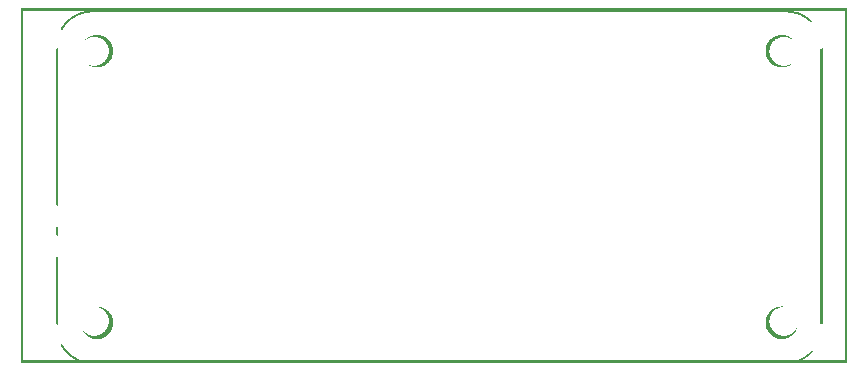
<source format=gto>
G04 MADE WITH FRITZING*
G04 WWW.FRITZING.ORG*
G04 DOUBLE SIDED*
G04 HOLES PLATED*
G04 CONTOUR ON CENTER OF CONTOUR VECTOR*
%ASAXBY*%
%FSLAX23Y23*%
%MOIN*%
%OFA0B0*%
%SFA1.0B1.0*%
%ADD10R,0.001000X0.001000*%
%LNSILK1*%
G90*
G70*
G54D10*
X0Y1181D02*
X2754Y1181D01*
X0Y1180D02*
X2754Y1180D01*
X0Y1179D02*
X2754Y1179D01*
X0Y1178D02*
X2754Y1178D01*
X0Y1177D02*
X2754Y1177D01*
X0Y1176D02*
X2754Y1176D01*
X0Y1175D02*
X2754Y1175D01*
X0Y1174D02*
X2754Y1174D01*
X0Y1173D02*
X7Y1173D01*
X222Y1173D02*
X2568Y1173D01*
X2747Y1173D02*
X2754Y1173D01*
X0Y1172D02*
X7Y1172D01*
X216Y1172D02*
X2574Y1172D01*
X2747Y1172D02*
X2754Y1172D01*
X0Y1171D02*
X7Y1171D01*
X211Y1171D02*
X2578Y1171D01*
X2747Y1171D02*
X2754Y1171D01*
X0Y1170D02*
X7Y1170D01*
X207Y1170D02*
X2582Y1170D01*
X2747Y1170D02*
X2754Y1170D01*
X0Y1169D02*
X7Y1169D01*
X204Y1169D02*
X2586Y1169D01*
X2747Y1169D02*
X2754Y1169D01*
X0Y1168D02*
X7Y1168D01*
X201Y1168D02*
X2589Y1168D01*
X2747Y1168D02*
X2754Y1168D01*
X0Y1167D02*
X7Y1167D01*
X198Y1167D02*
X231Y1167D01*
X2559Y1167D02*
X2592Y1167D01*
X2747Y1167D02*
X2754Y1167D01*
X0Y1166D02*
X7Y1166D01*
X195Y1166D02*
X221Y1166D01*
X2569Y1166D02*
X2595Y1166D01*
X2747Y1166D02*
X2754Y1166D01*
X0Y1165D02*
X7Y1165D01*
X193Y1165D02*
X215Y1165D01*
X2575Y1165D02*
X2597Y1165D01*
X2747Y1165D02*
X2754Y1165D01*
X0Y1164D02*
X7Y1164D01*
X191Y1164D02*
X211Y1164D01*
X2579Y1164D02*
X2599Y1164D01*
X2747Y1164D02*
X2754Y1164D01*
X0Y1163D02*
X7Y1163D01*
X188Y1163D02*
X207Y1163D01*
X2583Y1163D02*
X2602Y1163D01*
X2747Y1163D02*
X2754Y1163D01*
X0Y1162D02*
X7Y1162D01*
X186Y1162D02*
X203Y1162D01*
X2587Y1162D02*
X2604Y1162D01*
X2747Y1162D02*
X2754Y1162D01*
X0Y1161D02*
X7Y1161D01*
X184Y1161D02*
X200Y1161D01*
X2590Y1161D02*
X2606Y1161D01*
X2747Y1161D02*
X2754Y1161D01*
X0Y1160D02*
X7Y1160D01*
X182Y1160D02*
X197Y1160D01*
X2593Y1160D02*
X2608Y1160D01*
X2747Y1160D02*
X2754Y1160D01*
X0Y1159D02*
X7Y1159D01*
X180Y1159D02*
X195Y1159D01*
X2595Y1159D02*
X2610Y1159D01*
X2747Y1159D02*
X2754Y1159D01*
X0Y1158D02*
X7Y1158D01*
X179Y1158D02*
X192Y1158D01*
X2598Y1158D02*
X2611Y1158D01*
X2747Y1158D02*
X2754Y1158D01*
X0Y1157D02*
X7Y1157D01*
X177Y1157D02*
X190Y1157D01*
X2600Y1157D02*
X2613Y1157D01*
X2747Y1157D02*
X2754Y1157D01*
X0Y1156D02*
X7Y1156D01*
X175Y1156D02*
X188Y1156D01*
X2602Y1156D02*
X2615Y1156D01*
X2747Y1156D02*
X2754Y1156D01*
X0Y1155D02*
X7Y1155D01*
X174Y1155D02*
X186Y1155D01*
X2604Y1155D02*
X2616Y1155D01*
X2747Y1155D02*
X2754Y1155D01*
X0Y1154D02*
X7Y1154D01*
X172Y1154D02*
X184Y1154D01*
X2606Y1154D02*
X2618Y1154D01*
X2747Y1154D02*
X2754Y1154D01*
X0Y1153D02*
X7Y1153D01*
X171Y1153D02*
X182Y1153D01*
X2608Y1153D02*
X2619Y1153D01*
X2747Y1153D02*
X2754Y1153D01*
X0Y1152D02*
X7Y1152D01*
X169Y1152D02*
X180Y1152D01*
X2610Y1152D02*
X2621Y1152D01*
X2747Y1152D02*
X2754Y1152D01*
X0Y1151D02*
X7Y1151D01*
X168Y1151D02*
X179Y1151D01*
X2611Y1151D02*
X2622Y1151D01*
X2747Y1151D02*
X2754Y1151D01*
X0Y1150D02*
X7Y1150D01*
X167Y1150D02*
X177Y1150D01*
X2613Y1150D02*
X2623Y1150D01*
X2747Y1150D02*
X2754Y1150D01*
X0Y1149D02*
X7Y1149D01*
X165Y1149D02*
X176Y1149D01*
X2614Y1149D02*
X2625Y1149D01*
X2747Y1149D02*
X2754Y1149D01*
X0Y1148D02*
X7Y1148D01*
X164Y1148D02*
X174Y1148D01*
X2616Y1148D02*
X2626Y1148D01*
X2747Y1148D02*
X2754Y1148D01*
X0Y1147D02*
X7Y1147D01*
X163Y1147D02*
X173Y1147D01*
X2617Y1147D02*
X2627Y1147D01*
X2747Y1147D02*
X2754Y1147D01*
X0Y1146D02*
X7Y1146D01*
X162Y1146D02*
X171Y1146D01*
X2619Y1146D02*
X2628Y1146D01*
X2747Y1146D02*
X2754Y1146D01*
X0Y1145D02*
X7Y1145D01*
X160Y1145D02*
X170Y1145D01*
X2620Y1145D02*
X2630Y1145D01*
X2747Y1145D02*
X2754Y1145D01*
X0Y1144D02*
X7Y1144D01*
X159Y1144D02*
X168Y1144D01*
X2622Y1144D02*
X2631Y1144D01*
X2747Y1144D02*
X2754Y1144D01*
X0Y1143D02*
X7Y1143D01*
X158Y1143D02*
X167Y1143D01*
X2623Y1143D02*
X2632Y1143D01*
X2747Y1143D02*
X2754Y1143D01*
X0Y1142D02*
X7Y1142D01*
X157Y1142D02*
X166Y1142D01*
X2624Y1142D02*
X2633Y1142D01*
X2747Y1142D02*
X2754Y1142D01*
X0Y1141D02*
X7Y1141D01*
X156Y1141D02*
X165Y1141D01*
X2625Y1141D02*
X2634Y1141D01*
X2747Y1141D02*
X2754Y1141D01*
X0Y1140D02*
X7Y1140D01*
X155Y1140D02*
X164Y1140D01*
X2626Y1140D02*
X2635Y1140D01*
X2747Y1140D02*
X2754Y1140D01*
X0Y1139D02*
X7Y1139D01*
X154Y1139D02*
X162Y1139D01*
X2628Y1139D02*
X2636Y1139D01*
X2747Y1139D02*
X2754Y1139D01*
X0Y1138D02*
X7Y1138D01*
X153Y1138D02*
X161Y1138D01*
X2629Y1138D02*
X2637Y1138D01*
X2747Y1138D02*
X2754Y1138D01*
X0Y1137D02*
X7Y1137D01*
X152Y1137D02*
X160Y1137D01*
X2630Y1137D02*
X2638Y1137D01*
X2747Y1137D02*
X2754Y1137D01*
X0Y1136D02*
X7Y1136D01*
X151Y1136D02*
X159Y1136D01*
X2631Y1136D02*
X2639Y1136D01*
X2747Y1136D02*
X2754Y1136D01*
X0Y1135D02*
X7Y1135D01*
X150Y1135D02*
X158Y1135D01*
X2632Y1135D02*
X2637Y1135D01*
X2747Y1135D02*
X2754Y1135D01*
X0Y1134D02*
X7Y1134D01*
X149Y1134D02*
X157Y1134D01*
X2747Y1134D02*
X2754Y1134D01*
X0Y1133D02*
X7Y1133D01*
X148Y1133D02*
X156Y1133D01*
X2747Y1133D02*
X2754Y1133D01*
X0Y1132D02*
X7Y1132D01*
X147Y1132D02*
X155Y1132D01*
X2747Y1132D02*
X2754Y1132D01*
X0Y1131D02*
X7Y1131D01*
X146Y1131D02*
X154Y1131D01*
X2747Y1131D02*
X2754Y1131D01*
X0Y1130D02*
X7Y1130D01*
X146Y1130D02*
X153Y1130D01*
X2747Y1130D02*
X2754Y1130D01*
X0Y1129D02*
X7Y1129D01*
X145Y1129D02*
X152Y1129D01*
X2747Y1129D02*
X2754Y1129D01*
X0Y1128D02*
X7Y1128D01*
X144Y1128D02*
X151Y1128D01*
X2747Y1128D02*
X2754Y1128D01*
X0Y1127D02*
X7Y1127D01*
X143Y1127D02*
X151Y1127D01*
X2747Y1127D02*
X2754Y1127D01*
X0Y1126D02*
X7Y1126D01*
X142Y1126D02*
X150Y1126D01*
X2747Y1126D02*
X2754Y1126D01*
X0Y1125D02*
X7Y1125D01*
X142Y1125D02*
X149Y1125D01*
X2747Y1125D02*
X2754Y1125D01*
X0Y1124D02*
X7Y1124D01*
X141Y1124D02*
X148Y1124D01*
X2747Y1124D02*
X2754Y1124D01*
X0Y1123D02*
X7Y1123D01*
X140Y1123D02*
X147Y1123D01*
X2747Y1123D02*
X2754Y1123D01*
X0Y1122D02*
X7Y1122D01*
X140Y1122D02*
X147Y1122D01*
X2747Y1122D02*
X2754Y1122D01*
X0Y1121D02*
X7Y1121D01*
X139Y1121D02*
X146Y1121D01*
X2747Y1121D02*
X2754Y1121D01*
X0Y1120D02*
X7Y1120D01*
X138Y1120D02*
X145Y1120D01*
X2747Y1120D02*
X2754Y1120D01*
X0Y1119D02*
X7Y1119D01*
X138Y1119D02*
X144Y1119D01*
X2747Y1119D02*
X2754Y1119D01*
X0Y1118D02*
X7Y1118D01*
X137Y1118D02*
X144Y1118D01*
X2747Y1118D02*
X2754Y1118D01*
X0Y1117D02*
X7Y1117D01*
X136Y1117D02*
X143Y1117D01*
X2747Y1117D02*
X2754Y1117D01*
X0Y1116D02*
X7Y1116D01*
X136Y1116D02*
X142Y1116D01*
X2747Y1116D02*
X2754Y1116D01*
X0Y1115D02*
X7Y1115D01*
X135Y1115D02*
X142Y1115D01*
X2747Y1115D02*
X2754Y1115D01*
X0Y1114D02*
X7Y1114D01*
X134Y1114D02*
X141Y1114D01*
X2747Y1114D02*
X2754Y1114D01*
X0Y1113D02*
X7Y1113D01*
X135Y1113D02*
X140Y1113D01*
X2747Y1113D02*
X2754Y1113D01*
X0Y1112D02*
X7Y1112D01*
X136Y1112D02*
X140Y1112D01*
X2747Y1112D02*
X2754Y1112D01*
X0Y1111D02*
X7Y1111D01*
X136Y1111D02*
X139Y1111D01*
X2747Y1111D02*
X2754Y1111D01*
X0Y1110D02*
X7Y1110D01*
X137Y1110D02*
X139Y1110D01*
X2747Y1110D02*
X2754Y1110D01*
X0Y1109D02*
X7Y1109D01*
X137Y1109D02*
X138Y1109D01*
X2747Y1109D02*
X2754Y1109D01*
X0Y1108D02*
X7Y1108D01*
X138Y1108D02*
X138Y1108D01*
X2747Y1108D02*
X2754Y1108D01*
X0Y1107D02*
X7Y1107D01*
X2747Y1107D02*
X2754Y1107D01*
X0Y1106D02*
X7Y1106D01*
X2747Y1106D02*
X2754Y1106D01*
X0Y1105D02*
X7Y1105D01*
X2747Y1105D02*
X2754Y1105D01*
X0Y1104D02*
X7Y1104D01*
X2747Y1104D02*
X2754Y1104D01*
X0Y1103D02*
X7Y1103D01*
X2747Y1103D02*
X2754Y1103D01*
X0Y1102D02*
X7Y1102D01*
X2747Y1102D02*
X2754Y1102D01*
X0Y1101D02*
X7Y1101D01*
X2747Y1101D02*
X2754Y1101D01*
X0Y1100D02*
X7Y1100D01*
X2747Y1100D02*
X2754Y1100D01*
X0Y1099D02*
X7Y1099D01*
X2747Y1099D02*
X2754Y1099D01*
X0Y1098D02*
X7Y1098D01*
X2747Y1098D02*
X2754Y1098D01*
X0Y1097D02*
X7Y1097D01*
X2747Y1097D02*
X2754Y1097D01*
X0Y1096D02*
X7Y1096D01*
X2747Y1096D02*
X2754Y1096D01*
X0Y1095D02*
X7Y1095D01*
X2747Y1095D02*
X2754Y1095D01*
X0Y1094D02*
X7Y1094D01*
X2747Y1094D02*
X2754Y1094D01*
X0Y1093D02*
X7Y1093D01*
X2747Y1093D02*
X2754Y1093D01*
X0Y1092D02*
X7Y1092D01*
X246Y1092D02*
X261Y1092D01*
X2529Y1092D02*
X2544Y1092D01*
X2747Y1092D02*
X2754Y1092D01*
X0Y1091D02*
X7Y1091D01*
X241Y1091D02*
X266Y1091D01*
X2524Y1091D02*
X2549Y1091D01*
X2747Y1091D02*
X2754Y1091D01*
X0Y1090D02*
X7Y1090D01*
X238Y1090D02*
X270Y1090D01*
X2520Y1090D02*
X2553Y1090D01*
X2747Y1090D02*
X2754Y1090D01*
X0Y1089D02*
X7Y1089D01*
X235Y1089D02*
X273Y1089D01*
X2518Y1089D02*
X2555Y1089D01*
X2747Y1089D02*
X2754Y1089D01*
X0Y1088D02*
X7Y1088D01*
X232Y1088D02*
X275Y1088D01*
X2515Y1088D02*
X2558Y1088D01*
X2747Y1088D02*
X2754Y1088D01*
X0Y1087D02*
X7Y1087D01*
X230Y1087D02*
X277Y1087D01*
X2513Y1087D02*
X2560Y1087D01*
X2747Y1087D02*
X2754Y1087D01*
X0Y1086D02*
X7Y1086D01*
X228Y1086D02*
X241Y1086D01*
X249Y1086D02*
X279Y1086D01*
X2511Y1086D02*
X2540Y1086D01*
X2548Y1086D02*
X2562Y1086D01*
X2747Y1086D02*
X2754Y1086D01*
X0Y1085D02*
X7Y1085D01*
X227Y1085D02*
X234Y1085D01*
X256Y1085D02*
X281Y1085D01*
X2509Y1085D02*
X2533Y1085D01*
X2555Y1085D02*
X2564Y1085D01*
X2747Y1085D02*
X2754Y1085D01*
X0Y1084D02*
X7Y1084D01*
X225Y1084D02*
X230Y1084D01*
X259Y1084D02*
X283Y1084D01*
X2508Y1084D02*
X2529Y1084D01*
X2559Y1084D02*
X2565Y1084D01*
X2747Y1084D02*
X2754Y1084D01*
X0Y1083D02*
X7Y1083D01*
X224Y1083D02*
X227Y1083D01*
X262Y1083D02*
X284Y1083D01*
X2506Y1083D02*
X2527Y1083D01*
X2561Y1083D02*
X2567Y1083D01*
X2747Y1083D02*
X2754Y1083D01*
X0Y1082D02*
X7Y1082D01*
X222Y1082D02*
X225Y1082D01*
X265Y1082D02*
X285Y1082D01*
X2505Y1082D02*
X2524Y1082D01*
X2564Y1082D02*
X2568Y1082D01*
X2747Y1082D02*
X2754Y1082D01*
X0Y1081D02*
X7Y1081D01*
X221Y1081D02*
X223Y1081D01*
X267Y1081D02*
X287Y1081D01*
X2504Y1081D02*
X2522Y1081D01*
X2566Y1081D02*
X2569Y1081D01*
X2747Y1081D02*
X2754Y1081D01*
X0Y1080D02*
X7Y1080D01*
X220Y1080D02*
X221Y1080D01*
X269Y1080D02*
X288Y1080D01*
X2502Y1080D02*
X2520Y1080D01*
X2568Y1080D02*
X2571Y1080D01*
X2747Y1080D02*
X2754Y1080D01*
X0Y1079D02*
X7Y1079D01*
X219Y1079D02*
X219Y1079D01*
X270Y1079D02*
X289Y1079D01*
X2501Y1079D02*
X2518Y1079D01*
X2570Y1079D02*
X2572Y1079D01*
X2747Y1079D02*
X2754Y1079D01*
X0Y1078D02*
X7Y1078D01*
X217Y1078D02*
X217Y1078D01*
X272Y1078D02*
X290Y1078D01*
X2500Y1078D02*
X2517Y1078D01*
X2571Y1078D02*
X2573Y1078D01*
X2747Y1078D02*
X2754Y1078D01*
X0Y1077D02*
X7Y1077D01*
X216Y1077D02*
X216Y1077D01*
X274Y1077D02*
X291Y1077D01*
X2499Y1077D02*
X2515Y1077D01*
X2573Y1077D02*
X2574Y1077D01*
X2747Y1077D02*
X2754Y1077D01*
X0Y1076D02*
X7Y1076D01*
X215Y1076D02*
X215Y1076D01*
X275Y1076D02*
X292Y1076D01*
X2498Y1076D02*
X2514Y1076D01*
X2574Y1076D02*
X2575Y1076D01*
X2747Y1076D02*
X2754Y1076D01*
X0Y1075D02*
X7Y1075D01*
X276Y1075D02*
X293Y1075D01*
X2497Y1075D02*
X2513Y1075D01*
X2575Y1075D02*
X2576Y1075D01*
X2747Y1075D02*
X2754Y1075D01*
X0Y1074D02*
X7Y1074D01*
X277Y1074D02*
X294Y1074D01*
X2496Y1074D02*
X2512Y1074D01*
X2577Y1074D02*
X2577Y1074D01*
X2747Y1074D02*
X2754Y1074D01*
X0Y1073D02*
X7Y1073D01*
X278Y1073D02*
X295Y1073D01*
X2495Y1073D02*
X2510Y1073D01*
X2578Y1073D02*
X2578Y1073D01*
X2747Y1073D02*
X2754Y1073D01*
X0Y1072D02*
X7Y1072D01*
X279Y1072D02*
X296Y1072D01*
X2495Y1072D02*
X2509Y1072D01*
X2747Y1072D02*
X2754Y1072D01*
X0Y1071D02*
X7Y1071D01*
X280Y1071D02*
X297Y1071D01*
X2494Y1071D02*
X2508Y1071D01*
X2747Y1071D02*
X2754Y1071D01*
X0Y1070D02*
X7Y1070D01*
X281Y1070D02*
X297Y1070D01*
X2493Y1070D02*
X2508Y1070D01*
X2747Y1070D02*
X2754Y1070D01*
X0Y1069D02*
X7Y1069D01*
X282Y1069D02*
X298Y1069D01*
X2492Y1069D02*
X2507Y1069D01*
X2581Y1069D02*
X2581Y1069D01*
X2747Y1069D02*
X2754Y1069D01*
X0Y1068D02*
X7Y1068D01*
X283Y1068D02*
X299Y1068D01*
X2492Y1068D02*
X2506Y1068D01*
X2747Y1068D02*
X2754Y1068D01*
X0Y1067D02*
X7Y1067D01*
X284Y1067D02*
X299Y1067D01*
X2491Y1067D02*
X2505Y1067D01*
X2747Y1067D02*
X2754Y1067D01*
X0Y1066D02*
X7Y1066D01*
X284Y1066D02*
X300Y1066D01*
X2490Y1066D02*
X2504Y1066D01*
X2747Y1066D02*
X2754Y1066D01*
X0Y1065D02*
X7Y1065D01*
X285Y1065D02*
X301Y1065D01*
X2490Y1065D02*
X2504Y1065D01*
X2747Y1065D02*
X2754Y1065D01*
X0Y1064D02*
X7Y1064D01*
X286Y1064D02*
X301Y1064D01*
X2489Y1064D02*
X2503Y1064D01*
X2747Y1064D02*
X2754Y1064D01*
X0Y1063D02*
X7Y1063D01*
X286Y1063D02*
X302Y1063D01*
X2489Y1063D02*
X2502Y1063D01*
X2747Y1063D02*
X2754Y1063D01*
X0Y1062D02*
X7Y1062D01*
X287Y1062D02*
X302Y1062D01*
X2488Y1062D02*
X2502Y1062D01*
X2747Y1062D02*
X2754Y1062D01*
X0Y1061D02*
X7Y1061D01*
X288Y1061D02*
X303Y1061D01*
X2488Y1061D02*
X2501Y1061D01*
X2747Y1061D02*
X2754Y1061D01*
X0Y1060D02*
X7Y1060D01*
X288Y1060D02*
X303Y1060D01*
X2487Y1060D02*
X2501Y1060D01*
X2747Y1060D02*
X2754Y1060D01*
X0Y1059D02*
X7Y1059D01*
X289Y1059D02*
X303Y1059D01*
X2487Y1059D02*
X2500Y1059D01*
X2747Y1059D02*
X2754Y1059D01*
X0Y1058D02*
X7Y1058D01*
X289Y1058D02*
X304Y1058D01*
X2487Y1058D02*
X2500Y1058D01*
X2747Y1058D02*
X2754Y1058D01*
X0Y1057D02*
X7Y1057D01*
X290Y1057D02*
X304Y1057D01*
X2486Y1057D02*
X2499Y1057D01*
X2747Y1057D02*
X2754Y1057D01*
X0Y1056D02*
X7Y1056D01*
X290Y1056D02*
X305Y1056D01*
X2486Y1056D02*
X2499Y1056D01*
X2747Y1056D02*
X2754Y1056D01*
X0Y1055D02*
X7Y1055D01*
X290Y1055D02*
X305Y1055D01*
X2485Y1055D02*
X2499Y1055D01*
X2747Y1055D02*
X2754Y1055D01*
X0Y1054D02*
X7Y1054D01*
X291Y1054D02*
X305Y1054D01*
X2485Y1054D02*
X2498Y1054D01*
X2747Y1054D02*
X2754Y1054D01*
X0Y1053D02*
X7Y1053D01*
X291Y1053D02*
X305Y1053D01*
X2485Y1053D02*
X2498Y1053D01*
X2747Y1053D02*
X2754Y1053D01*
X0Y1052D02*
X7Y1052D01*
X291Y1052D02*
X306Y1052D01*
X2485Y1052D02*
X2497Y1052D01*
X2747Y1052D02*
X2754Y1052D01*
X0Y1051D02*
X7Y1051D01*
X292Y1051D02*
X306Y1051D01*
X2484Y1051D02*
X2497Y1051D01*
X2747Y1051D02*
X2754Y1051D01*
X0Y1050D02*
X7Y1050D01*
X292Y1050D02*
X306Y1050D01*
X2484Y1050D02*
X2497Y1050D01*
X2747Y1050D02*
X2754Y1050D01*
X0Y1049D02*
X7Y1049D01*
X124Y1049D02*
X124Y1049D01*
X292Y1049D02*
X306Y1049D01*
X2484Y1049D02*
X2497Y1049D01*
X2747Y1049D02*
X2754Y1049D01*
X0Y1048D02*
X7Y1048D01*
X123Y1048D02*
X124Y1048D01*
X292Y1048D02*
X307Y1048D01*
X2484Y1048D02*
X2496Y1048D01*
X2672Y1048D02*
X2672Y1048D01*
X2747Y1048D02*
X2754Y1048D01*
X0Y1047D02*
X7Y1047D01*
X121Y1047D02*
X124Y1047D01*
X293Y1047D02*
X307Y1047D01*
X2484Y1047D02*
X2496Y1047D01*
X2670Y1047D02*
X2672Y1047D01*
X2747Y1047D02*
X2754Y1047D01*
X0Y1046D02*
X7Y1046D01*
X120Y1046D02*
X124Y1046D01*
X293Y1046D02*
X307Y1046D01*
X2483Y1046D02*
X2496Y1046D01*
X2669Y1046D02*
X2672Y1046D01*
X2747Y1046D02*
X2754Y1046D01*
X0Y1045D02*
X7Y1045D01*
X118Y1045D02*
X124Y1045D01*
X293Y1045D02*
X307Y1045D01*
X2483Y1045D02*
X2496Y1045D01*
X2667Y1045D02*
X2672Y1045D01*
X2747Y1045D02*
X2754Y1045D01*
X0Y1044D02*
X7Y1044D01*
X118Y1044D02*
X124Y1044D01*
X293Y1044D02*
X307Y1044D01*
X2483Y1044D02*
X2496Y1044D01*
X2666Y1044D02*
X2672Y1044D01*
X2747Y1044D02*
X2754Y1044D01*
X0Y1043D02*
X7Y1043D01*
X118Y1043D02*
X124Y1043D01*
X293Y1043D02*
X307Y1043D01*
X2483Y1043D02*
X2496Y1043D01*
X2666Y1043D02*
X2672Y1043D01*
X2747Y1043D02*
X2754Y1043D01*
X0Y1042D02*
X7Y1042D01*
X118Y1042D02*
X124Y1042D01*
X293Y1042D02*
X307Y1042D01*
X2483Y1042D02*
X2495Y1042D01*
X2666Y1042D02*
X2672Y1042D01*
X2747Y1042D02*
X2754Y1042D01*
X0Y1041D02*
X7Y1041D01*
X118Y1041D02*
X124Y1041D01*
X293Y1041D02*
X307Y1041D01*
X2483Y1041D02*
X2495Y1041D01*
X2666Y1041D02*
X2672Y1041D01*
X2747Y1041D02*
X2754Y1041D01*
X0Y1040D02*
X7Y1040D01*
X118Y1040D02*
X124Y1040D01*
X293Y1040D02*
X307Y1040D01*
X2483Y1040D02*
X2495Y1040D01*
X2666Y1040D02*
X2672Y1040D01*
X2747Y1040D02*
X2754Y1040D01*
X0Y1039D02*
X7Y1039D01*
X118Y1039D02*
X124Y1039D01*
X294Y1039D02*
X307Y1039D01*
X2483Y1039D02*
X2495Y1039D01*
X2666Y1039D02*
X2672Y1039D01*
X2747Y1039D02*
X2754Y1039D01*
X0Y1038D02*
X7Y1038D01*
X118Y1038D02*
X124Y1038D01*
X294Y1038D02*
X307Y1038D01*
X2483Y1038D02*
X2495Y1038D01*
X2666Y1038D02*
X2672Y1038D01*
X2747Y1038D02*
X2754Y1038D01*
X0Y1037D02*
X7Y1037D01*
X118Y1037D02*
X124Y1037D01*
X294Y1037D02*
X307Y1037D01*
X2483Y1037D02*
X2495Y1037D01*
X2666Y1037D02*
X2672Y1037D01*
X2747Y1037D02*
X2754Y1037D01*
X0Y1036D02*
X7Y1036D01*
X118Y1036D02*
X124Y1036D01*
X293Y1036D02*
X307Y1036D01*
X2483Y1036D02*
X2495Y1036D01*
X2666Y1036D02*
X2672Y1036D01*
X2747Y1036D02*
X2754Y1036D01*
X0Y1035D02*
X7Y1035D01*
X118Y1035D02*
X124Y1035D01*
X293Y1035D02*
X307Y1035D01*
X2483Y1035D02*
X2495Y1035D01*
X2666Y1035D02*
X2672Y1035D01*
X2747Y1035D02*
X2754Y1035D01*
X0Y1034D02*
X7Y1034D01*
X118Y1034D02*
X124Y1034D01*
X293Y1034D02*
X307Y1034D01*
X2483Y1034D02*
X2495Y1034D01*
X2666Y1034D02*
X2672Y1034D01*
X2747Y1034D02*
X2754Y1034D01*
X0Y1033D02*
X7Y1033D01*
X118Y1033D02*
X124Y1033D01*
X293Y1033D02*
X307Y1033D01*
X2483Y1033D02*
X2496Y1033D01*
X2666Y1033D02*
X2672Y1033D01*
X2747Y1033D02*
X2754Y1033D01*
X0Y1032D02*
X7Y1032D01*
X118Y1032D02*
X124Y1032D01*
X293Y1032D02*
X307Y1032D01*
X2483Y1032D02*
X2496Y1032D01*
X2666Y1032D02*
X2672Y1032D01*
X2747Y1032D02*
X2754Y1032D01*
X0Y1031D02*
X7Y1031D01*
X118Y1031D02*
X124Y1031D01*
X293Y1031D02*
X307Y1031D01*
X2483Y1031D02*
X2496Y1031D01*
X2666Y1031D02*
X2672Y1031D01*
X2747Y1031D02*
X2754Y1031D01*
X0Y1030D02*
X7Y1030D01*
X118Y1030D02*
X124Y1030D01*
X293Y1030D02*
X307Y1030D01*
X2484Y1030D02*
X2496Y1030D01*
X2666Y1030D02*
X2672Y1030D01*
X2747Y1030D02*
X2754Y1030D01*
X0Y1029D02*
X7Y1029D01*
X118Y1029D02*
X124Y1029D01*
X293Y1029D02*
X307Y1029D01*
X2484Y1029D02*
X2496Y1029D01*
X2666Y1029D02*
X2672Y1029D01*
X2747Y1029D02*
X2754Y1029D01*
X0Y1028D02*
X7Y1028D01*
X118Y1028D02*
X124Y1028D01*
X293Y1028D02*
X306Y1028D01*
X2484Y1028D02*
X2496Y1028D01*
X2666Y1028D02*
X2672Y1028D01*
X2747Y1028D02*
X2754Y1028D01*
X0Y1027D02*
X7Y1027D01*
X118Y1027D02*
X124Y1027D01*
X292Y1027D02*
X306Y1027D01*
X2484Y1027D02*
X2497Y1027D01*
X2666Y1027D02*
X2672Y1027D01*
X2747Y1027D02*
X2754Y1027D01*
X0Y1026D02*
X7Y1026D01*
X118Y1026D02*
X124Y1026D01*
X292Y1026D02*
X306Y1026D01*
X2484Y1026D02*
X2497Y1026D01*
X2666Y1026D02*
X2672Y1026D01*
X2747Y1026D02*
X2754Y1026D01*
X0Y1025D02*
X7Y1025D01*
X118Y1025D02*
X124Y1025D01*
X292Y1025D02*
X306Y1025D01*
X2485Y1025D02*
X2497Y1025D01*
X2666Y1025D02*
X2672Y1025D01*
X2747Y1025D02*
X2754Y1025D01*
X0Y1024D02*
X7Y1024D01*
X118Y1024D02*
X124Y1024D01*
X291Y1024D02*
X305Y1024D01*
X2485Y1024D02*
X2497Y1024D01*
X2666Y1024D02*
X2672Y1024D01*
X2747Y1024D02*
X2754Y1024D01*
X0Y1023D02*
X7Y1023D01*
X118Y1023D02*
X124Y1023D01*
X291Y1023D02*
X305Y1023D01*
X2485Y1023D02*
X2498Y1023D01*
X2666Y1023D02*
X2672Y1023D01*
X2747Y1023D02*
X2754Y1023D01*
X0Y1022D02*
X7Y1022D01*
X118Y1022D02*
X124Y1022D01*
X291Y1022D02*
X305Y1022D01*
X2485Y1022D02*
X2498Y1022D01*
X2666Y1022D02*
X2672Y1022D01*
X2747Y1022D02*
X2754Y1022D01*
X0Y1021D02*
X7Y1021D01*
X118Y1021D02*
X124Y1021D01*
X290Y1021D02*
X305Y1021D01*
X2486Y1021D02*
X2498Y1021D01*
X2666Y1021D02*
X2672Y1021D01*
X2747Y1021D02*
X2754Y1021D01*
X0Y1020D02*
X7Y1020D01*
X118Y1020D02*
X124Y1020D01*
X290Y1020D02*
X304Y1020D01*
X2486Y1020D02*
X2499Y1020D01*
X2666Y1020D02*
X2672Y1020D01*
X2747Y1020D02*
X2754Y1020D01*
X0Y1019D02*
X7Y1019D01*
X118Y1019D02*
X124Y1019D01*
X290Y1019D02*
X304Y1019D01*
X2487Y1019D02*
X2499Y1019D01*
X2666Y1019D02*
X2672Y1019D01*
X2747Y1019D02*
X2754Y1019D01*
X0Y1018D02*
X7Y1018D01*
X118Y1018D02*
X124Y1018D01*
X289Y1018D02*
X303Y1018D01*
X2487Y1018D02*
X2500Y1018D01*
X2666Y1018D02*
X2672Y1018D01*
X2747Y1018D02*
X2754Y1018D01*
X0Y1017D02*
X7Y1017D01*
X118Y1017D02*
X124Y1017D01*
X289Y1017D02*
X303Y1017D01*
X2487Y1017D02*
X2500Y1017D01*
X2666Y1017D02*
X2672Y1017D01*
X2747Y1017D02*
X2754Y1017D01*
X0Y1016D02*
X7Y1016D01*
X118Y1016D02*
X124Y1016D01*
X288Y1016D02*
X303Y1016D01*
X2488Y1016D02*
X2501Y1016D01*
X2666Y1016D02*
X2672Y1016D01*
X2747Y1016D02*
X2754Y1016D01*
X0Y1015D02*
X7Y1015D01*
X118Y1015D02*
X124Y1015D01*
X288Y1015D02*
X302Y1015D01*
X2488Y1015D02*
X2501Y1015D01*
X2666Y1015D02*
X2672Y1015D01*
X2747Y1015D02*
X2754Y1015D01*
X0Y1014D02*
X7Y1014D01*
X118Y1014D02*
X124Y1014D01*
X287Y1014D02*
X302Y1014D01*
X2489Y1014D02*
X2502Y1014D01*
X2666Y1014D02*
X2672Y1014D01*
X2747Y1014D02*
X2754Y1014D01*
X0Y1013D02*
X7Y1013D01*
X118Y1013D02*
X124Y1013D01*
X287Y1013D02*
X301Y1013D01*
X2489Y1013D02*
X2502Y1013D01*
X2666Y1013D02*
X2672Y1013D01*
X2747Y1013D02*
X2754Y1013D01*
X0Y1012D02*
X7Y1012D01*
X118Y1012D02*
X124Y1012D01*
X286Y1012D02*
X301Y1012D01*
X2490Y1012D02*
X2503Y1012D01*
X2666Y1012D02*
X2672Y1012D01*
X2747Y1012D02*
X2754Y1012D01*
X0Y1011D02*
X7Y1011D01*
X118Y1011D02*
X124Y1011D01*
X285Y1011D02*
X300Y1011D01*
X2490Y1011D02*
X2504Y1011D01*
X2666Y1011D02*
X2672Y1011D01*
X2747Y1011D02*
X2754Y1011D01*
X0Y1010D02*
X7Y1010D01*
X118Y1010D02*
X124Y1010D01*
X285Y1010D02*
X299Y1010D01*
X2491Y1010D02*
X2504Y1010D01*
X2666Y1010D02*
X2672Y1010D01*
X2747Y1010D02*
X2754Y1010D01*
X0Y1009D02*
X7Y1009D01*
X118Y1009D02*
X124Y1009D01*
X284Y1009D02*
X299Y1009D01*
X2492Y1009D02*
X2505Y1009D01*
X2666Y1009D02*
X2672Y1009D01*
X2747Y1009D02*
X2754Y1009D01*
X0Y1008D02*
X7Y1008D01*
X118Y1008D02*
X124Y1008D01*
X283Y1008D02*
X298Y1008D01*
X2492Y1008D02*
X2506Y1008D01*
X2666Y1008D02*
X2672Y1008D01*
X2747Y1008D02*
X2754Y1008D01*
X0Y1007D02*
X7Y1007D01*
X118Y1007D02*
X124Y1007D01*
X282Y1007D02*
X297Y1007D01*
X2493Y1007D02*
X2506Y1007D01*
X2666Y1007D02*
X2672Y1007D01*
X2747Y1007D02*
X2754Y1007D01*
X0Y1006D02*
X7Y1006D01*
X118Y1006D02*
X124Y1006D01*
X281Y1006D02*
X297Y1006D01*
X2494Y1006D02*
X2507Y1006D01*
X2666Y1006D02*
X2672Y1006D01*
X2747Y1006D02*
X2754Y1006D01*
X0Y1005D02*
X7Y1005D01*
X118Y1005D02*
X124Y1005D01*
X281Y1005D02*
X296Y1005D01*
X2495Y1005D02*
X2508Y1005D01*
X2666Y1005D02*
X2672Y1005D01*
X2747Y1005D02*
X2754Y1005D01*
X0Y1004D02*
X7Y1004D01*
X118Y1004D02*
X124Y1004D01*
X280Y1004D02*
X295Y1004D01*
X2495Y1004D02*
X2509Y1004D01*
X2666Y1004D02*
X2672Y1004D01*
X2747Y1004D02*
X2754Y1004D01*
X0Y1003D02*
X7Y1003D01*
X118Y1003D02*
X124Y1003D01*
X279Y1003D02*
X294Y1003D01*
X2496Y1003D02*
X2510Y1003D01*
X2666Y1003D02*
X2672Y1003D01*
X2747Y1003D02*
X2754Y1003D01*
X0Y1002D02*
X7Y1002D01*
X118Y1002D02*
X124Y1002D01*
X278Y1002D02*
X293Y1002D01*
X2497Y1002D02*
X2511Y1002D01*
X2666Y1002D02*
X2672Y1002D01*
X2747Y1002D02*
X2754Y1002D01*
X0Y1001D02*
X7Y1001D01*
X118Y1001D02*
X124Y1001D01*
X276Y1001D02*
X292Y1001D01*
X2498Y1001D02*
X2512Y1001D01*
X2666Y1001D02*
X2672Y1001D01*
X2747Y1001D02*
X2754Y1001D01*
X0Y1000D02*
X7Y1000D01*
X118Y1000D02*
X124Y1000D01*
X275Y1000D02*
X291Y1000D01*
X2499Y1000D02*
X2514Y1000D01*
X2574Y1000D02*
X2574Y1000D01*
X2666Y1000D02*
X2672Y1000D01*
X2747Y1000D02*
X2754Y1000D01*
X0Y999D02*
X7Y999D01*
X118Y999D02*
X124Y999D01*
X274Y999D02*
X290Y999D01*
X2500Y999D02*
X2515Y999D01*
X2573Y999D02*
X2573Y999D01*
X2666Y999D02*
X2672Y999D01*
X2747Y999D02*
X2754Y999D01*
X0Y998D02*
X7Y998D01*
X118Y998D02*
X124Y998D01*
X272Y998D02*
X289Y998D01*
X2501Y998D02*
X2516Y998D01*
X2572Y998D02*
X2572Y998D01*
X2666Y998D02*
X2672Y998D01*
X2747Y998D02*
X2754Y998D01*
X0Y997D02*
X7Y997D01*
X118Y997D02*
X124Y997D01*
X271Y997D02*
X288Y997D01*
X2502Y997D02*
X2518Y997D01*
X2570Y997D02*
X2571Y997D01*
X2666Y997D02*
X2672Y997D01*
X2747Y997D02*
X2754Y997D01*
X0Y996D02*
X7Y996D01*
X118Y996D02*
X124Y996D01*
X269Y996D02*
X287Y996D01*
X2504Y996D02*
X2520Y996D01*
X2568Y996D02*
X2569Y996D01*
X2666Y996D02*
X2672Y996D01*
X2747Y996D02*
X2754Y996D01*
X0Y995D02*
X7Y995D01*
X118Y995D02*
X124Y995D01*
X222Y995D02*
X222Y995D01*
X267Y995D02*
X285Y995D01*
X2505Y995D02*
X2522Y995D01*
X2566Y995D02*
X2568Y995D01*
X2666Y995D02*
X2672Y995D01*
X2747Y995D02*
X2754Y995D01*
X0Y994D02*
X7Y994D01*
X118Y994D02*
X124Y994D01*
X224Y994D02*
X224Y994D01*
X265Y994D02*
X284Y994D01*
X2506Y994D02*
X2524Y994D01*
X2564Y994D02*
X2567Y994D01*
X2666Y994D02*
X2672Y994D01*
X2747Y994D02*
X2754Y994D01*
X0Y993D02*
X7Y993D01*
X118Y993D02*
X124Y993D01*
X225Y993D02*
X227Y993D01*
X263Y993D02*
X283Y993D01*
X2508Y993D02*
X2526Y993D01*
X2562Y993D02*
X2565Y993D01*
X2666Y993D02*
X2672Y993D01*
X2747Y993D02*
X2754Y993D01*
X0Y992D02*
X7Y992D01*
X118Y992D02*
X124Y992D01*
X227Y992D02*
X230Y992D01*
X260Y992D02*
X281Y992D01*
X2509Y992D02*
X2529Y992D01*
X2559Y992D02*
X2564Y992D01*
X2666Y992D02*
X2672Y992D01*
X2747Y992D02*
X2754Y992D01*
X0Y991D02*
X7Y991D01*
X118Y991D02*
X124Y991D01*
X228Y991D02*
X233Y991D01*
X256Y991D02*
X279Y991D01*
X2511Y991D02*
X2532Y991D01*
X2556Y991D02*
X2562Y991D01*
X2666Y991D02*
X2672Y991D01*
X2747Y991D02*
X2754Y991D01*
X0Y990D02*
X7Y990D01*
X118Y990D02*
X124Y990D01*
X230Y990D02*
X238Y990D01*
X251Y990D02*
X277Y990D01*
X2513Y990D02*
X2538Y990D01*
X2550Y990D02*
X2560Y990D01*
X2666Y990D02*
X2672Y990D01*
X2747Y990D02*
X2754Y990D01*
X0Y989D02*
X7Y989D01*
X118Y989D02*
X124Y989D01*
X233Y989D02*
X275Y989D01*
X2515Y989D02*
X2558Y989D01*
X2666Y989D02*
X2672Y989D01*
X2747Y989D02*
X2754Y989D01*
X0Y988D02*
X7Y988D01*
X118Y988D02*
X124Y988D01*
X235Y988D02*
X273Y988D01*
X2518Y988D02*
X2555Y988D01*
X2666Y988D02*
X2672Y988D01*
X2747Y988D02*
X2754Y988D01*
X0Y987D02*
X7Y987D01*
X118Y987D02*
X124Y987D01*
X238Y987D02*
X270Y987D01*
X2520Y987D02*
X2553Y987D01*
X2666Y987D02*
X2672Y987D01*
X2747Y987D02*
X2754Y987D01*
X0Y986D02*
X7Y986D01*
X118Y986D02*
X124Y986D01*
X241Y986D02*
X266Y986D01*
X2524Y986D02*
X2549Y986D01*
X2666Y986D02*
X2672Y986D01*
X2747Y986D02*
X2754Y986D01*
X0Y985D02*
X7Y985D01*
X118Y985D02*
X124Y985D01*
X246Y985D02*
X261Y985D01*
X2529Y985D02*
X2544Y985D01*
X2666Y985D02*
X2672Y985D01*
X2747Y985D02*
X2754Y985D01*
X0Y984D02*
X7Y984D01*
X118Y984D02*
X124Y984D01*
X2666Y984D02*
X2672Y984D01*
X2747Y984D02*
X2754Y984D01*
X0Y983D02*
X7Y983D01*
X118Y983D02*
X124Y983D01*
X2666Y983D02*
X2672Y983D01*
X2747Y983D02*
X2754Y983D01*
X0Y982D02*
X7Y982D01*
X118Y982D02*
X124Y982D01*
X2666Y982D02*
X2672Y982D01*
X2747Y982D02*
X2754Y982D01*
X0Y981D02*
X7Y981D01*
X118Y981D02*
X124Y981D01*
X2666Y981D02*
X2672Y981D01*
X2747Y981D02*
X2754Y981D01*
X0Y980D02*
X7Y980D01*
X118Y980D02*
X124Y980D01*
X2666Y980D02*
X2672Y980D01*
X2747Y980D02*
X2754Y980D01*
X0Y979D02*
X7Y979D01*
X118Y979D02*
X124Y979D01*
X2666Y979D02*
X2672Y979D01*
X2747Y979D02*
X2754Y979D01*
X0Y978D02*
X7Y978D01*
X118Y978D02*
X124Y978D01*
X2666Y978D02*
X2672Y978D01*
X2747Y978D02*
X2754Y978D01*
X0Y977D02*
X7Y977D01*
X118Y977D02*
X124Y977D01*
X2666Y977D02*
X2672Y977D01*
X2747Y977D02*
X2754Y977D01*
X0Y976D02*
X7Y976D01*
X118Y976D02*
X124Y976D01*
X2666Y976D02*
X2672Y976D01*
X2747Y976D02*
X2754Y976D01*
X0Y975D02*
X7Y975D01*
X118Y975D02*
X124Y975D01*
X2666Y975D02*
X2672Y975D01*
X2747Y975D02*
X2754Y975D01*
X0Y974D02*
X7Y974D01*
X118Y974D02*
X124Y974D01*
X2666Y974D02*
X2672Y974D01*
X2747Y974D02*
X2754Y974D01*
X0Y973D02*
X7Y973D01*
X118Y973D02*
X124Y973D01*
X2666Y973D02*
X2672Y973D01*
X2747Y973D02*
X2754Y973D01*
X0Y972D02*
X7Y972D01*
X118Y972D02*
X124Y972D01*
X2666Y972D02*
X2672Y972D01*
X2747Y972D02*
X2754Y972D01*
X0Y971D02*
X7Y971D01*
X118Y971D02*
X124Y971D01*
X2666Y971D02*
X2672Y971D01*
X2747Y971D02*
X2754Y971D01*
X0Y970D02*
X7Y970D01*
X118Y970D02*
X124Y970D01*
X2666Y970D02*
X2672Y970D01*
X2747Y970D02*
X2754Y970D01*
X0Y969D02*
X7Y969D01*
X118Y969D02*
X124Y969D01*
X2666Y969D02*
X2672Y969D01*
X2747Y969D02*
X2754Y969D01*
X0Y968D02*
X7Y968D01*
X118Y968D02*
X124Y968D01*
X2666Y968D02*
X2672Y968D01*
X2747Y968D02*
X2754Y968D01*
X0Y967D02*
X7Y967D01*
X118Y967D02*
X124Y967D01*
X2666Y967D02*
X2672Y967D01*
X2747Y967D02*
X2754Y967D01*
X0Y966D02*
X7Y966D01*
X118Y966D02*
X124Y966D01*
X2666Y966D02*
X2672Y966D01*
X2747Y966D02*
X2754Y966D01*
X0Y965D02*
X7Y965D01*
X118Y965D02*
X124Y965D01*
X2666Y965D02*
X2672Y965D01*
X2747Y965D02*
X2754Y965D01*
X0Y964D02*
X7Y964D01*
X118Y964D02*
X124Y964D01*
X2666Y964D02*
X2672Y964D01*
X2747Y964D02*
X2754Y964D01*
X0Y963D02*
X7Y963D01*
X118Y963D02*
X124Y963D01*
X2666Y963D02*
X2672Y963D01*
X2747Y963D02*
X2754Y963D01*
X0Y962D02*
X7Y962D01*
X118Y962D02*
X124Y962D01*
X2666Y962D02*
X2672Y962D01*
X2747Y962D02*
X2754Y962D01*
X0Y961D02*
X7Y961D01*
X118Y961D02*
X124Y961D01*
X2666Y961D02*
X2672Y961D01*
X2747Y961D02*
X2754Y961D01*
X0Y960D02*
X7Y960D01*
X118Y960D02*
X124Y960D01*
X2666Y960D02*
X2672Y960D01*
X2747Y960D02*
X2754Y960D01*
X0Y959D02*
X7Y959D01*
X118Y959D02*
X124Y959D01*
X2666Y959D02*
X2672Y959D01*
X2747Y959D02*
X2754Y959D01*
X0Y958D02*
X7Y958D01*
X118Y958D02*
X124Y958D01*
X2666Y958D02*
X2672Y958D01*
X2747Y958D02*
X2754Y958D01*
X0Y957D02*
X7Y957D01*
X118Y957D02*
X124Y957D01*
X2666Y957D02*
X2672Y957D01*
X2747Y957D02*
X2754Y957D01*
X0Y956D02*
X7Y956D01*
X118Y956D02*
X124Y956D01*
X2666Y956D02*
X2672Y956D01*
X2747Y956D02*
X2754Y956D01*
X0Y955D02*
X7Y955D01*
X118Y955D02*
X124Y955D01*
X2666Y955D02*
X2672Y955D01*
X2747Y955D02*
X2754Y955D01*
X0Y954D02*
X7Y954D01*
X118Y954D02*
X124Y954D01*
X2666Y954D02*
X2672Y954D01*
X2747Y954D02*
X2754Y954D01*
X0Y953D02*
X7Y953D01*
X118Y953D02*
X124Y953D01*
X2666Y953D02*
X2672Y953D01*
X2747Y953D02*
X2754Y953D01*
X0Y952D02*
X7Y952D01*
X118Y952D02*
X124Y952D01*
X2666Y952D02*
X2672Y952D01*
X2747Y952D02*
X2754Y952D01*
X0Y951D02*
X7Y951D01*
X118Y951D02*
X124Y951D01*
X2666Y951D02*
X2672Y951D01*
X2747Y951D02*
X2754Y951D01*
X0Y950D02*
X7Y950D01*
X118Y950D02*
X124Y950D01*
X2666Y950D02*
X2672Y950D01*
X2747Y950D02*
X2754Y950D01*
X0Y949D02*
X7Y949D01*
X118Y949D02*
X124Y949D01*
X2666Y949D02*
X2672Y949D01*
X2747Y949D02*
X2754Y949D01*
X0Y948D02*
X7Y948D01*
X118Y948D02*
X124Y948D01*
X2666Y948D02*
X2672Y948D01*
X2747Y948D02*
X2754Y948D01*
X0Y947D02*
X7Y947D01*
X118Y947D02*
X124Y947D01*
X2666Y947D02*
X2672Y947D01*
X2747Y947D02*
X2754Y947D01*
X0Y946D02*
X7Y946D01*
X118Y946D02*
X124Y946D01*
X2666Y946D02*
X2672Y946D01*
X2747Y946D02*
X2754Y946D01*
X0Y945D02*
X7Y945D01*
X118Y945D02*
X124Y945D01*
X2666Y945D02*
X2672Y945D01*
X2747Y945D02*
X2754Y945D01*
X0Y944D02*
X7Y944D01*
X118Y944D02*
X124Y944D01*
X2666Y944D02*
X2672Y944D01*
X2747Y944D02*
X2754Y944D01*
X0Y943D02*
X7Y943D01*
X118Y943D02*
X124Y943D01*
X2666Y943D02*
X2672Y943D01*
X2747Y943D02*
X2754Y943D01*
X0Y942D02*
X7Y942D01*
X118Y942D02*
X124Y942D01*
X2666Y942D02*
X2672Y942D01*
X2747Y942D02*
X2754Y942D01*
X0Y941D02*
X7Y941D01*
X118Y941D02*
X124Y941D01*
X2666Y941D02*
X2672Y941D01*
X2747Y941D02*
X2754Y941D01*
X0Y940D02*
X7Y940D01*
X118Y940D02*
X124Y940D01*
X2666Y940D02*
X2672Y940D01*
X2747Y940D02*
X2754Y940D01*
X0Y939D02*
X7Y939D01*
X118Y939D02*
X124Y939D01*
X2666Y939D02*
X2672Y939D01*
X2747Y939D02*
X2754Y939D01*
X0Y938D02*
X7Y938D01*
X118Y938D02*
X124Y938D01*
X2666Y938D02*
X2672Y938D01*
X2747Y938D02*
X2754Y938D01*
X0Y937D02*
X7Y937D01*
X118Y937D02*
X124Y937D01*
X2666Y937D02*
X2672Y937D01*
X2747Y937D02*
X2754Y937D01*
X0Y936D02*
X7Y936D01*
X118Y936D02*
X124Y936D01*
X2666Y936D02*
X2672Y936D01*
X2747Y936D02*
X2754Y936D01*
X0Y935D02*
X7Y935D01*
X118Y935D02*
X124Y935D01*
X2666Y935D02*
X2672Y935D01*
X2747Y935D02*
X2754Y935D01*
X0Y934D02*
X7Y934D01*
X118Y934D02*
X124Y934D01*
X2666Y934D02*
X2672Y934D01*
X2747Y934D02*
X2754Y934D01*
X0Y933D02*
X7Y933D01*
X118Y933D02*
X124Y933D01*
X2666Y933D02*
X2672Y933D01*
X2747Y933D02*
X2754Y933D01*
X0Y932D02*
X7Y932D01*
X118Y932D02*
X124Y932D01*
X2666Y932D02*
X2672Y932D01*
X2747Y932D02*
X2754Y932D01*
X0Y931D02*
X7Y931D01*
X118Y931D02*
X124Y931D01*
X2666Y931D02*
X2672Y931D01*
X2747Y931D02*
X2754Y931D01*
X0Y930D02*
X7Y930D01*
X118Y930D02*
X124Y930D01*
X2666Y930D02*
X2672Y930D01*
X2747Y930D02*
X2754Y930D01*
X0Y929D02*
X7Y929D01*
X118Y929D02*
X124Y929D01*
X2666Y929D02*
X2672Y929D01*
X2747Y929D02*
X2754Y929D01*
X0Y928D02*
X7Y928D01*
X118Y928D02*
X124Y928D01*
X2666Y928D02*
X2672Y928D01*
X2747Y928D02*
X2754Y928D01*
X0Y927D02*
X7Y927D01*
X118Y927D02*
X124Y927D01*
X2666Y927D02*
X2672Y927D01*
X2747Y927D02*
X2754Y927D01*
X0Y926D02*
X7Y926D01*
X118Y926D02*
X124Y926D01*
X2666Y926D02*
X2672Y926D01*
X2747Y926D02*
X2754Y926D01*
X0Y925D02*
X7Y925D01*
X118Y925D02*
X124Y925D01*
X2666Y925D02*
X2672Y925D01*
X2747Y925D02*
X2754Y925D01*
X0Y924D02*
X7Y924D01*
X118Y924D02*
X124Y924D01*
X2666Y924D02*
X2672Y924D01*
X2747Y924D02*
X2754Y924D01*
X0Y923D02*
X7Y923D01*
X118Y923D02*
X124Y923D01*
X2666Y923D02*
X2672Y923D01*
X2747Y923D02*
X2754Y923D01*
X0Y922D02*
X7Y922D01*
X118Y922D02*
X124Y922D01*
X2666Y922D02*
X2672Y922D01*
X2747Y922D02*
X2754Y922D01*
X0Y921D02*
X7Y921D01*
X118Y921D02*
X124Y921D01*
X2666Y921D02*
X2672Y921D01*
X2747Y921D02*
X2754Y921D01*
X0Y920D02*
X7Y920D01*
X118Y920D02*
X124Y920D01*
X2666Y920D02*
X2672Y920D01*
X2747Y920D02*
X2754Y920D01*
X0Y919D02*
X7Y919D01*
X118Y919D02*
X124Y919D01*
X2666Y919D02*
X2672Y919D01*
X2747Y919D02*
X2754Y919D01*
X0Y918D02*
X7Y918D01*
X118Y918D02*
X124Y918D01*
X2666Y918D02*
X2672Y918D01*
X2747Y918D02*
X2754Y918D01*
X0Y917D02*
X7Y917D01*
X118Y917D02*
X124Y917D01*
X2666Y917D02*
X2672Y917D01*
X2747Y917D02*
X2754Y917D01*
X0Y916D02*
X7Y916D01*
X118Y916D02*
X124Y916D01*
X2666Y916D02*
X2672Y916D01*
X2747Y916D02*
X2754Y916D01*
X0Y915D02*
X7Y915D01*
X118Y915D02*
X124Y915D01*
X2666Y915D02*
X2672Y915D01*
X2747Y915D02*
X2754Y915D01*
X0Y914D02*
X7Y914D01*
X118Y914D02*
X124Y914D01*
X2666Y914D02*
X2672Y914D01*
X2747Y914D02*
X2754Y914D01*
X0Y913D02*
X7Y913D01*
X118Y913D02*
X124Y913D01*
X2666Y913D02*
X2672Y913D01*
X2747Y913D02*
X2754Y913D01*
X0Y912D02*
X7Y912D01*
X118Y912D02*
X124Y912D01*
X2666Y912D02*
X2672Y912D01*
X2747Y912D02*
X2754Y912D01*
X0Y911D02*
X7Y911D01*
X118Y911D02*
X124Y911D01*
X2666Y911D02*
X2672Y911D01*
X2747Y911D02*
X2754Y911D01*
X0Y910D02*
X7Y910D01*
X118Y910D02*
X124Y910D01*
X2666Y910D02*
X2672Y910D01*
X2747Y910D02*
X2754Y910D01*
X0Y909D02*
X7Y909D01*
X118Y909D02*
X124Y909D01*
X2666Y909D02*
X2672Y909D01*
X2747Y909D02*
X2754Y909D01*
X0Y908D02*
X7Y908D01*
X118Y908D02*
X124Y908D01*
X2666Y908D02*
X2672Y908D01*
X2747Y908D02*
X2754Y908D01*
X0Y907D02*
X7Y907D01*
X118Y907D02*
X124Y907D01*
X2666Y907D02*
X2672Y907D01*
X2747Y907D02*
X2754Y907D01*
X0Y906D02*
X7Y906D01*
X118Y906D02*
X124Y906D01*
X2666Y906D02*
X2672Y906D01*
X2747Y906D02*
X2754Y906D01*
X0Y905D02*
X7Y905D01*
X118Y905D02*
X124Y905D01*
X2666Y905D02*
X2672Y905D01*
X2747Y905D02*
X2754Y905D01*
X0Y904D02*
X7Y904D01*
X118Y904D02*
X124Y904D01*
X2666Y904D02*
X2672Y904D01*
X2747Y904D02*
X2754Y904D01*
X0Y903D02*
X7Y903D01*
X118Y903D02*
X124Y903D01*
X2666Y903D02*
X2672Y903D01*
X2747Y903D02*
X2754Y903D01*
X0Y902D02*
X7Y902D01*
X118Y902D02*
X124Y902D01*
X2666Y902D02*
X2672Y902D01*
X2747Y902D02*
X2754Y902D01*
X0Y901D02*
X7Y901D01*
X118Y901D02*
X124Y901D01*
X2666Y901D02*
X2672Y901D01*
X2747Y901D02*
X2754Y901D01*
X0Y900D02*
X7Y900D01*
X118Y900D02*
X124Y900D01*
X2666Y900D02*
X2672Y900D01*
X2747Y900D02*
X2754Y900D01*
X0Y899D02*
X7Y899D01*
X118Y899D02*
X124Y899D01*
X2666Y899D02*
X2672Y899D01*
X2747Y899D02*
X2754Y899D01*
X0Y898D02*
X7Y898D01*
X118Y898D02*
X124Y898D01*
X2666Y898D02*
X2672Y898D01*
X2747Y898D02*
X2754Y898D01*
X0Y897D02*
X7Y897D01*
X118Y897D02*
X124Y897D01*
X2666Y897D02*
X2672Y897D01*
X2747Y897D02*
X2754Y897D01*
X0Y896D02*
X7Y896D01*
X118Y896D02*
X124Y896D01*
X2666Y896D02*
X2672Y896D01*
X2747Y896D02*
X2754Y896D01*
X0Y895D02*
X7Y895D01*
X118Y895D02*
X124Y895D01*
X2666Y895D02*
X2672Y895D01*
X2747Y895D02*
X2754Y895D01*
X0Y894D02*
X7Y894D01*
X118Y894D02*
X124Y894D01*
X2666Y894D02*
X2672Y894D01*
X2747Y894D02*
X2754Y894D01*
X0Y893D02*
X7Y893D01*
X118Y893D02*
X124Y893D01*
X2666Y893D02*
X2672Y893D01*
X2747Y893D02*
X2754Y893D01*
X0Y892D02*
X7Y892D01*
X118Y892D02*
X124Y892D01*
X2666Y892D02*
X2672Y892D01*
X2747Y892D02*
X2754Y892D01*
X0Y891D02*
X7Y891D01*
X118Y891D02*
X124Y891D01*
X2666Y891D02*
X2672Y891D01*
X2747Y891D02*
X2754Y891D01*
X0Y890D02*
X7Y890D01*
X118Y890D02*
X124Y890D01*
X2666Y890D02*
X2672Y890D01*
X2747Y890D02*
X2754Y890D01*
X0Y889D02*
X7Y889D01*
X118Y889D02*
X124Y889D01*
X2666Y889D02*
X2672Y889D01*
X2747Y889D02*
X2754Y889D01*
X0Y888D02*
X7Y888D01*
X118Y888D02*
X124Y888D01*
X2666Y888D02*
X2672Y888D01*
X2747Y888D02*
X2754Y888D01*
X0Y887D02*
X7Y887D01*
X118Y887D02*
X124Y887D01*
X2666Y887D02*
X2672Y887D01*
X2747Y887D02*
X2754Y887D01*
X0Y886D02*
X7Y886D01*
X118Y886D02*
X124Y886D01*
X2666Y886D02*
X2672Y886D01*
X2747Y886D02*
X2754Y886D01*
X0Y885D02*
X7Y885D01*
X118Y885D02*
X124Y885D01*
X2666Y885D02*
X2672Y885D01*
X2747Y885D02*
X2754Y885D01*
X0Y884D02*
X7Y884D01*
X118Y884D02*
X124Y884D01*
X2666Y884D02*
X2672Y884D01*
X2747Y884D02*
X2754Y884D01*
X0Y883D02*
X7Y883D01*
X118Y883D02*
X124Y883D01*
X2666Y883D02*
X2672Y883D01*
X2747Y883D02*
X2754Y883D01*
X0Y882D02*
X7Y882D01*
X118Y882D02*
X124Y882D01*
X2666Y882D02*
X2672Y882D01*
X2747Y882D02*
X2754Y882D01*
X0Y881D02*
X7Y881D01*
X118Y881D02*
X124Y881D01*
X2666Y881D02*
X2672Y881D01*
X2747Y881D02*
X2754Y881D01*
X0Y880D02*
X7Y880D01*
X118Y880D02*
X124Y880D01*
X2666Y880D02*
X2672Y880D01*
X2747Y880D02*
X2754Y880D01*
X0Y879D02*
X7Y879D01*
X118Y879D02*
X124Y879D01*
X2666Y879D02*
X2672Y879D01*
X2747Y879D02*
X2754Y879D01*
X0Y878D02*
X7Y878D01*
X118Y878D02*
X124Y878D01*
X2666Y878D02*
X2672Y878D01*
X2747Y878D02*
X2754Y878D01*
X0Y877D02*
X7Y877D01*
X118Y877D02*
X124Y877D01*
X2666Y877D02*
X2672Y877D01*
X2747Y877D02*
X2754Y877D01*
X0Y876D02*
X7Y876D01*
X118Y876D02*
X124Y876D01*
X2666Y876D02*
X2672Y876D01*
X2747Y876D02*
X2754Y876D01*
X0Y875D02*
X7Y875D01*
X118Y875D02*
X124Y875D01*
X2666Y875D02*
X2672Y875D01*
X2747Y875D02*
X2754Y875D01*
X0Y874D02*
X7Y874D01*
X118Y874D02*
X124Y874D01*
X2666Y874D02*
X2672Y874D01*
X2747Y874D02*
X2754Y874D01*
X0Y873D02*
X7Y873D01*
X118Y873D02*
X124Y873D01*
X2666Y873D02*
X2672Y873D01*
X2747Y873D02*
X2754Y873D01*
X0Y872D02*
X7Y872D01*
X118Y872D02*
X124Y872D01*
X2666Y872D02*
X2672Y872D01*
X2747Y872D02*
X2754Y872D01*
X0Y871D02*
X7Y871D01*
X118Y871D02*
X124Y871D01*
X2666Y871D02*
X2672Y871D01*
X2747Y871D02*
X2754Y871D01*
X0Y870D02*
X7Y870D01*
X118Y870D02*
X124Y870D01*
X2666Y870D02*
X2672Y870D01*
X2747Y870D02*
X2754Y870D01*
X0Y869D02*
X7Y869D01*
X118Y869D02*
X124Y869D01*
X2666Y869D02*
X2672Y869D01*
X2747Y869D02*
X2754Y869D01*
X0Y868D02*
X7Y868D01*
X118Y868D02*
X124Y868D01*
X2666Y868D02*
X2672Y868D01*
X2747Y868D02*
X2754Y868D01*
X0Y867D02*
X7Y867D01*
X118Y867D02*
X124Y867D01*
X2666Y867D02*
X2672Y867D01*
X2747Y867D02*
X2754Y867D01*
X0Y866D02*
X7Y866D01*
X118Y866D02*
X124Y866D01*
X2666Y866D02*
X2672Y866D01*
X2747Y866D02*
X2754Y866D01*
X0Y865D02*
X7Y865D01*
X118Y865D02*
X124Y865D01*
X2666Y865D02*
X2672Y865D01*
X2747Y865D02*
X2754Y865D01*
X0Y864D02*
X7Y864D01*
X118Y864D02*
X124Y864D01*
X2666Y864D02*
X2672Y864D01*
X2747Y864D02*
X2754Y864D01*
X0Y863D02*
X7Y863D01*
X118Y863D02*
X124Y863D01*
X2666Y863D02*
X2672Y863D01*
X2747Y863D02*
X2754Y863D01*
X0Y862D02*
X7Y862D01*
X118Y862D02*
X124Y862D01*
X2666Y862D02*
X2672Y862D01*
X2747Y862D02*
X2754Y862D01*
X0Y861D02*
X7Y861D01*
X118Y861D02*
X124Y861D01*
X2666Y861D02*
X2672Y861D01*
X2747Y861D02*
X2754Y861D01*
X0Y860D02*
X7Y860D01*
X118Y860D02*
X124Y860D01*
X2666Y860D02*
X2672Y860D01*
X2747Y860D02*
X2754Y860D01*
X0Y859D02*
X7Y859D01*
X118Y859D02*
X124Y859D01*
X2666Y859D02*
X2672Y859D01*
X2747Y859D02*
X2754Y859D01*
X0Y858D02*
X7Y858D01*
X118Y858D02*
X124Y858D01*
X2666Y858D02*
X2672Y858D01*
X2747Y858D02*
X2754Y858D01*
X0Y857D02*
X7Y857D01*
X118Y857D02*
X124Y857D01*
X2666Y857D02*
X2672Y857D01*
X2747Y857D02*
X2754Y857D01*
X0Y856D02*
X7Y856D01*
X118Y856D02*
X124Y856D01*
X2666Y856D02*
X2672Y856D01*
X2747Y856D02*
X2754Y856D01*
X0Y855D02*
X7Y855D01*
X118Y855D02*
X124Y855D01*
X2666Y855D02*
X2672Y855D01*
X2747Y855D02*
X2754Y855D01*
X0Y854D02*
X7Y854D01*
X118Y854D02*
X124Y854D01*
X2666Y854D02*
X2672Y854D01*
X2747Y854D02*
X2754Y854D01*
X0Y853D02*
X7Y853D01*
X118Y853D02*
X124Y853D01*
X2666Y853D02*
X2672Y853D01*
X2747Y853D02*
X2754Y853D01*
X0Y852D02*
X7Y852D01*
X118Y852D02*
X124Y852D01*
X2666Y852D02*
X2672Y852D01*
X2747Y852D02*
X2754Y852D01*
X0Y851D02*
X7Y851D01*
X118Y851D02*
X124Y851D01*
X2666Y851D02*
X2672Y851D01*
X2747Y851D02*
X2754Y851D01*
X0Y850D02*
X7Y850D01*
X118Y850D02*
X124Y850D01*
X2666Y850D02*
X2672Y850D01*
X2747Y850D02*
X2754Y850D01*
X0Y849D02*
X7Y849D01*
X118Y849D02*
X124Y849D01*
X2666Y849D02*
X2672Y849D01*
X2747Y849D02*
X2754Y849D01*
X0Y848D02*
X7Y848D01*
X118Y848D02*
X124Y848D01*
X2666Y848D02*
X2672Y848D01*
X2747Y848D02*
X2754Y848D01*
X0Y847D02*
X7Y847D01*
X118Y847D02*
X124Y847D01*
X2666Y847D02*
X2672Y847D01*
X2747Y847D02*
X2754Y847D01*
X0Y846D02*
X7Y846D01*
X118Y846D02*
X124Y846D01*
X2666Y846D02*
X2672Y846D01*
X2747Y846D02*
X2754Y846D01*
X0Y845D02*
X7Y845D01*
X118Y845D02*
X124Y845D01*
X2666Y845D02*
X2672Y845D01*
X2747Y845D02*
X2754Y845D01*
X0Y844D02*
X7Y844D01*
X118Y844D02*
X124Y844D01*
X2666Y844D02*
X2672Y844D01*
X2747Y844D02*
X2754Y844D01*
X0Y843D02*
X7Y843D01*
X118Y843D02*
X124Y843D01*
X2666Y843D02*
X2672Y843D01*
X2747Y843D02*
X2754Y843D01*
X0Y842D02*
X7Y842D01*
X118Y842D02*
X124Y842D01*
X2666Y842D02*
X2672Y842D01*
X2747Y842D02*
X2754Y842D01*
X0Y841D02*
X7Y841D01*
X118Y841D02*
X124Y841D01*
X2666Y841D02*
X2672Y841D01*
X2747Y841D02*
X2754Y841D01*
X0Y840D02*
X7Y840D01*
X118Y840D02*
X124Y840D01*
X2666Y840D02*
X2672Y840D01*
X2747Y840D02*
X2754Y840D01*
X0Y839D02*
X7Y839D01*
X118Y839D02*
X124Y839D01*
X2666Y839D02*
X2672Y839D01*
X2747Y839D02*
X2754Y839D01*
X0Y838D02*
X7Y838D01*
X118Y838D02*
X124Y838D01*
X2666Y838D02*
X2672Y838D01*
X2747Y838D02*
X2754Y838D01*
X0Y837D02*
X7Y837D01*
X118Y837D02*
X124Y837D01*
X2666Y837D02*
X2672Y837D01*
X2747Y837D02*
X2754Y837D01*
X0Y836D02*
X7Y836D01*
X118Y836D02*
X124Y836D01*
X2666Y836D02*
X2672Y836D01*
X2747Y836D02*
X2754Y836D01*
X0Y835D02*
X7Y835D01*
X118Y835D02*
X124Y835D01*
X2666Y835D02*
X2672Y835D01*
X2747Y835D02*
X2754Y835D01*
X0Y834D02*
X7Y834D01*
X118Y834D02*
X124Y834D01*
X2666Y834D02*
X2672Y834D01*
X2747Y834D02*
X2754Y834D01*
X0Y833D02*
X7Y833D01*
X118Y833D02*
X124Y833D01*
X2666Y833D02*
X2672Y833D01*
X2747Y833D02*
X2754Y833D01*
X0Y832D02*
X7Y832D01*
X118Y832D02*
X124Y832D01*
X2666Y832D02*
X2672Y832D01*
X2747Y832D02*
X2754Y832D01*
X0Y831D02*
X7Y831D01*
X118Y831D02*
X124Y831D01*
X2666Y831D02*
X2672Y831D01*
X2747Y831D02*
X2754Y831D01*
X0Y830D02*
X7Y830D01*
X118Y830D02*
X124Y830D01*
X2666Y830D02*
X2672Y830D01*
X2747Y830D02*
X2754Y830D01*
X0Y829D02*
X7Y829D01*
X118Y829D02*
X124Y829D01*
X2666Y829D02*
X2672Y829D01*
X2747Y829D02*
X2754Y829D01*
X0Y828D02*
X7Y828D01*
X118Y828D02*
X124Y828D01*
X2666Y828D02*
X2672Y828D01*
X2747Y828D02*
X2754Y828D01*
X0Y827D02*
X7Y827D01*
X118Y827D02*
X124Y827D01*
X2666Y827D02*
X2672Y827D01*
X2747Y827D02*
X2754Y827D01*
X0Y826D02*
X7Y826D01*
X118Y826D02*
X124Y826D01*
X2666Y826D02*
X2672Y826D01*
X2747Y826D02*
X2754Y826D01*
X0Y825D02*
X7Y825D01*
X118Y825D02*
X124Y825D01*
X2666Y825D02*
X2672Y825D01*
X2747Y825D02*
X2754Y825D01*
X0Y824D02*
X7Y824D01*
X118Y824D02*
X124Y824D01*
X2666Y824D02*
X2672Y824D01*
X2747Y824D02*
X2754Y824D01*
X0Y823D02*
X7Y823D01*
X118Y823D02*
X124Y823D01*
X2666Y823D02*
X2672Y823D01*
X2747Y823D02*
X2754Y823D01*
X0Y822D02*
X7Y822D01*
X118Y822D02*
X124Y822D01*
X2666Y822D02*
X2672Y822D01*
X2747Y822D02*
X2754Y822D01*
X0Y821D02*
X7Y821D01*
X118Y821D02*
X124Y821D01*
X2666Y821D02*
X2672Y821D01*
X2747Y821D02*
X2754Y821D01*
X0Y820D02*
X7Y820D01*
X118Y820D02*
X124Y820D01*
X2666Y820D02*
X2672Y820D01*
X2747Y820D02*
X2754Y820D01*
X0Y819D02*
X7Y819D01*
X118Y819D02*
X124Y819D01*
X2666Y819D02*
X2672Y819D01*
X2747Y819D02*
X2754Y819D01*
X0Y818D02*
X7Y818D01*
X118Y818D02*
X124Y818D01*
X2666Y818D02*
X2672Y818D01*
X2747Y818D02*
X2754Y818D01*
X0Y817D02*
X7Y817D01*
X118Y817D02*
X124Y817D01*
X2666Y817D02*
X2672Y817D01*
X2747Y817D02*
X2754Y817D01*
X0Y816D02*
X7Y816D01*
X118Y816D02*
X124Y816D01*
X2666Y816D02*
X2672Y816D01*
X2747Y816D02*
X2754Y816D01*
X0Y815D02*
X7Y815D01*
X118Y815D02*
X124Y815D01*
X2666Y815D02*
X2672Y815D01*
X2747Y815D02*
X2754Y815D01*
X0Y814D02*
X7Y814D01*
X118Y814D02*
X124Y814D01*
X2666Y814D02*
X2672Y814D01*
X2747Y814D02*
X2754Y814D01*
X0Y813D02*
X7Y813D01*
X118Y813D02*
X124Y813D01*
X2666Y813D02*
X2672Y813D01*
X2747Y813D02*
X2754Y813D01*
X0Y812D02*
X7Y812D01*
X118Y812D02*
X124Y812D01*
X2666Y812D02*
X2672Y812D01*
X2747Y812D02*
X2754Y812D01*
X0Y811D02*
X7Y811D01*
X118Y811D02*
X124Y811D01*
X2666Y811D02*
X2672Y811D01*
X2747Y811D02*
X2754Y811D01*
X0Y810D02*
X7Y810D01*
X118Y810D02*
X124Y810D01*
X2666Y810D02*
X2672Y810D01*
X2747Y810D02*
X2754Y810D01*
X0Y809D02*
X7Y809D01*
X118Y809D02*
X124Y809D01*
X2666Y809D02*
X2672Y809D01*
X2747Y809D02*
X2754Y809D01*
X0Y808D02*
X7Y808D01*
X118Y808D02*
X124Y808D01*
X2666Y808D02*
X2672Y808D01*
X2747Y808D02*
X2754Y808D01*
X0Y807D02*
X7Y807D01*
X118Y807D02*
X124Y807D01*
X2666Y807D02*
X2672Y807D01*
X2747Y807D02*
X2754Y807D01*
X0Y806D02*
X7Y806D01*
X118Y806D02*
X124Y806D01*
X2666Y806D02*
X2672Y806D01*
X2747Y806D02*
X2754Y806D01*
X0Y805D02*
X7Y805D01*
X118Y805D02*
X124Y805D01*
X2666Y805D02*
X2672Y805D01*
X2747Y805D02*
X2754Y805D01*
X0Y804D02*
X7Y804D01*
X118Y804D02*
X124Y804D01*
X2666Y804D02*
X2672Y804D01*
X2747Y804D02*
X2754Y804D01*
X0Y803D02*
X7Y803D01*
X118Y803D02*
X124Y803D01*
X2666Y803D02*
X2672Y803D01*
X2747Y803D02*
X2754Y803D01*
X0Y802D02*
X7Y802D01*
X118Y802D02*
X124Y802D01*
X2666Y802D02*
X2672Y802D01*
X2747Y802D02*
X2754Y802D01*
X0Y801D02*
X7Y801D01*
X118Y801D02*
X124Y801D01*
X2666Y801D02*
X2672Y801D01*
X2747Y801D02*
X2754Y801D01*
X0Y800D02*
X7Y800D01*
X118Y800D02*
X124Y800D01*
X2666Y800D02*
X2672Y800D01*
X2747Y800D02*
X2754Y800D01*
X0Y799D02*
X7Y799D01*
X118Y799D02*
X124Y799D01*
X2666Y799D02*
X2672Y799D01*
X2747Y799D02*
X2754Y799D01*
X0Y798D02*
X7Y798D01*
X118Y798D02*
X124Y798D01*
X2666Y798D02*
X2672Y798D01*
X2747Y798D02*
X2754Y798D01*
X0Y797D02*
X7Y797D01*
X118Y797D02*
X124Y797D01*
X2666Y797D02*
X2672Y797D01*
X2747Y797D02*
X2754Y797D01*
X0Y796D02*
X7Y796D01*
X118Y796D02*
X124Y796D01*
X2666Y796D02*
X2672Y796D01*
X2747Y796D02*
X2754Y796D01*
X0Y795D02*
X7Y795D01*
X118Y795D02*
X124Y795D01*
X2666Y795D02*
X2672Y795D01*
X2747Y795D02*
X2754Y795D01*
X0Y794D02*
X7Y794D01*
X118Y794D02*
X124Y794D01*
X2666Y794D02*
X2672Y794D01*
X2747Y794D02*
X2754Y794D01*
X0Y793D02*
X7Y793D01*
X118Y793D02*
X124Y793D01*
X2666Y793D02*
X2672Y793D01*
X2747Y793D02*
X2754Y793D01*
X0Y792D02*
X7Y792D01*
X118Y792D02*
X124Y792D01*
X2666Y792D02*
X2672Y792D01*
X2747Y792D02*
X2754Y792D01*
X0Y791D02*
X7Y791D01*
X118Y791D02*
X124Y791D01*
X2666Y791D02*
X2672Y791D01*
X2747Y791D02*
X2754Y791D01*
X0Y790D02*
X7Y790D01*
X118Y790D02*
X124Y790D01*
X2666Y790D02*
X2672Y790D01*
X2747Y790D02*
X2754Y790D01*
X0Y789D02*
X7Y789D01*
X118Y789D02*
X124Y789D01*
X2666Y789D02*
X2672Y789D01*
X2747Y789D02*
X2754Y789D01*
X0Y788D02*
X7Y788D01*
X118Y788D02*
X124Y788D01*
X2666Y788D02*
X2672Y788D01*
X2747Y788D02*
X2754Y788D01*
X0Y787D02*
X7Y787D01*
X118Y787D02*
X124Y787D01*
X2666Y787D02*
X2672Y787D01*
X2747Y787D02*
X2754Y787D01*
X0Y786D02*
X7Y786D01*
X118Y786D02*
X124Y786D01*
X2666Y786D02*
X2672Y786D01*
X2747Y786D02*
X2754Y786D01*
X0Y785D02*
X7Y785D01*
X118Y785D02*
X124Y785D01*
X2666Y785D02*
X2672Y785D01*
X2747Y785D02*
X2754Y785D01*
X0Y784D02*
X7Y784D01*
X118Y784D02*
X124Y784D01*
X2666Y784D02*
X2672Y784D01*
X2747Y784D02*
X2754Y784D01*
X0Y783D02*
X7Y783D01*
X118Y783D02*
X124Y783D01*
X2666Y783D02*
X2672Y783D01*
X2747Y783D02*
X2754Y783D01*
X0Y782D02*
X7Y782D01*
X118Y782D02*
X124Y782D01*
X2666Y782D02*
X2672Y782D01*
X2747Y782D02*
X2754Y782D01*
X0Y781D02*
X7Y781D01*
X118Y781D02*
X124Y781D01*
X2666Y781D02*
X2672Y781D01*
X2747Y781D02*
X2754Y781D01*
X0Y780D02*
X7Y780D01*
X118Y780D02*
X124Y780D01*
X2666Y780D02*
X2672Y780D01*
X2747Y780D02*
X2754Y780D01*
X0Y779D02*
X7Y779D01*
X118Y779D02*
X124Y779D01*
X2666Y779D02*
X2672Y779D01*
X2747Y779D02*
X2754Y779D01*
X0Y778D02*
X7Y778D01*
X118Y778D02*
X124Y778D01*
X2666Y778D02*
X2672Y778D01*
X2747Y778D02*
X2754Y778D01*
X0Y777D02*
X7Y777D01*
X118Y777D02*
X124Y777D01*
X2666Y777D02*
X2672Y777D01*
X2747Y777D02*
X2754Y777D01*
X0Y776D02*
X7Y776D01*
X118Y776D02*
X124Y776D01*
X2666Y776D02*
X2672Y776D01*
X2747Y776D02*
X2754Y776D01*
X0Y775D02*
X7Y775D01*
X118Y775D02*
X124Y775D01*
X2666Y775D02*
X2672Y775D01*
X2747Y775D02*
X2754Y775D01*
X0Y774D02*
X7Y774D01*
X118Y774D02*
X124Y774D01*
X2666Y774D02*
X2672Y774D01*
X2747Y774D02*
X2754Y774D01*
X0Y773D02*
X7Y773D01*
X118Y773D02*
X124Y773D01*
X2666Y773D02*
X2672Y773D01*
X2747Y773D02*
X2754Y773D01*
X0Y772D02*
X7Y772D01*
X118Y772D02*
X124Y772D01*
X2666Y772D02*
X2672Y772D01*
X2747Y772D02*
X2754Y772D01*
X0Y771D02*
X7Y771D01*
X118Y771D02*
X124Y771D01*
X2666Y771D02*
X2672Y771D01*
X2747Y771D02*
X2754Y771D01*
X0Y770D02*
X7Y770D01*
X118Y770D02*
X124Y770D01*
X2666Y770D02*
X2672Y770D01*
X2747Y770D02*
X2754Y770D01*
X0Y769D02*
X7Y769D01*
X118Y769D02*
X124Y769D01*
X2666Y769D02*
X2672Y769D01*
X2747Y769D02*
X2754Y769D01*
X0Y768D02*
X7Y768D01*
X118Y768D02*
X124Y768D01*
X2666Y768D02*
X2672Y768D01*
X2747Y768D02*
X2754Y768D01*
X0Y767D02*
X7Y767D01*
X118Y767D02*
X124Y767D01*
X2666Y767D02*
X2672Y767D01*
X2747Y767D02*
X2754Y767D01*
X0Y766D02*
X7Y766D01*
X118Y766D02*
X124Y766D01*
X2666Y766D02*
X2672Y766D01*
X2747Y766D02*
X2754Y766D01*
X0Y765D02*
X7Y765D01*
X118Y765D02*
X124Y765D01*
X2666Y765D02*
X2672Y765D01*
X2747Y765D02*
X2754Y765D01*
X0Y764D02*
X7Y764D01*
X118Y764D02*
X124Y764D01*
X2666Y764D02*
X2672Y764D01*
X2747Y764D02*
X2754Y764D01*
X0Y763D02*
X7Y763D01*
X118Y763D02*
X124Y763D01*
X2666Y763D02*
X2672Y763D01*
X2747Y763D02*
X2754Y763D01*
X0Y762D02*
X7Y762D01*
X118Y762D02*
X124Y762D01*
X2666Y762D02*
X2672Y762D01*
X2747Y762D02*
X2754Y762D01*
X0Y761D02*
X7Y761D01*
X118Y761D02*
X124Y761D01*
X2666Y761D02*
X2672Y761D01*
X2747Y761D02*
X2754Y761D01*
X0Y760D02*
X7Y760D01*
X118Y760D02*
X124Y760D01*
X2666Y760D02*
X2672Y760D01*
X2747Y760D02*
X2754Y760D01*
X0Y759D02*
X7Y759D01*
X118Y759D02*
X124Y759D01*
X2666Y759D02*
X2672Y759D01*
X2747Y759D02*
X2754Y759D01*
X0Y758D02*
X7Y758D01*
X118Y758D02*
X124Y758D01*
X2666Y758D02*
X2672Y758D01*
X2747Y758D02*
X2754Y758D01*
X0Y757D02*
X7Y757D01*
X118Y757D02*
X124Y757D01*
X2666Y757D02*
X2672Y757D01*
X2747Y757D02*
X2754Y757D01*
X0Y756D02*
X7Y756D01*
X118Y756D02*
X124Y756D01*
X2666Y756D02*
X2672Y756D01*
X2747Y756D02*
X2754Y756D01*
X0Y755D02*
X7Y755D01*
X118Y755D02*
X124Y755D01*
X2666Y755D02*
X2672Y755D01*
X2747Y755D02*
X2754Y755D01*
X0Y754D02*
X7Y754D01*
X118Y754D02*
X124Y754D01*
X2666Y754D02*
X2672Y754D01*
X2747Y754D02*
X2754Y754D01*
X0Y753D02*
X7Y753D01*
X118Y753D02*
X124Y753D01*
X2666Y753D02*
X2672Y753D01*
X2747Y753D02*
X2754Y753D01*
X0Y752D02*
X7Y752D01*
X118Y752D02*
X124Y752D01*
X2666Y752D02*
X2672Y752D01*
X2747Y752D02*
X2754Y752D01*
X0Y751D02*
X7Y751D01*
X118Y751D02*
X124Y751D01*
X2666Y751D02*
X2672Y751D01*
X2747Y751D02*
X2754Y751D01*
X0Y750D02*
X7Y750D01*
X118Y750D02*
X124Y750D01*
X2666Y750D02*
X2672Y750D01*
X2747Y750D02*
X2754Y750D01*
X0Y749D02*
X7Y749D01*
X118Y749D02*
X124Y749D01*
X2666Y749D02*
X2672Y749D01*
X2747Y749D02*
X2754Y749D01*
X0Y748D02*
X7Y748D01*
X118Y748D02*
X124Y748D01*
X2666Y748D02*
X2672Y748D01*
X2747Y748D02*
X2754Y748D01*
X0Y747D02*
X7Y747D01*
X118Y747D02*
X124Y747D01*
X2666Y747D02*
X2672Y747D01*
X2747Y747D02*
X2754Y747D01*
X0Y746D02*
X7Y746D01*
X118Y746D02*
X124Y746D01*
X2666Y746D02*
X2672Y746D01*
X2747Y746D02*
X2754Y746D01*
X0Y745D02*
X7Y745D01*
X118Y745D02*
X124Y745D01*
X2666Y745D02*
X2672Y745D01*
X2747Y745D02*
X2754Y745D01*
X0Y744D02*
X7Y744D01*
X118Y744D02*
X124Y744D01*
X2666Y744D02*
X2672Y744D01*
X2747Y744D02*
X2754Y744D01*
X0Y743D02*
X7Y743D01*
X118Y743D02*
X124Y743D01*
X2666Y743D02*
X2672Y743D01*
X2747Y743D02*
X2754Y743D01*
X0Y742D02*
X7Y742D01*
X118Y742D02*
X124Y742D01*
X2666Y742D02*
X2672Y742D01*
X2747Y742D02*
X2754Y742D01*
X0Y741D02*
X7Y741D01*
X118Y741D02*
X124Y741D01*
X2666Y741D02*
X2672Y741D01*
X2747Y741D02*
X2754Y741D01*
X0Y740D02*
X7Y740D01*
X118Y740D02*
X124Y740D01*
X2666Y740D02*
X2672Y740D01*
X2747Y740D02*
X2754Y740D01*
X0Y739D02*
X7Y739D01*
X118Y739D02*
X124Y739D01*
X2666Y739D02*
X2672Y739D01*
X2747Y739D02*
X2754Y739D01*
X0Y738D02*
X7Y738D01*
X118Y738D02*
X124Y738D01*
X2666Y738D02*
X2672Y738D01*
X2747Y738D02*
X2754Y738D01*
X0Y737D02*
X7Y737D01*
X118Y737D02*
X124Y737D01*
X2666Y737D02*
X2672Y737D01*
X2747Y737D02*
X2754Y737D01*
X0Y736D02*
X7Y736D01*
X118Y736D02*
X124Y736D01*
X2666Y736D02*
X2672Y736D01*
X2747Y736D02*
X2754Y736D01*
X0Y735D02*
X7Y735D01*
X118Y735D02*
X124Y735D01*
X2666Y735D02*
X2672Y735D01*
X2747Y735D02*
X2754Y735D01*
X0Y734D02*
X7Y734D01*
X118Y734D02*
X124Y734D01*
X2666Y734D02*
X2672Y734D01*
X2747Y734D02*
X2754Y734D01*
X0Y733D02*
X7Y733D01*
X118Y733D02*
X124Y733D01*
X2666Y733D02*
X2672Y733D01*
X2747Y733D02*
X2754Y733D01*
X0Y732D02*
X7Y732D01*
X118Y732D02*
X124Y732D01*
X2666Y732D02*
X2672Y732D01*
X2747Y732D02*
X2754Y732D01*
X0Y731D02*
X7Y731D01*
X118Y731D02*
X124Y731D01*
X2666Y731D02*
X2672Y731D01*
X2747Y731D02*
X2754Y731D01*
X0Y730D02*
X7Y730D01*
X118Y730D02*
X124Y730D01*
X2666Y730D02*
X2672Y730D01*
X2747Y730D02*
X2754Y730D01*
X0Y729D02*
X7Y729D01*
X118Y729D02*
X124Y729D01*
X2666Y729D02*
X2672Y729D01*
X2747Y729D02*
X2754Y729D01*
X0Y728D02*
X7Y728D01*
X118Y728D02*
X124Y728D01*
X2666Y728D02*
X2672Y728D01*
X2747Y728D02*
X2754Y728D01*
X0Y727D02*
X7Y727D01*
X118Y727D02*
X124Y727D01*
X2666Y727D02*
X2672Y727D01*
X2747Y727D02*
X2754Y727D01*
X0Y726D02*
X7Y726D01*
X118Y726D02*
X124Y726D01*
X2666Y726D02*
X2672Y726D01*
X2747Y726D02*
X2754Y726D01*
X0Y725D02*
X7Y725D01*
X118Y725D02*
X124Y725D01*
X2666Y725D02*
X2672Y725D01*
X2747Y725D02*
X2754Y725D01*
X0Y724D02*
X7Y724D01*
X118Y724D02*
X124Y724D01*
X2666Y724D02*
X2672Y724D01*
X2747Y724D02*
X2754Y724D01*
X0Y723D02*
X7Y723D01*
X118Y723D02*
X124Y723D01*
X2666Y723D02*
X2672Y723D01*
X2747Y723D02*
X2754Y723D01*
X0Y722D02*
X7Y722D01*
X118Y722D02*
X124Y722D01*
X2666Y722D02*
X2672Y722D01*
X2747Y722D02*
X2754Y722D01*
X0Y721D02*
X7Y721D01*
X118Y721D02*
X124Y721D01*
X2666Y721D02*
X2672Y721D01*
X2747Y721D02*
X2754Y721D01*
X0Y720D02*
X7Y720D01*
X118Y720D02*
X124Y720D01*
X2666Y720D02*
X2672Y720D01*
X2747Y720D02*
X2754Y720D01*
X0Y719D02*
X7Y719D01*
X118Y719D02*
X124Y719D01*
X2666Y719D02*
X2672Y719D01*
X2747Y719D02*
X2754Y719D01*
X0Y718D02*
X7Y718D01*
X118Y718D02*
X124Y718D01*
X2666Y718D02*
X2672Y718D01*
X2747Y718D02*
X2754Y718D01*
X0Y717D02*
X7Y717D01*
X118Y717D02*
X124Y717D01*
X2666Y717D02*
X2672Y717D01*
X2747Y717D02*
X2754Y717D01*
X0Y716D02*
X7Y716D01*
X118Y716D02*
X124Y716D01*
X2666Y716D02*
X2672Y716D01*
X2747Y716D02*
X2754Y716D01*
X0Y715D02*
X7Y715D01*
X118Y715D02*
X124Y715D01*
X2666Y715D02*
X2672Y715D01*
X2747Y715D02*
X2754Y715D01*
X0Y714D02*
X7Y714D01*
X118Y714D02*
X124Y714D01*
X2666Y714D02*
X2672Y714D01*
X2747Y714D02*
X2754Y714D01*
X0Y713D02*
X7Y713D01*
X118Y713D02*
X124Y713D01*
X2666Y713D02*
X2672Y713D01*
X2747Y713D02*
X2754Y713D01*
X0Y712D02*
X7Y712D01*
X118Y712D02*
X124Y712D01*
X2666Y712D02*
X2672Y712D01*
X2747Y712D02*
X2754Y712D01*
X0Y711D02*
X7Y711D01*
X118Y711D02*
X124Y711D01*
X2666Y711D02*
X2672Y711D01*
X2747Y711D02*
X2754Y711D01*
X0Y710D02*
X7Y710D01*
X118Y710D02*
X124Y710D01*
X2666Y710D02*
X2672Y710D01*
X2747Y710D02*
X2754Y710D01*
X0Y709D02*
X7Y709D01*
X118Y709D02*
X124Y709D01*
X2666Y709D02*
X2672Y709D01*
X2747Y709D02*
X2754Y709D01*
X0Y708D02*
X7Y708D01*
X118Y708D02*
X124Y708D01*
X2666Y708D02*
X2672Y708D01*
X2747Y708D02*
X2754Y708D01*
X0Y707D02*
X7Y707D01*
X118Y707D02*
X124Y707D01*
X2666Y707D02*
X2672Y707D01*
X2747Y707D02*
X2754Y707D01*
X0Y706D02*
X7Y706D01*
X118Y706D02*
X124Y706D01*
X2666Y706D02*
X2672Y706D01*
X2747Y706D02*
X2754Y706D01*
X0Y705D02*
X7Y705D01*
X118Y705D02*
X124Y705D01*
X2666Y705D02*
X2672Y705D01*
X2747Y705D02*
X2754Y705D01*
X0Y704D02*
X7Y704D01*
X118Y704D02*
X124Y704D01*
X2666Y704D02*
X2672Y704D01*
X2747Y704D02*
X2754Y704D01*
X0Y703D02*
X7Y703D01*
X118Y703D02*
X124Y703D01*
X2666Y703D02*
X2672Y703D01*
X2747Y703D02*
X2754Y703D01*
X0Y702D02*
X7Y702D01*
X118Y702D02*
X124Y702D01*
X2666Y702D02*
X2672Y702D01*
X2747Y702D02*
X2754Y702D01*
X0Y701D02*
X7Y701D01*
X118Y701D02*
X124Y701D01*
X2666Y701D02*
X2672Y701D01*
X2747Y701D02*
X2754Y701D01*
X0Y700D02*
X7Y700D01*
X118Y700D02*
X124Y700D01*
X2666Y700D02*
X2672Y700D01*
X2747Y700D02*
X2754Y700D01*
X0Y699D02*
X7Y699D01*
X118Y699D02*
X124Y699D01*
X2666Y699D02*
X2672Y699D01*
X2747Y699D02*
X2754Y699D01*
X0Y698D02*
X7Y698D01*
X118Y698D02*
X124Y698D01*
X2666Y698D02*
X2672Y698D01*
X2747Y698D02*
X2754Y698D01*
X0Y697D02*
X7Y697D01*
X118Y697D02*
X124Y697D01*
X2666Y697D02*
X2672Y697D01*
X2747Y697D02*
X2754Y697D01*
X0Y696D02*
X7Y696D01*
X118Y696D02*
X124Y696D01*
X2666Y696D02*
X2672Y696D01*
X2747Y696D02*
X2754Y696D01*
X0Y695D02*
X7Y695D01*
X118Y695D02*
X124Y695D01*
X2666Y695D02*
X2672Y695D01*
X2747Y695D02*
X2754Y695D01*
X0Y694D02*
X7Y694D01*
X118Y694D02*
X124Y694D01*
X2666Y694D02*
X2672Y694D01*
X2747Y694D02*
X2754Y694D01*
X0Y693D02*
X7Y693D01*
X118Y693D02*
X124Y693D01*
X2666Y693D02*
X2672Y693D01*
X2747Y693D02*
X2754Y693D01*
X0Y692D02*
X7Y692D01*
X118Y692D02*
X124Y692D01*
X2666Y692D02*
X2672Y692D01*
X2747Y692D02*
X2754Y692D01*
X0Y691D02*
X7Y691D01*
X118Y691D02*
X124Y691D01*
X2666Y691D02*
X2672Y691D01*
X2747Y691D02*
X2754Y691D01*
X0Y690D02*
X7Y690D01*
X118Y690D02*
X124Y690D01*
X2666Y690D02*
X2672Y690D01*
X2747Y690D02*
X2754Y690D01*
X0Y689D02*
X7Y689D01*
X118Y689D02*
X124Y689D01*
X2666Y689D02*
X2672Y689D01*
X2747Y689D02*
X2754Y689D01*
X0Y688D02*
X7Y688D01*
X118Y688D02*
X124Y688D01*
X2666Y688D02*
X2672Y688D01*
X2747Y688D02*
X2754Y688D01*
X0Y687D02*
X7Y687D01*
X118Y687D02*
X124Y687D01*
X2666Y687D02*
X2672Y687D01*
X2747Y687D02*
X2754Y687D01*
X0Y686D02*
X7Y686D01*
X118Y686D02*
X124Y686D01*
X2666Y686D02*
X2672Y686D01*
X2747Y686D02*
X2754Y686D01*
X0Y685D02*
X7Y685D01*
X118Y685D02*
X124Y685D01*
X2666Y685D02*
X2672Y685D01*
X2747Y685D02*
X2754Y685D01*
X0Y684D02*
X7Y684D01*
X118Y684D02*
X124Y684D01*
X2666Y684D02*
X2672Y684D01*
X2747Y684D02*
X2754Y684D01*
X0Y683D02*
X7Y683D01*
X118Y683D02*
X124Y683D01*
X2666Y683D02*
X2672Y683D01*
X2747Y683D02*
X2754Y683D01*
X0Y682D02*
X7Y682D01*
X118Y682D02*
X124Y682D01*
X2666Y682D02*
X2672Y682D01*
X2747Y682D02*
X2754Y682D01*
X0Y681D02*
X7Y681D01*
X118Y681D02*
X124Y681D01*
X2666Y681D02*
X2672Y681D01*
X2747Y681D02*
X2754Y681D01*
X0Y680D02*
X7Y680D01*
X118Y680D02*
X124Y680D01*
X2666Y680D02*
X2672Y680D01*
X2747Y680D02*
X2754Y680D01*
X0Y679D02*
X7Y679D01*
X118Y679D02*
X124Y679D01*
X2666Y679D02*
X2672Y679D01*
X2747Y679D02*
X2754Y679D01*
X0Y678D02*
X7Y678D01*
X118Y678D02*
X124Y678D01*
X2666Y678D02*
X2672Y678D01*
X2747Y678D02*
X2754Y678D01*
X0Y677D02*
X7Y677D01*
X118Y677D02*
X124Y677D01*
X2666Y677D02*
X2672Y677D01*
X2747Y677D02*
X2754Y677D01*
X0Y676D02*
X7Y676D01*
X118Y676D02*
X124Y676D01*
X2666Y676D02*
X2672Y676D01*
X2747Y676D02*
X2754Y676D01*
X0Y675D02*
X7Y675D01*
X118Y675D02*
X124Y675D01*
X2666Y675D02*
X2672Y675D01*
X2747Y675D02*
X2754Y675D01*
X0Y674D02*
X7Y674D01*
X118Y674D02*
X124Y674D01*
X2666Y674D02*
X2672Y674D01*
X2747Y674D02*
X2754Y674D01*
X0Y673D02*
X7Y673D01*
X118Y673D02*
X124Y673D01*
X2666Y673D02*
X2672Y673D01*
X2747Y673D02*
X2754Y673D01*
X0Y672D02*
X7Y672D01*
X118Y672D02*
X124Y672D01*
X2666Y672D02*
X2672Y672D01*
X2747Y672D02*
X2754Y672D01*
X0Y671D02*
X7Y671D01*
X118Y671D02*
X124Y671D01*
X2666Y671D02*
X2672Y671D01*
X2747Y671D02*
X2754Y671D01*
X0Y670D02*
X7Y670D01*
X118Y670D02*
X124Y670D01*
X2666Y670D02*
X2672Y670D01*
X2747Y670D02*
X2754Y670D01*
X0Y669D02*
X7Y669D01*
X118Y669D02*
X124Y669D01*
X2666Y669D02*
X2672Y669D01*
X2747Y669D02*
X2754Y669D01*
X0Y668D02*
X7Y668D01*
X118Y668D02*
X124Y668D01*
X2666Y668D02*
X2672Y668D01*
X2747Y668D02*
X2754Y668D01*
X0Y667D02*
X7Y667D01*
X118Y667D02*
X124Y667D01*
X2666Y667D02*
X2672Y667D01*
X2747Y667D02*
X2754Y667D01*
X0Y666D02*
X7Y666D01*
X118Y666D02*
X124Y666D01*
X2666Y666D02*
X2672Y666D01*
X2747Y666D02*
X2754Y666D01*
X0Y665D02*
X7Y665D01*
X118Y665D02*
X124Y665D01*
X2666Y665D02*
X2672Y665D01*
X2747Y665D02*
X2754Y665D01*
X0Y664D02*
X7Y664D01*
X118Y664D02*
X124Y664D01*
X2666Y664D02*
X2672Y664D01*
X2747Y664D02*
X2754Y664D01*
X0Y663D02*
X7Y663D01*
X118Y663D02*
X124Y663D01*
X2666Y663D02*
X2672Y663D01*
X2747Y663D02*
X2754Y663D01*
X0Y662D02*
X7Y662D01*
X118Y662D02*
X124Y662D01*
X2666Y662D02*
X2672Y662D01*
X2747Y662D02*
X2754Y662D01*
X0Y661D02*
X7Y661D01*
X118Y661D02*
X124Y661D01*
X2666Y661D02*
X2672Y661D01*
X2747Y661D02*
X2754Y661D01*
X0Y660D02*
X7Y660D01*
X118Y660D02*
X124Y660D01*
X2666Y660D02*
X2672Y660D01*
X2747Y660D02*
X2754Y660D01*
X0Y659D02*
X7Y659D01*
X118Y659D02*
X124Y659D01*
X2666Y659D02*
X2672Y659D01*
X2747Y659D02*
X2754Y659D01*
X0Y658D02*
X7Y658D01*
X118Y658D02*
X124Y658D01*
X2666Y658D02*
X2672Y658D01*
X2747Y658D02*
X2754Y658D01*
X0Y657D02*
X7Y657D01*
X118Y657D02*
X124Y657D01*
X2666Y657D02*
X2672Y657D01*
X2747Y657D02*
X2754Y657D01*
X0Y656D02*
X7Y656D01*
X118Y656D02*
X124Y656D01*
X2666Y656D02*
X2672Y656D01*
X2747Y656D02*
X2754Y656D01*
X0Y655D02*
X7Y655D01*
X118Y655D02*
X124Y655D01*
X2666Y655D02*
X2672Y655D01*
X2747Y655D02*
X2754Y655D01*
X0Y654D02*
X7Y654D01*
X118Y654D02*
X124Y654D01*
X2666Y654D02*
X2672Y654D01*
X2747Y654D02*
X2754Y654D01*
X0Y653D02*
X7Y653D01*
X118Y653D02*
X124Y653D01*
X2666Y653D02*
X2672Y653D01*
X2747Y653D02*
X2754Y653D01*
X0Y652D02*
X7Y652D01*
X118Y652D02*
X124Y652D01*
X2666Y652D02*
X2672Y652D01*
X2747Y652D02*
X2754Y652D01*
X0Y651D02*
X7Y651D01*
X118Y651D02*
X124Y651D01*
X2666Y651D02*
X2672Y651D01*
X2747Y651D02*
X2754Y651D01*
X0Y650D02*
X7Y650D01*
X118Y650D02*
X124Y650D01*
X2666Y650D02*
X2672Y650D01*
X2747Y650D02*
X2754Y650D01*
X0Y649D02*
X7Y649D01*
X118Y649D02*
X124Y649D01*
X2666Y649D02*
X2672Y649D01*
X2747Y649D02*
X2754Y649D01*
X0Y648D02*
X7Y648D01*
X118Y648D02*
X124Y648D01*
X2666Y648D02*
X2672Y648D01*
X2747Y648D02*
X2754Y648D01*
X0Y647D02*
X7Y647D01*
X118Y647D02*
X124Y647D01*
X2666Y647D02*
X2672Y647D01*
X2747Y647D02*
X2754Y647D01*
X0Y646D02*
X7Y646D01*
X118Y646D02*
X124Y646D01*
X2666Y646D02*
X2672Y646D01*
X2747Y646D02*
X2754Y646D01*
X0Y645D02*
X7Y645D01*
X118Y645D02*
X124Y645D01*
X2666Y645D02*
X2672Y645D01*
X2747Y645D02*
X2754Y645D01*
X0Y644D02*
X7Y644D01*
X118Y644D02*
X124Y644D01*
X2666Y644D02*
X2672Y644D01*
X2747Y644D02*
X2754Y644D01*
X0Y643D02*
X7Y643D01*
X118Y643D02*
X124Y643D01*
X2666Y643D02*
X2672Y643D01*
X2747Y643D02*
X2754Y643D01*
X0Y642D02*
X7Y642D01*
X118Y642D02*
X124Y642D01*
X2666Y642D02*
X2672Y642D01*
X2747Y642D02*
X2754Y642D01*
X0Y641D02*
X7Y641D01*
X118Y641D02*
X124Y641D01*
X2666Y641D02*
X2672Y641D01*
X2747Y641D02*
X2754Y641D01*
X0Y640D02*
X7Y640D01*
X118Y640D02*
X124Y640D01*
X2666Y640D02*
X2672Y640D01*
X2747Y640D02*
X2754Y640D01*
X0Y639D02*
X7Y639D01*
X118Y639D02*
X124Y639D01*
X2666Y639D02*
X2672Y639D01*
X2747Y639D02*
X2754Y639D01*
X0Y638D02*
X7Y638D01*
X118Y638D02*
X124Y638D01*
X2666Y638D02*
X2672Y638D01*
X2747Y638D02*
X2754Y638D01*
X0Y637D02*
X7Y637D01*
X118Y637D02*
X124Y637D01*
X2666Y637D02*
X2672Y637D01*
X2747Y637D02*
X2754Y637D01*
X0Y636D02*
X7Y636D01*
X118Y636D02*
X124Y636D01*
X2666Y636D02*
X2672Y636D01*
X2747Y636D02*
X2754Y636D01*
X0Y635D02*
X7Y635D01*
X118Y635D02*
X124Y635D01*
X2666Y635D02*
X2672Y635D01*
X2747Y635D02*
X2754Y635D01*
X0Y634D02*
X7Y634D01*
X118Y634D02*
X124Y634D01*
X2666Y634D02*
X2672Y634D01*
X2747Y634D02*
X2754Y634D01*
X0Y633D02*
X7Y633D01*
X118Y633D02*
X124Y633D01*
X2666Y633D02*
X2672Y633D01*
X2747Y633D02*
X2754Y633D01*
X0Y632D02*
X7Y632D01*
X118Y632D02*
X124Y632D01*
X2666Y632D02*
X2672Y632D01*
X2747Y632D02*
X2754Y632D01*
X0Y631D02*
X7Y631D01*
X118Y631D02*
X124Y631D01*
X2666Y631D02*
X2672Y631D01*
X2747Y631D02*
X2754Y631D01*
X0Y630D02*
X7Y630D01*
X118Y630D02*
X124Y630D01*
X2666Y630D02*
X2672Y630D01*
X2747Y630D02*
X2754Y630D01*
X0Y629D02*
X7Y629D01*
X118Y629D02*
X124Y629D01*
X2666Y629D02*
X2672Y629D01*
X2747Y629D02*
X2754Y629D01*
X0Y628D02*
X7Y628D01*
X118Y628D02*
X124Y628D01*
X2666Y628D02*
X2672Y628D01*
X2747Y628D02*
X2754Y628D01*
X0Y627D02*
X7Y627D01*
X118Y627D02*
X124Y627D01*
X2666Y627D02*
X2672Y627D01*
X2747Y627D02*
X2754Y627D01*
X0Y626D02*
X7Y626D01*
X118Y626D02*
X124Y626D01*
X2666Y626D02*
X2672Y626D01*
X2747Y626D02*
X2754Y626D01*
X0Y625D02*
X7Y625D01*
X118Y625D02*
X124Y625D01*
X2666Y625D02*
X2672Y625D01*
X2747Y625D02*
X2754Y625D01*
X0Y624D02*
X7Y624D01*
X118Y624D02*
X124Y624D01*
X2666Y624D02*
X2672Y624D01*
X2747Y624D02*
X2754Y624D01*
X0Y623D02*
X7Y623D01*
X118Y623D02*
X124Y623D01*
X2666Y623D02*
X2672Y623D01*
X2747Y623D02*
X2754Y623D01*
X0Y622D02*
X7Y622D01*
X118Y622D02*
X124Y622D01*
X2666Y622D02*
X2672Y622D01*
X2747Y622D02*
X2754Y622D01*
X0Y621D02*
X7Y621D01*
X118Y621D02*
X124Y621D01*
X2666Y621D02*
X2672Y621D01*
X2747Y621D02*
X2754Y621D01*
X0Y620D02*
X7Y620D01*
X118Y620D02*
X124Y620D01*
X2666Y620D02*
X2672Y620D01*
X2747Y620D02*
X2754Y620D01*
X0Y619D02*
X7Y619D01*
X118Y619D02*
X124Y619D01*
X2666Y619D02*
X2672Y619D01*
X2747Y619D02*
X2754Y619D01*
X0Y618D02*
X7Y618D01*
X118Y618D02*
X124Y618D01*
X2666Y618D02*
X2672Y618D01*
X2747Y618D02*
X2754Y618D01*
X0Y617D02*
X7Y617D01*
X118Y617D02*
X124Y617D01*
X2666Y617D02*
X2672Y617D01*
X2747Y617D02*
X2754Y617D01*
X0Y616D02*
X7Y616D01*
X118Y616D02*
X124Y616D01*
X2666Y616D02*
X2672Y616D01*
X2747Y616D02*
X2754Y616D01*
X0Y615D02*
X7Y615D01*
X118Y615D02*
X124Y615D01*
X2666Y615D02*
X2672Y615D01*
X2747Y615D02*
X2754Y615D01*
X0Y614D02*
X7Y614D01*
X118Y614D02*
X124Y614D01*
X2666Y614D02*
X2672Y614D01*
X2747Y614D02*
X2754Y614D01*
X0Y613D02*
X7Y613D01*
X118Y613D02*
X124Y613D01*
X2666Y613D02*
X2672Y613D01*
X2747Y613D02*
X2754Y613D01*
X0Y612D02*
X7Y612D01*
X118Y612D02*
X124Y612D01*
X2666Y612D02*
X2672Y612D01*
X2747Y612D02*
X2754Y612D01*
X0Y611D02*
X7Y611D01*
X118Y611D02*
X124Y611D01*
X2666Y611D02*
X2672Y611D01*
X2747Y611D02*
X2754Y611D01*
X0Y610D02*
X7Y610D01*
X118Y610D02*
X124Y610D01*
X2666Y610D02*
X2672Y610D01*
X2747Y610D02*
X2754Y610D01*
X0Y609D02*
X7Y609D01*
X118Y609D02*
X124Y609D01*
X2666Y609D02*
X2672Y609D01*
X2747Y609D02*
X2754Y609D01*
X0Y608D02*
X7Y608D01*
X118Y608D02*
X124Y608D01*
X2666Y608D02*
X2672Y608D01*
X2747Y608D02*
X2754Y608D01*
X0Y607D02*
X7Y607D01*
X118Y607D02*
X124Y607D01*
X2666Y607D02*
X2672Y607D01*
X2747Y607D02*
X2754Y607D01*
X0Y606D02*
X7Y606D01*
X118Y606D02*
X124Y606D01*
X2666Y606D02*
X2672Y606D01*
X2747Y606D02*
X2754Y606D01*
X0Y605D02*
X7Y605D01*
X118Y605D02*
X124Y605D01*
X2666Y605D02*
X2672Y605D01*
X2747Y605D02*
X2754Y605D01*
X0Y604D02*
X7Y604D01*
X118Y604D02*
X124Y604D01*
X2666Y604D02*
X2672Y604D01*
X2747Y604D02*
X2754Y604D01*
X0Y603D02*
X7Y603D01*
X118Y603D02*
X124Y603D01*
X2666Y603D02*
X2672Y603D01*
X2747Y603D02*
X2754Y603D01*
X0Y602D02*
X7Y602D01*
X118Y602D02*
X124Y602D01*
X2666Y602D02*
X2672Y602D01*
X2747Y602D02*
X2754Y602D01*
X0Y601D02*
X7Y601D01*
X118Y601D02*
X124Y601D01*
X2666Y601D02*
X2672Y601D01*
X2747Y601D02*
X2754Y601D01*
X0Y600D02*
X7Y600D01*
X118Y600D02*
X124Y600D01*
X2666Y600D02*
X2672Y600D01*
X2747Y600D02*
X2754Y600D01*
X0Y599D02*
X7Y599D01*
X118Y599D02*
X124Y599D01*
X2666Y599D02*
X2672Y599D01*
X2747Y599D02*
X2754Y599D01*
X0Y598D02*
X7Y598D01*
X118Y598D02*
X124Y598D01*
X2666Y598D02*
X2672Y598D01*
X2747Y598D02*
X2754Y598D01*
X0Y597D02*
X7Y597D01*
X118Y597D02*
X124Y597D01*
X2666Y597D02*
X2672Y597D01*
X2747Y597D02*
X2754Y597D01*
X0Y596D02*
X7Y596D01*
X118Y596D02*
X124Y596D01*
X2666Y596D02*
X2672Y596D01*
X2747Y596D02*
X2754Y596D01*
X0Y595D02*
X7Y595D01*
X118Y595D02*
X124Y595D01*
X2666Y595D02*
X2672Y595D01*
X2747Y595D02*
X2754Y595D01*
X0Y594D02*
X7Y594D01*
X118Y594D02*
X124Y594D01*
X2666Y594D02*
X2672Y594D01*
X2747Y594D02*
X2754Y594D01*
X0Y593D02*
X7Y593D01*
X118Y593D02*
X124Y593D01*
X2666Y593D02*
X2672Y593D01*
X2747Y593D02*
X2754Y593D01*
X0Y592D02*
X7Y592D01*
X118Y592D02*
X124Y592D01*
X2666Y592D02*
X2672Y592D01*
X2747Y592D02*
X2754Y592D01*
X0Y591D02*
X7Y591D01*
X118Y591D02*
X124Y591D01*
X2666Y591D02*
X2672Y591D01*
X2747Y591D02*
X2754Y591D01*
X0Y590D02*
X7Y590D01*
X118Y590D02*
X124Y590D01*
X2666Y590D02*
X2672Y590D01*
X2747Y590D02*
X2754Y590D01*
X0Y589D02*
X7Y589D01*
X118Y589D02*
X124Y589D01*
X2666Y589D02*
X2672Y589D01*
X2747Y589D02*
X2754Y589D01*
X0Y588D02*
X7Y588D01*
X118Y588D02*
X124Y588D01*
X2666Y588D02*
X2672Y588D01*
X2747Y588D02*
X2754Y588D01*
X0Y587D02*
X7Y587D01*
X118Y587D02*
X124Y587D01*
X2666Y587D02*
X2672Y587D01*
X2747Y587D02*
X2754Y587D01*
X0Y586D02*
X7Y586D01*
X118Y586D02*
X124Y586D01*
X2666Y586D02*
X2672Y586D01*
X2747Y586D02*
X2754Y586D01*
X0Y585D02*
X7Y585D01*
X118Y585D02*
X124Y585D01*
X2666Y585D02*
X2672Y585D01*
X2747Y585D02*
X2754Y585D01*
X0Y584D02*
X7Y584D01*
X118Y584D02*
X124Y584D01*
X2666Y584D02*
X2672Y584D01*
X2747Y584D02*
X2754Y584D01*
X0Y583D02*
X7Y583D01*
X118Y583D02*
X124Y583D01*
X2666Y583D02*
X2672Y583D01*
X2747Y583D02*
X2754Y583D01*
X0Y582D02*
X7Y582D01*
X118Y582D02*
X124Y582D01*
X2666Y582D02*
X2672Y582D01*
X2747Y582D02*
X2754Y582D01*
X0Y581D02*
X7Y581D01*
X118Y581D02*
X124Y581D01*
X2666Y581D02*
X2672Y581D01*
X2747Y581D02*
X2754Y581D01*
X0Y580D02*
X7Y580D01*
X118Y580D02*
X124Y580D01*
X2666Y580D02*
X2672Y580D01*
X2747Y580D02*
X2754Y580D01*
X0Y579D02*
X7Y579D01*
X118Y579D02*
X124Y579D01*
X2666Y579D02*
X2672Y579D01*
X2747Y579D02*
X2754Y579D01*
X0Y578D02*
X7Y578D01*
X118Y578D02*
X124Y578D01*
X2666Y578D02*
X2672Y578D01*
X2747Y578D02*
X2754Y578D01*
X0Y577D02*
X7Y577D01*
X118Y577D02*
X124Y577D01*
X2666Y577D02*
X2672Y577D01*
X2747Y577D02*
X2754Y577D01*
X0Y576D02*
X7Y576D01*
X118Y576D02*
X124Y576D01*
X2666Y576D02*
X2672Y576D01*
X2747Y576D02*
X2754Y576D01*
X0Y575D02*
X7Y575D01*
X118Y575D02*
X124Y575D01*
X2666Y575D02*
X2672Y575D01*
X2747Y575D02*
X2754Y575D01*
X0Y574D02*
X7Y574D01*
X118Y574D02*
X124Y574D01*
X2666Y574D02*
X2672Y574D01*
X2747Y574D02*
X2754Y574D01*
X0Y573D02*
X7Y573D01*
X118Y573D02*
X124Y573D01*
X2666Y573D02*
X2672Y573D01*
X2747Y573D02*
X2754Y573D01*
X0Y572D02*
X7Y572D01*
X118Y572D02*
X124Y572D01*
X2666Y572D02*
X2672Y572D01*
X2747Y572D02*
X2754Y572D01*
X0Y571D02*
X7Y571D01*
X118Y571D02*
X124Y571D01*
X2666Y571D02*
X2672Y571D01*
X2747Y571D02*
X2754Y571D01*
X0Y570D02*
X7Y570D01*
X118Y570D02*
X124Y570D01*
X2666Y570D02*
X2672Y570D01*
X2747Y570D02*
X2754Y570D01*
X0Y569D02*
X7Y569D01*
X118Y569D02*
X124Y569D01*
X2666Y569D02*
X2672Y569D01*
X2747Y569D02*
X2754Y569D01*
X0Y568D02*
X7Y568D01*
X118Y568D02*
X124Y568D01*
X2666Y568D02*
X2672Y568D01*
X2747Y568D02*
X2754Y568D01*
X0Y567D02*
X7Y567D01*
X118Y567D02*
X124Y567D01*
X2666Y567D02*
X2672Y567D01*
X2747Y567D02*
X2754Y567D01*
X0Y566D02*
X7Y566D01*
X118Y566D02*
X124Y566D01*
X2666Y566D02*
X2672Y566D01*
X2747Y566D02*
X2754Y566D01*
X0Y565D02*
X7Y565D01*
X118Y565D02*
X124Y565D01*
X2666Y565D02*
X2672Y565D01*
X2747Y565D02*
X2754Y565D01*
X0Y564D02*
X7Y564D01*
X118Y564D02*
X124Y564D01*
X2666Y564D02*
X2672Y564D01*
X2747Y564D02*
X2754Y564D01*
X0Y563D02*
X7Y563D01*
X118Y563D02*
X124Y563D01*
X2666Y563D02*
X2672Y563D01*
X2747Y563D02*
X2754Y563D01*
X0Y562D02*
X7Y562D01*
X118Y562D02*
X124Y562D01*
X2666Y562D02*
X2672Y562D01*
X2747Y562D02*
X2754Y562D01*
X0Y561D02*
X7Y561D01*
X118Y561D02*
X124Y561D01*
X2666Y561D02*
X2672Y561D01*
X2747Y561D02*
X2754Y561D01*
X0Y560D02*
X7Y560D01*
X118Y560D02*
X124Y560D01*
X2666Y560D02*
X2672Y560D01*
X2747Y560D02*
X2754Y560D01*
X0Y559D02*
X7Y559D01*
X118Y559D02*
X124Y559D01*
X2666Y559D02*
X2672Y559D01*
X2747Y559D02*
X2754Y559D01*
X0Y558D02*
X7Y558D01*
X118Y558D02*
X124Y558D01*
X2666Y558D02*
X2672Y558D01*
X2747Y558D02*
X2754Y558D01*
X0Y557D02*
X7Y557D01*
X118Y557D02*
X124Y557D01*
X2666Y557D02*
X2672Y557D01*
X2747Y557D02*
X2754Y557D01*
X0Y556D02*
X7Y556D01*
X118Y556D02*
X124Y556D01*
X2666Y556D02*
X2672Y556D01*
X2747Y556D02*
X2754Y556D01*
X0Y555D02*
X7Y555D01*
X118Y555D02*
X124Y555D01*
X2666Y555D02*
X2672Y555D01*
X2747Y555D02*
X2754Y555D01*
X0Y554D02*
X7Y554D01*
X118Y554D02*
X124Y554D01*
X2666Y554D02*
X2672Y554D01*
X2747Y554D02*
X2754Y554D01*
X0Y553D02*
X7Y553D01*
X118Y553D02*
X124Y553D01*
X2666Y553D02*
X2672Y553D01*
X2747Y553D02*
X2754Y553D01*
X0Y552D02*
X7Y552D01*
X118Y552D02*
X124Y552D01*
X2666Y552D02*
X2672Y552D01*
X2747Y552D02*
X2754Y552D01*
X0Y551D02*
X7Y551D01*
X118Y551D02*
X124Y551D01*
X2666Y551D02*
X2672Y551D01*
X2747Y551D02*
X2754Y551D01*
X0Y550D02*
X7Y550D01*
X118Y550D02*
X124Y550D01*
X2666Y550D02*
X2672Y550D01*
X2747Y550D02*
X2754Y550D01*
X0Y549D02*
X7Y549D01*
X118Y549D02*
X124Y549D01*
X2666Y549D02*
X2672Y549D01*
X2747Y549D02*
X2754Y549D01*
X0Y548D02*
X7Y548D01*
X118Y548D02*
X124Y548D01*
X2666Y548D02*
X2672Y548D01*
X2747Y548D02*
X2754Y548D01*
X0Y547D02*
X7Y547D01*
X118Y547D02*
X124Y547D01*
X2666Y547D02*
X2672Y547D01*
X2747Y547D02*
X2754Y547D01*
X0Y546D02*
X7Y546D01*
X118Y546D02*
X124Y546D01*
X2666Y546D02*
X2672Y546D01*
X2747Y546D02*
X2754Y546D01*
X0Y545D02*
X7Y545D01*
X118Y545D02*
X124Y545D01*
X2666Y545D02*
X2672Y545D01*
X2747Y545D02*
X2754Y545D01*
X0Y544D02*
X7Y544D01*
X118Y544D02*
X124Y544D01*
X2666Y544D02*
X2672Y544D01*
X2747Y544D02*
X2754Y544D01*
X0Y543D02*
X7Y543D01*
X118Y543D02*
X124Y543D01*
X2666Y543D02*
X2672Y543D01*
X2747Y543D02*
X2754Y543D01*
X0Y542D02*
X7Y542D01*
X118Y542D02*
X124Y542D01*
X2666Y542D02*
X2672Y542D01*
X2747Y542D02*
X2754Y542D01*
X0Y541D02*
X7Y541D01*
X118Y541D02*
X124Y541D01*
X2666Y541D02*
X2672Y541D01*
X2747Y541D02*
X2754Y541D01*
X0Y540D02*
X7Y540D01*
X118Y540D02*
X124Y540D01*
X2666Y540D02*
X2672Y540D01*
X2747Y540D02*
X2754Y540D01*
X0Y539D02*
X7Y539D01*
X118Y539D02*
X124Y539D01*
X2666Y539D02*
X2672Y539D01*
X2747Y539D02*
X2754Y539D01*
X0Y538D02*
X7Y538D01*
X118Y538D02*
X124Y538D01*
X2666Y538D02*
X2672Y538D01*
X2747Y538D02*
X2754Y538D01*
X0Y537D02*
X7Y537D01*
X118Y537D02*
X124Y537D01*
X2666Y537D02*
X2672Y537D01*
X2747Y537D02*
X2754Y537D01*
X0Y536D02*
X7Y536D01*
X118Y536D02*
X124Y536D01*
X2666Y536D02*
X2672Y536D01*
X2747Y536D02*
X2754Y536D01*
X0Y535D02*
X7Y535D01*
X118Y535D02*
X124Y535D01*
X2666Y535D02*
X2672Y535D01*
X2747Y535D02*
X2754Y535D01*
X0Y534D02*
X7Y534D01*
X118Y534D02*
X124Y534D01*
X2666Y534D02*
X2672Y534D01*
X2747Y534D02*
X2754Y534D01*
X0Y533D02*
X7Y533D01*
X118Y533D02*
X124Y533D01*
X2666Y533D02*
X2672Y533D01*
X2747Y533D02*
X2754Y533D01*
X0Y532D02*
X7Y532D01*
X118Y532D02*
X124Y532D01*
X2666Y532D02*
X2672Y532D01*
X2747Y532D02*
X2754Y532D01*
X0Y531D02*
X7Y531D01*
X118Y531D02*
X124Y531D01*
X2666Y531D02*
X2672Y531D01*
X2747Y531D02*
X2754Y531D01*
X0Y530D02*
X7Y530D01*
X118Y530D02*
X124Y530D01*
X2666Y530D02*
X2672Y530D01*
X2747Y530D02*
X2754Y530D01*
X0Y529D02*
X7Y529D01*
X118Y529D02*
X124Y529D01*
X2666Y529D02*
X2672Y529D01*
X2747Y529D02*
X2754Y529D01*
X0Y528D02*
X7Y528D01*
X118Y528D02*
X124Y528D01*
X2666Y528D02*
X2672Y528D01*
X2747Y528D02*
X2754Y528D01*
X0Y527D02*
X7Y527D01*
X118Y527D02*
X124Y527D01*
X2666Y527D02*
X2672Y527D01*
X2747Y527D02*
X2754Y527D01*
X0Y526D02*
X7Y526D01*
X118Y526D02*
X124Y526D01*
X2666Y526D02*
X2672Y526D01*
X2747Y526D02*
X2754Y526D01*
X0Y525D02*
X7Y525D01*
X119Y525D02*
X124Y525D01*
X2666Y525D02*
X2672Y525D01*
X2747Y525D02*
X2754Y525D01*
X0Y524D02*
X7Y524D01*
X120Y524D02*
X124Y524D01*
X2666Y524D02*
X2672Y524D01*
X2747Y524D02*
X2754Y524D01*
X0Y523D02*
X7Y523D01*
X122Y523D02*
X124Y523D01*
X2666Y523D02*
X2672Y523D01*
X2747Y523D02*
X2754Y523D01*
X0Y522D02*
X7Y522D01*
X123Y522D02*
X124Y522D01*
X2666Y522D02*
X2672Y522D01*
X2747Y522D02*
X2754Y522D01*
X0Y521D02*
X7Y521D01*
X124Y521D02*
X124Y521D01*
X2666Y521D02*
X2672Y521D01*
X2747Y521D02*
X2754Y521D01*
X0Y520D02*
X7Y520D01*
X2666Y520D02*
X2672Y520D01*
X2747Y520D02*
X2754Y520D01*
X0Y519D02*
X7Y519D01*
X2666Y519D02*
X2672Y519D01*
X2747Y519D02*
X2754Y519D01*
X0Y518D02*
X7Y518D01*
X2666Y518D02*
X2672Y518D01*
X2747Y518D02*
X2754Y518D01*
X0Y517D02*
X7Y517D01*
X2666Y517D02*
X2672Y517D01*
X2747Y517D02*
X2754Y517D01*
X0Y516D02*
X7Y516D01*
X2666Y516D02*
X2672Y516D01*
X2747Y516D02*
X2754Y516D01*
X0Y515D02*
X7Y515D01*
X2666Y515D02*
X2672Y515D01*
X2747Y515D02*
X2754Y515D01*
X0Y514D02*
X7Y514D01*
X2666Y514D02*
X2672Y514D01*
X2747Y514D02*
X2754Y514D01*
X0Y513D02*
X7Y513D01*
X2666Y513D02*
X2672Y513D01*
X2747Y513D02*
X2754Y513D01*
X0Y512D02*
X7Y512D01*
X2666Y512D02*
X2672Y512D01*
X2747Y512D02*
X2754Y512D01*
X0Y511D02*
X7Y511D01*
X2666Y511D02*
X2672Y511D01*
X2747Y511D02*
X2754Y511D01*
X0Y510D02*
X7Y510D01*
X2666Y510D02*
X2672Y510D01*
X2747Y510D02*
X2754Y510D01*
X0Y509D02*
X7Y509D01*
X2666Y509D02*
X2672Y509D01*
X2747Y509D02*
X2754Y509D01*
X0Y508D02*
X7Y508D01*
X2666Y508D02*
X2672Y508D01*
X2747Y508D02*
X2754Y508D01*
X0Y507D02*
X7Y507D01*
X2666Y507D02*
X2672Y507D01*
X2747Y507D02*
X2754Y507D01*
X0Y506D02*
X7Y506D01*
X2666Y506D02*
X2672Y506D01*
X2747Y506D02*
X2754Y506D01*
X0Y505D02*
X7Y505D01*
X2666Y505D02*
X2672Y505D01*
X2747Y505D02*
X2754Y505D01*
X0Y504D02*
X7Y504D01*
X2666Y504D02*
X2672Y504D01*
X2747Y504D02*
X2754Y504D01*
X0Y503D02*
X7Y503D01*
X2666Y503D02*
X2672Y503D01*
X2747Y503D02*
X2754Y503D01*
X0Y502D02*
X7Y502D01*
X2666Y502D02*
X2672Y502D01*
X2747Y502D02*
X2754Y502D01*
X0Y501D02*
X7Y501D01*
X2666Y501D02*
X2672Y501D01*
X2747Y501D02*
X2754Y501D01*
X0Y500D02*
X7Y500D01*
X2666Y500D02*
X2672Y500D01*
X2747Y500D02*
X2754Y500D01*
X0Y499D02*
X7Y499D01*
X2666Y499D02*
X2672Y499D01*
X2747Y499D02*
X2754Y499D01*
X0Y498D02*
X7Y498D01*
X2666Y498D02*
X2672Y498D01*
X2747Y498D02*
X2754Y498D01*
X0Y497D02*
X7Y497D01*
X2666Y497D02*
X2672Y497D01*
X2747Y497D02*
X2754Y497D01*
X0Y496D02*
X7Y496D01*
X2666Y496D02*
X2672Y496D01*
X2747Y496D02*
X2754Y496D01*
X0Y495D02*
X7Y495D01*
X2666Y495D02*
X2672Y495D01*
X2747Y495D02*
X2754Y495D01*
X0Y494D02*
X7Y494D01*
X2666Y494D02*
X2672Y494D01*
X2747Y494D02*
X2754Y494D01*
X0Y493D02*
X7Y493D01*
X2666Y493D02*
X2672Y493D01*
X2747Y493D02*
X2754Y493D01*
X0Y492D02*
X7Y492D01*
X2666Y492D02*
X2672Y492D01*
X2747Y492D02*
X2754Y492D01*
X0Y491D02*
X7Y491D01*
X2666Y491D02*
X2672Y491D01*
X2747Y491D02*
X2754Y491D01*
X0Y490D02*
X7Y490D01*
X2666Y490D02*
X2672Y490D01*
X2747Y490D02*
X2754Y490D01*
X0Y489D02*
X7Y489D01*
X2666Y489D02*
X2672Y489D01*
X2747Y489D02*
X2754Y489D01*
X0Y488D02*
X7Y488D01*
X2666Y488D02*
X2672Y488D01*
X2747Y488D02*
X2754Y488D01*
X0Y487D02*
X7Y487D01*
X2666Y487D02*
X2672Y487D01*
X2747Y487D02*
X2754Y487D01*
X0Y486D02*
X7Y486D01*
X2666Y486D02*
X2672Y486D01*
X2747Y486D02*
X2754Y486D01*
X0Y485D02*
X7Y485D01*
X2666Y485D02*
X2672Y485D01*
X2747Y485D02*
X2754Y485D01*
X0Y484D02*
X7Y484D01*
X2666Y484D02*
X2672Y484D01*
X2747Y484D02*
X2754Y484D01*
X0Y483D02*
X7Y483D01*
X2666Y483D02*
X2672Y483D01*
X2747Y483D02*
X2754Y483D01*
X0Y482D02*
X7Y482D01*
X2666Y482D02*
X2672Y482D01*
X2747Y482D02*
X2754Y482D01*
X0Y481D02*
X7Y481D01*
X2666Y481D02*
X2672Y481D01*
X2747Y481D02*
X2754Y481D01*
X0Y480D02*
X7Y480D01*
X2666Y480D02*
X2672Y480D01*
X2747Y480D02*
X2754Y480D01*
X0Y479D02*
X7Y479D01*
X2666Y479D02*
X2672Y479D01*
X2747Y479D02*
X2754Y479D01*
X0Y478D02*
X7Y478D01*
X2666Y478D02*
X2672Y478D01*
X2747Y478D02*
X2754Y478D01*
X0Y477D02*
X7Y477D01*
X2666Y477D02*
X2672Y477D01*
X2747Y477D02*
X2754Y477D01*
X0Y476D02*
X7Y476D01*
X2666Y476D02*
X2672Y476D01*
X2747Y476D02*
X2754Y476D01*
X0Y475D02*
X7Y475D01*
X2666Y475D02*
X2672Y475D01*
X2747Y475D02*
X2754Y475D01*
X0Y474D02*
X7Y474D01*
X2666Y474D02*
X2672Y474D01*
X2747Y474D02*
X2754Y474D01*
X0Y473D02*
X7Y473D01*
X2666Y473D02*
X2672Y473D01*
X2747Y473D02*
X2754Y473D01*
X0Y472D02*
X7Y472D01*
X2666Y472D02*
X2672Y472D01*
X2747Y472D02*
X2754Y472D01*
X0Y471D02*
X7Y471D01*
X2666Y471D02*
X2672Y471D01*
X2747Y471D02*
X2754Y471D01*
X0Y470D02*
X7Y470D01*
X2666Y470D02*
X2672Y470D01*
X2747Y470D02*
X2754Y470D01*
X0Y469D02*
X7Y469D01*
X2666Y469D02*
X2672Y469D01*
X2747Y469D02*
X2754Y469D01*
X0Y468D02*
X7Y468D01*
X2666Y468D02*
X2672Y468D01*
X2747Y468D02*
X2754Y468D01*
X0Y467D02*
X7Y467D01*
X2666Y467D02*
X2672Y467D01*
X2747Y467D02*
X2754Y467D01*
X0Y466D02*
X7Y466D01*
X2666Y466D02*
X2672Y466D01*
X2747Y466D02*
X2754Y466D01*
X0Y465D02*
X7Y465D01*
X2666Y465D02*
X2672Y465D01*
X2747Y465D02*
X2754Y465D01*
X0Y464D02*
X7Y464D01*
X2666Y464D02*
X2672Y464D01*
X2747Y464D02*
X2754Y464D01*
X0Y463D02*
X7Y463D01*
X2666Y463D02*
X2672Y463D01*
X2747Y463D02*
X2754Y463D01*
X0Y462D02*
X7Y462D01*
X2666Y462D02*
X2672Y462D01*
X2747Y462D02*
X2754Y462D01*
X0Y461D02*
X7Y461D01*
X2666Y461D02*
X2672Y461D01*
X2747Y461D02*
X2754Y461D01*
X0Y460D02*
X7Y460D01*
X2666Y460D02*
X2672Y460D01*
X2747Y460D02*
X2754Y460D01*
X0Y459D02*
X7Y459D01*
X2666Y459D02*
X2672Y459D01*
X2747Y459D02*
X2754Y459D01*
X0Y458D02*
X7Y458D01*
X2666Y458D02*
X2672Y458D01*
X2747Y458D02*
X2754Y458D01*
X0Y457D02*
X7Y457D01*
X2666Y457D02*
X2672Y457D01*
X2747Y457D02*
X2754Y457D01*
X0Y456D02*
X7Y456D01*
X2666Y456D02*
X2672Y456D01*
X2747Y456D02*
X2754Y456D01*
X0Y455D02*
X7Y455D01*
X124Y455D02*
X124Y455D01*
X2666Y455D02*
X2672Y455D01*
X2747Y455D02*
X2754Y455D01*
X0Y454D02*
X7Y454D01*
X123Y454D02*
X124Y454D01*
X2666Y454D02*
X2672Y454D01*
X2747Y454D02*
X2754Y454D01*
X0Y453D02*
X7Y453D01*
X122Y453D02*
X124Y453D01*
X2666Y453D02*
X2672Y453D01*
X2747Y453D02*
X2754Y453D01*
X0Y452D02*
X7Y452D01*
X121Y452D02*
X124Y452D01*
X2666Y452D02*
X2672Y452D01*
X2747Y452D02*
X2754Y452D01*
X0Y451D02*
X7Y451D01*
X119Y451D02*
X124Y451D01*
X2666Y451D02*
X2672Y451D01*
X2747Y451D02*
X2754Y451D01*
X0Y450D02*
X7Y450D01*
X118Y450D02*
X124Y450D01*
X2666Y450D02*
X2672Y450D01*
X2747Y450D02*
X2754Y450D01*
X0Y449D02*
X7Y449D01*
X118Y449D02*
X124Y449D01*
X2666Y449D02*
X2672Y449D01*
X2747Y449D02*
X2754Y449D01*
X0Y448D02*
X7Y448D01*
X118Y448D02*
X124Y448D01*
X2666Y448D02*
X2672Y448D01*
X2747Y448D02*
X2754Y448D01*
X0Y447D02*
X7Y447D01*
X118Y447D02*
X124Y447D01*
X2666Y447D02*
X2672Y447D01*
X2747Y447D02*
X2754Y447D01*
X0Y446D02*
X7Y446D01*
X118Y446D02*
X124Y446D01*
X2666Y446D02*
X2672Y446D01*
X2747Y446D02*
X2754Y446D01*
X0Y445D02*
X7Y445D01*
X118Y445D02*
X124Y445D01*
X2666Y445D02*
X2672Y445D01*
X2747Y445D02*
X2754Y445D01*
X0Y444D02*
X7Y444D01*
X118Y444D02*
X124Y444D01*
X2666Y444D02*
X2672Y444D01*
X2747Y444D02*
X2754Y444D01*
X0Y443D02*
X7Y443D01*
X118Y443D02*
X124Y443D01*
X2666Y443D02*
X2672Y443D01*
X2747Y443D02*
X2754Y443D01*
X0Y442D02*
X7Y442D01*
X118Y442D02*
X124Y442D01*
X2666Y442D02*
X2672Y442D01*
X2747Y442D02*
X2754Y442D01*
X0Y441D02*
X7Y441D01*
X118Y441D02*
X124Y441D01*
X2666Y441D02*
X2672Y441D01*
X2747Y441D02*
X2754Y441D01*
X0Y440D02*
X7Y440D01*
X118Y440D02*
X124Y440D01*
X2666Y440D02*
X2672Y440D01*
X2747Y440D02*
X2754Y440D01*
X0Y439D02*
X7Y439D01*
X118Y439D02*
X124Y439D01*
X2666Y439D02*
X2672Y439D01*
X2747Y439D02*
X2754Y439D01*
X0Y438D02*
X7Y438D01*
X118Y438D02*
X124Y438D01*
X2666Y438D02*
X2672Y438D01*
X2747Y438D02*
X2754Y438D01*
X0Y437D02*
X7Y437D01*
X118Y437D02*
X124Y437D01*
X2666Y437D02*
X2672Y437D01*
X2747Y437D02*
X2754Y437D01*
X0Y436D02*
X7Y436D01*
X118Y436D02*
X124Y436D01*
X2666Y436D02*
X2672Y436D01*
X2747Y436D02*
X2754Y436D01*
X0Y435D02*
X7Y435D01*
X118Y435D02*
X124Y435D01*
X2666Y435D02*
X2672Y435D01*
X2747Y435D02*
X2754Y435D01*
X0Y434D02*
X7Y434D01*
X118Y434D02*
X124Y434D01*
X2666Y434D02*
X2672Y434D01*
X2747Y434D02*
X2754Y434D01*
X0Y433D02*
X7Y433D01*
X118Y433D02*
X124Y433D01*
X2666Y433D02*
X2672Y433D01*
X2747Y433D02*
X2754Y433D01*
X0Y432D02*
X7Y432D01*
X118Y432D02*
X124Y432D01*
X2666Y432D02*
X2672Y432D01*
X2747Y432D02*
X2754Y432D01*
X0Y431D02*
X7Y431D01*
X118Y431D02*
X124Y431D01*
X2666Y431D02*
X2672Y431D01*
X2747Y431D02*
X2754Y431D01*
X0Y430D02*
X7Y430D01*
X118Y430D02*
X124Y430D01*
X2666Y430D02*
X2672Y430D01*
X2747Y430D02*
X2754Y430D01*
X0Y429D02*
X7Y429D01*
X118Y429D02*
X124Y429D01*
X2666Y429D02*
X2672Y429D01*
X2747Y429D02*
X2754Y429D01*
X0Y428D02*
X7Y428D01*
X118Y428D02*
X124Y428D01*
X2666Y428D02*
X2672Y428D01*
X2747Y428D02*
X2754Y428D01*
X0Y427D02*
X7Y427D01*
X118Y427D02*
X124Y427D01*
X2666Y427D02*
X2672Y427D01*
X2747Y427D02*
X2754Y427D01*
X0Y426D02*
X7Y426D01*
X118Y426D02*
X124Y426D01*
X2666Y426D02*
X2672Y426D01*
X2747Y426D02*
X2754Y426D01*
X0Y425D02*
X7Y425D01*
X119Y425D02*
X124Y425D01*
X2666Y425D02*
X2672Y425D01*
X2747Y425D02*
X2754Y425D01*
X0Y424D02*
X7Y424D01*
X120Y424D02*
X124Y424D01*
X2666Y424D02*
X2672Y424D01*
X2747Y424D02*
X2754Y424D01*
X0Y423D02*
X7Y423D01*
X122Y423D02*
X124Y423D01*
X2666Y423D02*
X2672Y423D01*
X2747Y423D02*
X2754Y423D01*
X0Y422D02*
X7Y422D01*
X123Y422D02*
X124Y422D01*
X2666Y422D02*
X2672Y422D01*
X2747Y422D02*
X2754Y422D01*
X0Y421D02*
X7Y421D01*
X124Y421D02*
X124Y421D01*
X2666Y421D02*
X2672Y421D01*
X2747Y421D02*
X2754Y421D01*
X0Y420D02*
X7Y420D01*
X2666Y420D02*
X2672Y420D01*
X2747Y420D02*
X2754Y420D01*
X0Y419D02*
X7Y419D01*
X2666Y419D02*
X2672Y419D01*
X2747Y419D02*
X2754Y419D01*
X0Y418D02*
X7Y418D01*
X2666Y418D02*
X2672Y418D01*
X2747Y418D02*
X2754Y418D01*
X0Y417D02*
X7Y417D01*
X2666Y417D02*
X2672Y417D01*
X2747Y417D02*
X2754Y417D01*
X0Y416D02*
X7Y416D01*
X2666Y416D02*
X2672Y416D01*
X2747Y416D02*
X2754Y416D01*
X0Y415D02*
X7Y415D01*
X2666Y415D02*
X2672Y415D01*
X2747Y415D02*
X2754Y415D01*
X0Y414D02*
X7Y414D01*
X2666Y414D02*
X2672Y414D01*
X2747Y414D02*
X2754Y414D01*
X0Y413D02*
X7Y413D01*
X2666Y413D02*
X2672Y413D01*
X2747Y413D02*
X2754Y413D01*
X0Y412D02*
X7Y412D01*
X2666Y412D02*
X2672Y412D01*
X2747Y412D02*
X2754Y412D01*
X0Y411D02*
X7Y411D01*
X2666Y411D02*
X2672Y411D01*
X2747Y411D02*
X2754Y411D01*
X0Y410D02*
X7Y410D01*
X2666Y410D02*
X2672Y410D01*
X2747Y410D02*
X2754Y410D01*
X0Y409D02*
X7Y409D01*
X2666Y409D02*
X2672Y409D01*
X2747Y409D02*
X2754Y409D01*
X0Y408D02*
X7Y408D01*
X2666Y408D02*
X2672Y408D01*
X2747Y408D02*
X2754Y408D01*
X0Y407D02*
X7Y407D01*
X2666Y407D02*
X2672Y407D01*
X2747Y407D02*
X2754Y407D01*
X0Y406D02*
X7Y406D01*
X2666Y406D02*
X2672Y406D01*
X2747Y406D02*
X2754Y406D01*
X0Y405D02*
X7Y405D01*
X2666Y405D02*
X2672Y405D01*
X2747Y405D02*
X2754Y405D01*
X0Y404D02*
X7Y404D01*
X2666Y404D02*
X2672Y404D01*
X2747Y404D02*
X2754Y404D01*
X0Y403D02*
X7Y403D01*
X2666Y403D02*
X2672Y403D01*
X2747Y403D02*
X2754Y403D01*
X0Y402D02*
X7Y402D01*
X2666Y402D02*
X2672Y402D01*
X2747Y402D02*
X2754Y402D01*
X0Y401D02*
X7Y401D01*
X2666Y401D02*
X2672Y401D01*
X2747Y401D02*
X2754Y401D01*
X0Y400D02*
X7Y400D01*
X2666Y400D02*
X2672Y400D01*
X2747Y400D02*
X2754Y400D01*
X0Y399D02*
X7Y399D01*
X2666Y399D02*
X2672Y399D01*
X2747Y399D02*
X2754Y399D01*
X0Y398D02*
X7Y398D01*
X2666Y398D02*
X2672Y398D01*
X2747Y398D02*
X2754Y398D01*
X0Y397D02*
X7Y397D01*
X2666Y397D02*
X2672Y397D01*
X2747Y397D02*
X2754Y397D01*
X0Y396D02*
X7Y396D01*
X2666Y396D02*
X2672Y396D01*
X2747Y396D02*
X2754Y396D01*
X0Y395D02*
X7Y395D01*
X2666Y395D02*
X2672Y395D01*
X2747Y395D02*
X2754Y395D01*
X0Y394D02*
X7Y394D01*
X2666Y394D02*
X2672Y394D01*
X2747Y394D02*
X2754Y394D01*
X0Y393D02*
X7Y393D01*
X2666Y393D02*
X2672Y393D01*
X2747Y393D02*
X2754Y393D01*
X0Y392D02*
X7Y392D01*
X2666Y392D02*
X2672Y392D01*
X2747Y392D02*
X2754Y392D01*
X0Y391D02*
X7Y391D01*
X2666Y391D02*
X2672Y391D01*
X2747Y391D02*
X2754Y391D01*
X0Y390D02*
X7Y390D01*
X2666Y390D02*
X2672Y390D01*
X2747Y390D02*
X2754Y390D01*
X0Y389D02*
X7Y389D01*
X2666Y389D02*
X2672Y389D01*
X2747Y389D02*
X2754Y389D01*
X0Y388D02*
X7Y388D01*
X2666Y388D02*
X2672Y388D01*
X2747Y388D02*
X2754Y388D01*
X0Y387D02*
X7Y387D01*
X2666Y387D02*
X2672Y387D01*
X2747Y387D02*
X2754Y387D01*
X0Y386D02*
X7Y386D01*
X2666Y386D02*
X2672Y386D01*
X2747Y386D02*
X2754Y386D01*
X0Y385D02*
X7Y385D01*
X2666Y385D02*
X2672Y385D01*
X2747Y385D02*
X2754Y385D01*
X0Y384D02*
X7Y384D01*
X2666Y384D02*
X2672Y384D01*
X2747Y384D02*
X2754Y384D01*
X0Y383D02*
X7Y383D01*
X2666Y383D02*
X2672Y383D01*
X2747Y383D02*
X2754Y383D01*
X0Y382D02*
X7Y382D01*
X2666Y382D02*
X2672Y382D01*
X2747Y382D02*
X2754Y382D01*
X0Y381D02*
X7Y381D01*
X2666Y381D02*
X2672Y381D01*
X2747Y381D02*
X2754Y381D01*
X0Y380D02*
X7Y380D01*
X2666Y380D02*
X2672Y380D01*
X2747Y380D02*
X2754Y380D01*
X0Y379D02*
X7Y379D01*
X2666Y379D02*
X2672Y379D01*
X2747Y379D02*
X2754Y379D01*
X0Y378D02*
X7Y378D01*
X2666Y378D02*
X2672Y378D01*
X2747Y378D02*
X2754Y378D01*
X0Y377D02*
X7Y377D01*
X2666Y377D02*
X2672Y377D01*
X2747Y377D02*
X2754Y377D01*
X0Y376D02*
X7Y376D01*
X2666Y376D02*
X2672Y376D01*
X2747Y376D02*
X2754Y376D01*
X0Y375D02*
X7Y375D01*
X2666Y375D02*
X2672Y375D01*
X2747Y375D02*
X2754Y375D01*
X0Y374D02*
X7Y374D01*
X2666Y374D02*
X2672Y374D01*
X2747Y374D02*
X2754Y374D01*
X0Y373D02*
X7Y373D01*
X2666Y373D02*
X2672Y373D01*
X2747Y373D02*
X2754Y373D01*
X0Y372D02*
X7Y372D01*
X2666Y372D02*
X2672Y372D01*
X2747Y372D02*
X2754Y372D01*
X0Y371D02*
X7Y371D01*
X2666Y371D02*
X2672Y371D01*
X2747Y371D02*
X2754Y371D01*
X0Y370D02*
X7Y370D01*
X2666Y370D02*
X2672Y370D01*
X2747Y370D02*
X2754Y370D01*
X0Y369D02*
X7Y369D01*
X2666Y369D02*
X2672Y369D01*
X2747Y369D02*
X2754Y369D01*
X0Y368D02*
X7Y368D01*
X2666Y368D02*
X2672Y368D01*
X2747Y368D02*
X2754Y368D01*
X0Y367D02*
X7Y367D01*
X2666Y367D02*
X2672Y367D01*
X2747Y367D02*
X2754Y367D01*
X0Y366D02*
X7Y366D01*
X2666Y366D02*
X2672Y366D01*
X2747Y366D02*
X2754Y366D01*
X0Y365D02*
X7Y365D01*
X2666Y365D02*
X2672Y365D01*
X2747Y365D02*
X2754Y365D01*
X0Y364D02*
X7Y364D01*
X2666Y364D02*
X2672Y364D01*
X2747Y364D02*
X2754Y364D01*
X0Y363D02*
X7Y363D01*
X2666Y363D02*
X2672Y363D01*
X2747Y363D02*
X2754Y363D01*
X0Y362D02*
X7Y362D01*
X2666Y362D02*
X2672Y362D01*
X2747Y362D02*
X2754Y362D01*
X0Y361D02*
X7Y361D01*
X2666Y361D02*
X2672Y361D01*
X2747Y361D02*
X2754Y361D01*
X0Y360D02*
X7Y360D01*
X2666Y360D02*
X2672Y360D01*
X2747Y360D02*
X2754Y360D01*
X0Y359D02*
X7Y359D01*
X2666Y359D02*
X2672Y359D01*
X2747Y359D02*
X2754Y359D01*
X0Y358D02*
X7Y358D01*
X2666Y358D02*
X2672Y358D01*
X2747Y358D02*
X2754Y358D01*
X0Y357D02*
X7Y357D01*
X2666Y357D02*
X2672Y357D01*
X2747Y357D02*
X2754Y357D01*
X0Y356D02*
X7Y356D01*
X2666Y356D02*
X2672Y356D01*
X2747Y356D02*
X2754Y356D01*
X0Y355D02*
X7Y355D01*
X124Y355D02*
X124Y355D01*
X2666Y355D02*
X2672Y355D01*
X2747Y355D02*
X2754Y355D01*
X0Y354D02*
X7Y354D01*
X123Y354D02*
X124Y354D01*
X2666Y354D02*
X2672Y354D01*
X2747Y354D02*
X2754Y354D01*
X0Y353D02*
X7Y353D01*
X122Y353D02*
X124Y353D01*
X2666Y353D02*
X2672Y353D01*
X2747Y353D02*
X2754Y353D01*
X0Y352D02*
X7Y352D01*
X121Y352D02*
X124Y352D01*
X2666Y352D02*
X2672Y352D01*
X2747Y352D02*
X2754Y352D01*
X0Y351D02*
X7Y351D01*
X119Y351D02*
X124Y351D01*
X2666Y351D02*
X2672Y351D01*
X2747Y351D02*
X2754Y351D01*
X0Y350D02*
X7Y350D01*
X118Y350D02*
X124Y350D01*
X2666Y350D02*
X2672Y350D01*
X2747Y350D02*
X2754Y350D01*
X0Y349D02*
X7Y349D01*
X118Y349D02*
X124Y349D01*
X2666Y349D02*
X2672Y349D01*
X2747Y349D02*
X2754Y349D01*
X0Y348D02*
X7Y348D01*
X118Y348D02*
X124Y348D01*
X2666Y348D02*
X2672Y348D01*
X2747Y348D02*
X2754Y348D01*
X0Y347D02*
X7Y347D01*
X118Y347D02*
X124Y347D01*
X2666Y347D02*
X2672Y347D01*
X2747Y347D02*
X2754Y347D01*
X0Y346D02*
X7Y346D01*
X118Y346D02*
X124Y346D01*
X2666Y346D02*
X2672Y346D01*
X2747Y346D02*
X2754Y346D01*
X0Y345D02*
X7Y345D01*
X118Y345D02*
X124Y345D01*
X2666Y345D02*
X2672Y345D01*
X2747Y345D02*
X2754Y345D01*
X0Y344D02*
X7Y344D01*
X118Y344D02*
X124Y344D01*
X2666Y344D02*
X2672Y344D01*
X2747Y344D02*
X2754Y344D01*
X0Y343D02*
X7Y343D01*
X118Y343D02*
X124Y343D01*
X2666Y343D02*
X2672Y343D01*
X2747Y343D02*
X2754Y343D01*
X0Y342D02*
X7Y342D01*
X118Y342D02*
X124Y342D01*
X2666Y342D02*
X2672Y342D01*
X2747Y342D02*
X2754Y342D01*
X0Y341D02*
X7Y341D01*
X118Y341D02*
X124Y341D01*
X2666Y341D02*
X2672Y341D01*
X2747Y341D02*
X2754Y341D01*
X0Y340D02*
X7Y340D01*
X118Y340D02*
X124Y340D01*
X2666Y340D02*
X2672Y340D01*
X2747Y340D02*
X2754Y340D01*
X0Y339D02*
X7Y339D01*
X118Y339D02*
X124Y339D01*
X2666Y339D02*
X2672Y339D01*
X2747Y339D02*
X2754Y339D01*
X0Y338D02*
X7Y338D01*
X118Y338D02*
X124Y338D01*
X2666Y338D02*
X2672Y338D01*
X2747Y338D02*
X2754Y338D01*
X0Y337D02*
X7Y337D01*
X118Y337D02*
X124Y337D01*
X2666Y337D02*
X2672Y337D01*
X2747Y337D02*
X2754Y337D01*
X0Y336D02*
X7Y336D01*
X118Y336D02*
X124Y336D01*
X2666Y336D02*
X2672Y336D01*
X2747Y336D02*
X2754Y336D01*
X0Y335D02*
X7Y335D01*
X118Y335D02*
X124Y335D01*
X2666Y335D02*
X2672Y335D01*
X2747Y335D02*
X2754Y335D01*
X0Y334D02*
X7Y334D01*
X118Y334D02*
X124Y334D01*
X2666Y334D02*
X2672Y334D01*
X2747Y334D02*
X2754Y334D01*
X0Y333D02*
X7Y333D01*
X118Y333D02*
X124Y333D01*
X2666Y333D02*
X2672Y333D01*
X2747Y333D02*
X2754Y333D01*
X0Y332D02*
X7Y332D01*
X118Y332D02*
X124Y332D01*
X2666Y332D02*
X2672Y332D01*
X2747Y332D02*
X2754Y332D01*
X0Y331D02*
X7Y331D01*
X118Y331D02*
X124Y331D01*
X2666Y331D02*
X2672Y331D01*
X2747Y331D02*
X2754Y331D01*
X0Y330D02*
X7Y330D01*
X118Y330D02*
X124Y330D01*
X2666Y330D02*
X2672Y330D01*
X2747Y330D02*
X2754Y330D01*
X0Y329D02*
X7Y329D01*
X118Y329D02*
X124Y329D01*
X2666Y329D02*
X2672Y329D01*
X2747Y329D02*
X2754Y329D01*
X0Y328D02*
X7Y328D01*
X118Y328D02*
X124Y328D01*
X2666Y328D02*
X2672Y328D01*
X2747Y328D02*
X2754Y328D01*
X0Y327D02*
X7Y327D01*
X118Y327D02*
X124Y327D01*
X2666Y327D02*
X2672Y327D01*
X2747Y327D02*
X2754Y327D01*
X0Y326D02*
X7Y326D01*
X118Y326D02*
X124Y326D01*
X2666Y326D02*
X2672Y326D01*
X2747Y326D02*
X2754Y326D01*
X0Y325D02*
X7Y325D01*
X118Y325D02*
X124Y325D01*
X2666Y325D02*
X2672Y325D01*
X2747Y325D02*
X2754Y325D01*
X0Y324D02*
X7Y324D01*
X118Y324D02*
X124Y324D01*
X2666Y324D02*
X2672Y324D01*
X2747Y324D02*
X2754Y324D01*
X0Y323D02*
X7Y323D01*
X118Y323D02*
X124Y323D01*
X2666Y323D02*
X2672Y323D01*
X2747Y323D02*
X2754Y323D01*
X0Y322D02*
X7Y322D01*
X118Y322D02*
X124Y322D01*
X2666Y322D02*
X2672Y322D01*
X2747Y322D02*
X2754Y322D01*
X0Y321D02*
X7Y321D01*
X118Y321D02*
X124Y321D01*
X2666Y321D02*
X2672Y321D01*
X2747Y321D02*
X2754Y321D01*
X0Y320D02*
X7Y320D01*
X118Y320D02*
X124Y320D01*
X2666Y320D02*
X2672Y320D01*
X2747Y320D02*
X2754Y320D01*
X0Y319D02*
X7Y319D01*
X118Y319D02*
X124Y319D01*
X2666Y319D02*
X2672Y319D01*
X2747Y319D02*
X2754Y319D01*
X0Y318D02*
X7Y318D01*
X118Y318D02*
X124Y318D01*
X2666Y318D02*
X2672Y318D01*
X2747Y318D02*
X2754Y318D01*
X0Y317D02*
X7Y317D01*
X118Y317D02*
X124Y317D01*
X2666Y317D02*
X2672Y317D01*
X2747Y317D02*
X2754Y317D01*
X0Y316D02*
X7Y316D01*
X118Y316D02*
X124Y316D01*
X2666Y316D02*
X2672Y316D01*
X2747Y316D02*
X2754Y316D01*
X0Y315D02*
X7Y315D01*
X118Y315D02*
X124Y315D01*
X2666Y315D02*
X2672Y315D01*
X2747Y315D02*
X2754Y315D01*
X0Y314D02*
X7Y314D01*
X118Y314D02*
X124Y314D01*
X2666Y314D02*
X2672Y314D01*
X2747Y314D02*
X2754Y314D01*
X0Y313D02*
X7Y313D01*
X118Y313D02*
X124Y313D01*
X2666Y313D02*
X2672Y313D01*
X2747Y313D02*
X2754Y313D01*
X0Y312D02*
X7Y312D01*
X118Y312D02*
X124Y312D01*
X2666Y312D02*
X2672Y312D01*
X2747Y312D02*
X2754Y312D01*
X0Y311D02*
X7Y311D01*
X118Y311D02*
X124Y311D01*
X2666Y311D02*
X2672Y311D01*
X2747Y311D02*
X2754Y311D01*
X0Y310D02*
X7Y310D01*
X118Y310D02*
X124Y310D01*
X2666Y310D02*
X2672Y310D01*
X2747Y310D02*
X2754Y310D01*
X0Y309D02*
X7Y309D01*
X118Y309D02*
X124Y309D01*
X2666Y309D02*
X2672Y309D01*
X2747Y309D02*
X2754Y309D01*
X0Y308D02*
X7Y308D01*
X118Y308D02*
X124Y308D01*
X2666Y308D02*
X2672Y308D01*
X2747Y308D02*
X2754Y308D01*
X0Y307D02*
X7Y307D01*
X118Y307D02*
X124Y307D01*
X2666Y307D02*
X2672Y307D01*
X2747Y307D02*
X2754Y307D01*
X0Y306D02*
X7Y306D01*
X118Y306D02*
X124Y306D01*
X2666Y306D02*
X2672Y306D01*
X2747Y306D02*
X2754Y306D01*
X0Y305D02*
X7Y305D01*
X118Y305D02*
X124Y305D01*
X2666Y305D02*
X2672Y305D01*
X2747Y305D02*
X2754Y305D01*
X0Y304D02*
X7Y304D01*
X118Y304D02*
X124Y304D01*
X2666Y304D02*
X2672Y304D01*
X2747Y304D02*
X2754Y304D01*
X0Y303D02*
X7Y303D01*
X118Y303D02*
X124Y303D01*
X2666Y303D02*
X2672Y303D01*
X2747Y303D02*
X2754Y303D01*
X0Y302D02*
X7Y302D01*
X118Y302D02*
X124Y302D01*
X2666Y302D02*
X2672Y302D01*
X2747Y302D02*
X2754Y302D01*
X0Y301D02*
X7Y301D01*
X118Y301D02*
X124Y301D01*
X2666Y301D02*
X2672Y301D01*
X2747Y301D02*
X2754Y301D01*
X0Y300D02*
X7Y300D01*
X118Y300D02*
X124Y300D01*
X2666Y300D02*
X2672Y300D01*
X2747Y300D02*
X2754Y300D01*
X0Y299D02*
X7Y299D01*
X118Y299D02*
X124Y299D01*
X2666Y299D02*
X2672Y299D01*
X2747Y299D02*
X2754Y299D01*
X0Y298D02*
X7Y298D01*
X118Y298D02*
X124Y298D01*
X2666Y298D02*
X2672Y298D01*
X2747Y298D02*
X2754Y298D01*
X0Y297D02*
X7Y297D01*
X118Y297D02*
X124Y297D01*
X2666Y297D02*
X2672Y297D01*
X2747Y297D02*
X2754Y297D01*
X0Y296D02*
X7Y296D01*
X118Y296D02*
X124Y296D01*
X2666Y296D02*
X2672Y296D01*
X2747Y296D02*
X2754Y296D01*
X0Y295D02*
X7Y295D01*
X118Y295D02*
X124Y295D01*
X2666Y295D02*
X2672Y295D01*
X2747Y295D02*
X2754Y295D01*
X0Y294D02*
X7Y294D01*
X118Y294D02*
X124Y294D01*
X2666Y294D02*
X2672Y294D01*
X2747Y294D02*
X2754Y294D01*
X0Y293D02*
X7Y293D01*
X118Y293D02*
X124Y293D01*
X2666Y293D02*
X2672Y293D01*
X2747Y293D02*
X2754Y293D01*
X0Y292D02*
X7Y292D01*
X118Y292D02*
X124Y292D01*
X2666Y292D02*
X2672Y292D01*
X2747Y292D02*
X2754Y292D01*
X0Y291D02*
X7Y291D01*
X118Y291D02*
X124Y291D01*
X2666Y291D02*
X2672Y291D01*
X2747Y291D02*
X2754Y291D01*
X0Y290D02*
X7Y290D01*
X118Y290D02*
X124Y290D01*
X2666Y290D02*
X2672Y290D01*
X2747Y290D02*
X2754Y290D01*
X0Y289D02*
X7Y289D01*
X118Y289D02*
X124Y289D01*
X2666Y289D02*
X2672Y289D01*
X2747Y289D02*
X2754Y289D01*
X0Y288D02*
X7Y288D01*
X118Y288D02*
X124Y288D01*
X2666Y288D02*
X2672Y288D01*
X2747Y288D02*
X2754Y288D01*
X0Y287D02*
X7Y287D01*
X118Y287D02*
X124Y287D01*
X2666Y287D02*
X2672Y287D01*
X2747Y287D02*
X2754Y287D01*
X0Y286D02*
X7Y286D01*
X118Y286D02*
X124Y286D01*
X2666Y286D02*
X2672Y286D01*
X2747Y286D02*
X2754Y286D01*
X0Y285D02*
X7Y285D01*
X118Y285D02*
X124Y285D01*
X2666Y285D02*
X2672Y285D01*
X2747Y285D02*
X2754Y285D01*
X0Y284D02*
X7Y284D01*
X118Y284D02*
X124Y284D01*
X2666Y284D02*
X2672Y284D01*
X2747Y284D02*
X2754Y284D01*
X0Y283D02*
X7Y283D01*
X118Y283D02*
X124Y283D01*
X2666Y283D02*
X2672Y283D01*
X2747Y283D02*
X2754Y283D01*
X0Y282D02*
X7Y282D01*
X118Y282D02*
X124Y282D01*
X2666Y282D02*
X2672Y282D01*
X2747Y282D02*
X2754Y282D01*
X0Y281D02*
X7Y281D01*
X118Y281D02*
X124Y281D01*
X2666Y281D02*
X2672Y281D01*
X2747Y281D02*
X2754Y281D01*
X0Y280D02*
X7Y280D01*
X118Y280D02*
X124Y280D01*
X2666Y280D02*
X2672Y280D01*
X2747Y280D02*
X2754Y280D01*
X0Y279D02*
X7Y279D01*
X118Y279D02*
X124Y279D01*
X2666Y279D02*
X2672Y279D01*
X2747Y279D02*
X2754Y279D01*
X0Y278D02*
X7Y278D01*
X118Y278D02*
X124Y278D01*
X2666Y278D02*
X2672Y278D01*
X2747Y278D02*
X2754Y278D01*
X0Y277D02*
X7Y277D01*
X118Y277D02*
X124Y277D01*
X2666Y277D02*
X2672Y277D01*
X2747Y277D02*
X2754Y277D01*
X0Y276D02*
X7Y276D01*
X118Y276D02*
X124Y276D01*
X2666Y276D02*
X2672Y276D01*
X2747Y276D02*
X2754Y276D01*
X0Y275D02*
X7Y275D01*
X118Y275D02*
X124Y275D01*
X2666Y275D02*
X2672Y275D01*
X2747Y275D02*
X2754Y275D01*
X0Y274D02*
X7Y274D01*
X118Y274D02*
X124Y274D01*
X2666Y274D02*
X2672Y274D01*
X2747Y274D02*
X2754Y274D01*
X0Y273D02*
X7Y273D01*
X118Y273D02*
X124Y273D01*
X2666Y273D02*
X2672Y273D01*
X2747Y273D02*
X2754Y273D01*
X0Y272D02*
X7Y272D01*
X118Y272D02*
X124Y272D01*
X2666Y272D02*
X2672Y272D01*
X2747Y272D02*
X2754Y272D01*
X0Y271D02*
X7Y271D01*
X118Y271D02*
X124Y271D01*
X2666Y271D02*
X2672Y271D01*
X2747Y271D02*
X2754Y271D01*
X0Y270D02*
X7Y270D01*
X118Y270D02*
X124Y270D01*
X2666Y270D02*
X2672Y270D01*
X2747Y270D02*
X2754Y270D01*
X0Y269D02*
X7Y269D01*
X118Y269D02*
X124Y269D01*
X2666Y269D02*
X2672Y269D01*
X2747Y269D02*
X2754Y269D01*
X0Y268D02*
X7Y268D01*
X118Y268D02*
X124Y268D01*
X2666Y268D02*
X2672Y268D01*
X2747Y268D02*
X2754Y268D01*
X0Y267D02*
X7Y267D01*
X118Y267D02*
X124Y267D01*
X2666Y267D02*
X2672Y267D01*
X2747Y267D02*
X2754Y267D01*
X0Y266D02*
X7Y266D01*
X118Y266D02*
X124Y266D01*
X2666Y266D02*
X2672Y266D01*
X2747Y266D02*
X2754Y266D01*
X0Y265D02*
X7Y265D01*
X118Y265D02*
X124Y265D01*
X2666Y265D02*
X2672Y265D01*
X2747Y265D02*
X2754Y265D01*
X0Y264D02*
X7Y264D01*
X118Y264D02*
X124Y264D01*
X2666Y264D02*
X2672Y264D01*
X2747Y264D02*
X2754Y264D01*
X0Y263D02*
X7Y263D01*
X118Y263D02*
X124Y263D01*
X2666Y263D02*
X2672Y263D01*
X2747Y263D02*
X2754Y263D01*
X0Y262D02*
X7Y262D01*
X118Y262D02*
X124Y262D01*
X2666Y262D02*
X2672Y262D01*
X2747Y262D02*
X2754Y262D01*
X0Y261D02*
X7Y261D01*
X118Y261D02*
X124Y261D01*
X2666Y261D02*
X2672Y261D01*
X2747Y261D02*
X2754Y261D01*
X0Y260D02*
X7Y260D01*
X118Y260D02*
X124Y260D01*
X2666Y260D02*
X2672Y260D01*
X2747Y260D02*
X2754Y260D01*
X0Y259D02*
X7Y259D01*
X118Y259D02*
X124Y259D01*
X2666Y259D02*
X2672Y259D01*
X2747Y259D02*
X2754Y259D01*
X0Y258D02*
X7Y258D01*
X118Y258D02*
X124Y258D01*
X2666Y258D02*
X2672Y258D01*
X2747Y258D02*
X2754Y258D01*
X0Y257D02*
X7Y257D01*
X118Y257D02*
X124Y257D01*
X2666Y257D02*
X2672Y257D01*
X2747Y257D02*
X2754Y257D01*
X0Y256D02*
X7Y256D01*
X118Y256D02*
X124Y256D01*
X2666Y256D02*
X2672Y256D01*
X2747Y256D02*
X2754Y256D01*
X0Y255D02*
X7Y255D01*
X118Y255D02*
X124Y255D01*
X2666Y255D02*
X2672Y255D01*
X2747Y255D02*
X2754Y255D01*
X0Y254D02*
X7Y254D01*
X118Y254D02*
X124Y254D01*
X2666Y254D02*
X2672Y254D01*
X2747Y254D02*
X2754Y254D01*
X0Y253D02*
X7Y253D01*
X118Y253D02*
X124Y253D01*
X2666Y253D02*
X2672Y253D01*
X2747Y253D02*
X2754Y253D01*
X0Y252D02*
X7Y252D01*
X118Y252D02*
X124Y252D01*
X2666Y252D02*
X2672Y252D01*
X2747Y252D02*
X2754Y252D01*
X0Y251D02*
X7Y251D01*
X118Y251D02*
X124Y251D01*
X2666Y251D02*
X2672Y251D01*
X2747Y251D02*
X2754Y251D01*
X0Y250D02*
X7Y250D01*
X118Y250D02*
X124Y250D01*
X2666Y250D02*
X2672Y250D01*
X2747Y250D02*
X2754Y250D01*
X0Y249D02*
X7Y249D01*
X118Y249D02*
X124Y249D01*
X2666Y249D02*
X2672Y249D01*
X2747Y249D02*
X2754Y249D01*
X0Y248D02*
X7Y248D01*
X118Y248D02*
X124Y248D01*
X2666Y248D02*
X2672Y248D01*
X2747Y248D02*
X2754Y248D01*
X0Y247D02*
X7Y247D01*
X118Y247D02*
X124Y247D01*
X2666Y247D02*
X2672Y247D01*
X2747Y247D02*
X2754Y247D01*
X0Y246D02*
X7Y246D01*
X118Y246D02*
X124Y246D01*
X2666Y246D02*
X2672Y246D01*
X2747Y246D02*
X2754Y246D01*
X0Y245D02*
X7Y245D01*
X118Y245D02*
X124Y245D01*
X2666Y245D02*
X2672Y245D01*
X2747Y245D02*
X2754Y245D01*
X0Y244D02*
X7Y244D01*
X118Y244D02*
X124Y244D01*
X2666Y244D02*
X2672Y244D01*
X2747Y244D02*
X2754Y244D01*
X0Y243D02*
X7Y243D01*
X118Y243D02*
X124Y243D01*
X2666Y243D02*
X2672Y243D01*
X2747Y243D02*
X2754Y243D01*
X0Y242D02*
X7Y242D01*
X118Y242D02*
X124Y242D01*
X2666Y242D02*
X2672Y242D01*
X2747Y242D02*
X2754Y242D01*
X0Y241D02*
X7Y241D01*
X118Y241D02*
X124Y241D01*
X2666Y241D02*
X2672Y241D01*
X2747Y241D02*
X2754Y241D01*
X0Y240D02*
X7Y240D01*
X118Y240D02*
X124Y240D01*
X2666Y240D02*
X2672Y240D01*
X2747Y240D02*
X2754Y240D01*
X0Y239D02*
X7Y239D01*
X118Y239D02*
X124Y239D01*
X2666Y239D02*
X2672Y239D01*
X2747Y239D02*
X2754Y239D01*
X0Y238D02*
X7Y238D01*
X118Y238D02*
X124Y238D01*
X2666Y238D02*
X2672Y238D01*
X2747Y238D02*
X2754Y238D01*
X0Y237D02*
X7Y237D01*
X118Y237D02*
X124Y237D01*
X2666Y237D02*
X2672Y237D01*
X2747Y237D02*
X2754Y237D01*
X0Y236D02*
X7Y236D01*
X118Y236D02*
X124Y236D01*
X2666Y236D02*
X2672Y236D01*
X2747Y236D02*
X2754Y236D01*
X0Y235D02*
X7Y235D01*
X118Y235D02*
X124Y235D01*
X2666Y235D02*
X2672Y235D01*
X2747Y235D02*
X2754Y235D01*
X0Y234D02*
X7Y234D01*
X118Y234D02*
X124Y234D01*
X2666Y234D02*
X2672Y234D01*
X2747Y234D02*
X2754Y234D01*
X0Y233D02*
X7Y233D01*
X118Y233D02*
X124Y233D01*
X2666Y233D02*
X2672Y233D01*
X2747Y233D02*
X2754Y233D01*
X0Y232D02*
X7Y232D01*
X118Y232D02*
X124Y232D01*
X2666Y232D02*
X2672Y232D01*
X2747Y232D02*
X2754Y232D01*
X0Y231D02*
X7Y231D01*
X118Y231D02*
X124Y231D01*
X2666Y231D02*
X2672Y231D01*
X2747Y231D02*
X2754Y231D01*
X0Y230D02*
X7Y230D01*
X118Y230D02*
X124Y230D01*
X2666Y230D02*
X2672Y230D01*
X2747Y230D02*
X2754Y230D01*
X0Y229D02*
X7Y229D01*
X118Y229D02*
X124Y229D01*
X2666Y229D02*
X2672Y229D01*
X2747Y229D02*
X2754Y229D01*
X0Y228D02*
X7Y228D01*
X118Y228D02*
X124Y228D01*
X2666Y228D02*
X2672Y228D01*
X2747Y228D02*
X2754Y228D01*
X0Y227D02*
X7Y227D01*
X118Y227D02*
X124Y227D01*
X2666Y227D02*
X2672Y227D01*
X2747Y227D02*
X2754Y227D01*
X0Y226D02*
X7Y226D01*
X118Y226D02*
X124Y226D01*
X2666Y226D02*
X2672Y226D01*
X2747Y226D02*
X2754Y226D01*
X0Y225D02*
X7Y225D01*
X118Y225D02*
X124Y225D01*
X2666Y225D02*
X2672Y225D01*
X2747Y225D02*
X2754Y225D01*
X0Y224D02*
X7Y224D01*
X118Y224D02*
X124Y224D01*
X2666Y224D02*
X2672Y224D01*
X2747Y224D02*
X2754Y224D01*
X0Y223D02*
X7Y223D01*
X118Y223D02*
X124Y223D01*
X2666Y223D02*
X2672Y223D01*
X2747Y223D02*
X2754Y223D01*
X0Y222D02*
X7Y222D01*
X118Y222D02*
X124Y222D01*
X2666Y222D02*
X2672Y222D01*
X2747Y222D02*
X2754Y222D01*
X0Y221D02*
X7Y221D01*
X118Y221D02*
X124Y221D01*
X2666Y221D02*
X2672Y221D01*
X2747Y221D02*
X2754Y221D01*
X0Y220D02*
X7Y220D01*
X118Y220D02*
X124Y220D01*
X2666Y220D02*
X2672Y220D01*
X2747Y220D02*
X2754Y220D01*
X0Y219D02*
X7Y219D01*
X118Y219D02*
X124Y219D01*
X2666Y219D02*
X2672Y219D01*
X2747Y219D02*
X2754Y219D01*
X0Y218D02*
X7Y218D01*
X118Y218D02*
X124Y218D01*
X2666Y218D02*
X2672Y218D01*
X2747Y218D02*
X2754Y218D01*
X0Y217D02*
X7Y217D01*
X118Y217D02*
X124Y217D01*
X2666Y217D02*
X2672Y217D01*
X2747Y217D02*
X2754Y217D01*
X0Y216D02*
X7Y216D01*
X118Y216D02*
X124Y216D01*
X2666Y216D02*
X2672Y216D01*
X2747Y216D02*
X2754Y216D01*
X0Y215D02*
X7Y215D01*
X118Y215D02*
X124Y215D01*
X2666Y215D02*
X2672Y215D01*
X2747Y215D02*
X2754Y215D01*
X0Y214D02*
X7Y214D01*
X118Y214D02*
X124Y214D01*
X2666Y214D02*
X2672Y214D01*
X2747Y214D02*
X2754Y214D01*
X0Y213D02*
X7Y213D01*
X118Y213D02*
X124Y213D01*
X2666Y213D02*
X2672Y213D01*
X2747Y213D02*
X2754Y213D01*
X0Y212D02*
X7Y212D01*
X118Y212D02*
X124Y212D01*
X2666Y212D02*
X2672Y212D01*
X2747Y212D02*
X2754Y212D01*
X0Y211D02*
X7Y211D01*
X118Y211D02*
X124Y211D01*
X2666Y211D02*
X2672Y211D01*
X2747Y211D02*
X2754Y211D01*
X0Y210D02*
X7Y210D01*
X118Y210D02*
X124Y210D01*
X2666Y210D02*
X2672Y210D01*
X2747Y210D02*
X2754Y210D01*
X0Y209D02*
X7Y209D01*
X118Y209D02*
X124Y209D01*
X2666Y209D02*
X2672Y209D01*
X2747Y209D02*
X2754Y209D01*
X0Y208D02*
X7Y208D01*
X118Y208D02*
X124Y208D01*
X2666Y208D02*
X2672Y208D01*
X2747Y208D02*
X2754Y208D01*
X0Y207D02*
X7Y207D01*
X118Y207D02*
X124Y207D01*
X2666Y207D02*
X2672Y207D01*
X2747Y207D02*
X2754Y207D01*
X0Y206D02*
X7Y206D01*
X118Y206D02*
X124Y206D01*
X2666Y206D02*
X2672Y206D01*
X2747Y206D02*
X2754Y206D01*
X0Y205D02*
X7Y205D01*
X118Y205D02*
X124Y205D01*
X2666Y205D02*
X2672Y205D01*
X2747Y205D02*
X2754Y205D01*
X0Y204D02*
X7Y204D01*
X118Y204D02*
X124Y204D01*
X2666Y204D02*
X2672Y204D01*
X2747Y204D02*
X2754Y204D01*
X0Y203D02*
X7Y203D01*
X118Y203D02*
X124Y203D01*
X2666Y203D02*
X2672Y203D01*
X2747Y203D02*
X2754Y203D01*
X0Y202D02*
X7Y202D01*
X118Y202D02*
X124Y202D01*
X2666Y202D02*
X2672Y202D01*
X2747Y202D02*
X2754Y202D01*
X0Y201D02*
X7Y201D01*
X118Y201D02*
X124Y201D01*
X2666Y201D02*
X2672Y201D01*
X2747Y201D02*
X2754Y201D01*
X0Y200D02*
X7Y200D01*
X118Y200D02*
X124Y200D01*
X2666Y200D02*
X2672Y200D01*
X2747Y200D02*
X2754Y200D01*
X0Y199D02*
X7Y199D01*
X118Y199D02*
X124Y199D01*
X2666Y199D02*
X2672Y199D01*
X2747Y199D02*
X2754Y199D01*
X0Y198D02*
X7Y198D01*
X118Y198D02*
X124Y198D01*
X2666Y198D02*
X2672Y198D01*
X2747Y198D02*
X2754Y198D01*
X0Y197D02*
X7Y197D01*
X118Y197D02*
X124Y197D01*
X2666Y197D02*
X2672Y197D01*
X2747Y197D02*
X2754Y197D01*
X0Y196D02*
X7Y196D01*
X118Y196D02*
X124Y196D01*
X2666Y196D02*
X2672Y196D01*
X2747Y196D02*
X2754Y196D01*
X0Y195D02*
X7Y195D01*
X118Y195D02*
X124Y195D01*
X2666Y195D02*
X2672Y195D01*
X2747Y195D02*
X2754Y195D01*
X0Y194D02*
X7Y194D01*
X118Y194D02*
X124Y194D01*
X2666Y194D02*
X2672Y194D01*
X2747Y194D02*
X2754Y194D01*
X0Y193D02*
X7Y193D01*
X118Y193D02*
X124Y193D01*
X2666Y193D02*
X2672Y193D01*
X2747Y193D02*
X2754Y193D01*
X0Y192D02*
X7Y192D01*
X118Y192D02*
X124Y192D01*
X2666Y192D02*
X2672Y192D01*
X2747Y192D02*
X2754Y192D01*
X0Y191D02*
X7Y191D01*
X118Y191D02*
X124Y191D01*
X2666Y191D02*
X2672Y191D01*
X2747Y191D02*
X2754Y191D01*
X0Y190D02*
X7Y190D01*
X118Y190D02*
X124Y190D01*
X2666Y190D02*
X2672Y190D01*
X2747Y190D02*
X2754Y190D01*
X0Y189D02*
X7Y189D01*
X118Y189D02*
X124Y189D01*
X2666Y189D02*
X2672Y189D01*
X2747Y189D02*
X2754Y189D01*
X0Y188D02*
X7Y188D01*
X118Y188D02*
X124Y188D01*
X2666Y188D02*
X2672Y188D01*
X2747Y188D02*
X2754Y188D01*
X0Y187D02*
X7Y187D01*
X118Y187D02*
X124Y187D01*
X2533Y187D02*
X2540Y187D01*
X2666Y187D02*
X2672Y187D01*
X2747Y187D02*
X2754Y187D01*
X0Y186D02*
X7Y186D01*
X118Y186D02*
X124Y186D01*
X250Y186D02*
X263Y186D01*
X2526Y186D02*
X2539Y186D01*
X2666Y186D02*
X2672Y186D01*
X2747Y186D02*
X2754Y186D01*
X0Y185D02*
X7Y185D01*
X118Y185D02*
X124Y185D01*
X256Y185D02*
X268Y185D01*
X2522Y185D02*
X2533Y185D01*
X2666Y185D02*
X2672Y185D01*
X2747Y185D02*
X2754Y185D01*
X0Y184D02*
X7Y184D01*
X118Y184D02*
X124Y184D01*
X260Y184D02*
X271Y184D01*
X2519Y184D02*
X2529Y184D01*
X2666Y184D02*
X2672Y184D01*
X2747Y184D02*
X2754Y184D01*
X0Y183D02*
X7Y183D01*
X118Y183D02*
X124Y183D01*
X262Y183D02*
X274Y183D01*
X2516Y183D02*
X2526Y183D01*
X2666Y183D02*
X2672Y183D01*
X2747Y183D02*
X2754Y183D01*
X0Y182D02*
X7Y182D01*
X118Y182D02*
X124Y182D01*
X265Y182D02*
X276Y182D01*
X2514Y182D02*
X2524Y182D01*
X2666Y182D02*
X2672Y182D01*
X2747Y182D02*
X2754Y182D01*
X0Y181D02*
X7Y181D01*
X118Y181D02*
X124Y181D01*
X267Y181D02*
X278Y181D01*
X2512Y181D02*
X2522Y181D01*
X2666Y181D02*
X2672Y181D01*
X2747Y181D02*
X2754Y181D01*
X0Y180D02*
X7Y180D01*
X118Y180D02*
X124Y180D01*
X269Y180D02*
X280Y180D01*
X2510Y180D02*
X2520Y180D01*
X2666Y180D02*
X2672Y180D01*
X2747Y180D02*
X2754Y180D01*
X0Y179D02*
X7Y179D01*
X118Y179D02*
X124Y179D01*
X271Y179D02*
X282Y179D01*
X2509Y179D02*
X2518Y179D01*
X2666Y179D02*
X2672Y179D01*
X2747Y179D02*
X2754Y179D01*
X0Y178D02*
X7Y178D01*
X118Y178D02*
X124Y178D01*
X272Y178D02*
X283Y178D01*
X2507Y178D02*
X2517Y178D01*
X2666Y178D02*
X2672Y178D01*
X2747Y178D02*
X2754Y178D01*
X0Y177D02*
X7Y177D01*
X118Y177D02*
X124Y177D01*
X274Y177D02*
X285Y177D01*
X2506Y177D02*
X2515Y177D01*
X2666Y177D02*
X2672Y177D01*
X2747Y177D02*
X2754Y177D01*
X0Y176D02*
X7Y176D01*
X118Y176D02*
X124Y176D01*
X275Y176D02*
X286Y176D01*
X2504Y176D02*
X2514Y176D01*
X2666Y176D02*
X2672Y176D01*
X2747Y176D02*
X2754Y176D01*
X0Y175D02*
X7Y175D01*
X118Y175D02*
X124Y175D01*
X276Y175D02*
X287Y175D01*
X2503Y175D02*
X2513Y175D01*
X2666Y175D02*
X2672Y175D01*
X2747Y175D02*
X2754Y175D01*
X0Y174D02*
X7Y174D01*
X118Y174D02*
X124Y174D01*
X277Y174D02*
X288Y174D01*
X2502Y174D02*
X2511Y174D01*
X2666Y174D02*
X2672Y174D01*
X2747Y174D02*
X2754Y174D01*
X0Y173D02*
X7Y173D01*
X118Y173D02*
X124Y173D01*
X278Y173D02*
X290Y173D01*
X2501Y173D02*
X2510Y173D01*
X2666Y173D02*
X2672Y173D01*
X2747Y173D02*
X2754Y173D01*
X0Y172D02*
X7Y172D01*
X118Y172D02*
X124Y172D01*
X280Y172D02*
X291Y172D01*
X2499Y172D02*
X2509Y172D01*
X2666Y172D02*
X2672Y172D01*
X2747Y172D02*
X2754Y172D01*
X0Y171D02*
X7Y171D01*
X118Y171D02*
X124Y171D01*
X280Y171D02*
X292Y171D01*
X2498Y171D02*
X2508Y171D01*
X2666Y171D02*
X2672Y171D01*
X2747Y171D02*
X2754Y171D01*
X0Y170D02*
X7Y170D01*
X118Y170D02*
X124Y170D01*
X281Y170D02*
X293Y170D01*
X2498Y170D02*
X2507Y170D01*
X2666Y170D02*
X2672Y170D01*
X2747Y170D02*
X2754Y170D01*
X0Y169D02*
X7Y169D01*
X118Y169D02*
X124Y169D01*
X282Y169D02*
X294Y169D01*
X2497Y169D02*
X2507Y169D01*
X2666Y169D02*
X2672Y169D01*
X2747Y169D02*
X2754Y169D01*
X0Y168D02*
X7Y168D01*
X118Y168D02*
X124Y168D01*
X283Y168D02*
X294Y168D01*
X2496Y168D02*
X2506Y168D01*
X2666Y168D02*
X2672Y168D01*
X2747Y168D02*
X2754Y168D01*
X0Y167D02*
X7Y167D01*
X118Y167D02*
X124Y167D01*
X284Y167D02*
X295Y167D01*
X2495Y167D02*
X2505Y167D01*
X2666Y167D02*
X2672Y167D01*
X2747Y167D02*
X2754Y167D01*
X0Y166D02*
X7Y166D01*
X118Y166D02*
X124Y166D01*
X285Y166D02*
X296Y166D01*
X2494Y166D02*
X2504Y166D01*
X2666Y166D02*
X2672Y166D01*
X2747Y166D02*
X2754Y166D01*
X0Y165D02*
X7Y165D01*
X118Y165D02*
X124Y165D01*
X285Y165D02*
X297Y165D01*
X2493Y165D02*
X2504Y165D01*
X2666Y165D02*
X2672Y165D01*
X2747Y165D02*
X2754Y165D01*
X0Y164D02*
X7Y164D01*
X118Y164D02*
X124Y164D01*
X286Y164D02*
X298Y164D01*
X2493Y164D02*
X2503Y164D01*
X2666Y164D02*
X2672Y164D01*
X2747Y164D02*
X2754Y164D01*
X0Y163D02*
X7Y163D01*
X118Y163D02*
X124Y163D01*
X286Y163D02*
X298Y163D01*
X2492Y163D02*
X2502Y163D01*
X2666Y163D02*
X2672Y163D01*
X2747Y163D02*
X2754Y163D01*
X0Y162D02*
X7Y162D01*
X118Y162D02*
X124Y162D01*
X287Y162D02*
X299Y162D01*
X2491Y162D02*
X2502Y162D01*
X2666Y162D02*
X2672Y162D01*
X2747Y162D02*
X2754Y162D01*
X0Y161D02*
X7Y161D01*
X118Y161D02*
X124Y161D01*
X288Y161D02*
X299Y161D01*
X2491Y161D02*
X2501Y161D01*
X2666Y161D02*
X2672Y161D01*
X2747Y161D02*
X2754Y161D01*
X0Y160D02*
X7Y160D01*
X118Y160D02*
X124Y160D01*
X288Y160D02*
X300Y160D01*
X2490Y160D02*
X2501Y160D01*
X2666Y160D02*
X2672Y160D01*
X2747Y160D02*
X2754Y160D01*
X0Y159D02*
X7Y159D01*
X118Y159D02*
X124Y159D01*
X289Y159D02*
X301Y159D01*
X2490Y159D02*
X2500Y159D01*
X2666Y159D02*
X2672Y159D01*
X2747Y159D02*
X2754Y159D01*
X0Y158D02*
X7Y158D01*
X118Y158D02*
X124Y158D01*
X289Y158D02*
X301Y158D01*
X2489Y158D02*
X2500Y158D01*
X2666Y158D02*
X2672Y158D01*
X2747Y158D02*
X2754Y158D01*
X0Y157D02*
X7Y157D01*
X118Y157D02*
X124Y157D01*
X290Y157D02*
X302Y157D01*
X2489Y157D02*
X2499Y157D01*
X2666Y157D02*
X2672Y157D01*
X2747Y157D02*
X2754Y157D01*
X0Y156D02*
X7Y156D01*
X118Y156D02*
X124Y156D01*
X290Y156D02*
X302Y156D01*
X2488Y156D02*
X2499Y156D01*
X2666Y156D02*
X2672Y156D01*
X2747Y156D02*
X2754Y156D01*
X0Y155D02*
X7Y155D01*
X118Y155D02*
X124Y155D01*
X290Y155D02*
X303Y155D01*
X2488Y155D02*
X2498Y155D01*
X2666Y155D02*
X2672Y155D01*
X2747Y155D02*
X2754Y155D01*
X0Y154D02*
X7Y154D01*
X118Y154D02*
X124Y154D01*
X291Y154D02*
X303Y154D01*
X2487Y154D02*
X2498Y154D01*
X2666Y154D02*
X2672Y154D01*
X2747Y154D02*
X2754Y154D01*
X0Y153D02*
X7Y153D01*
X118Y153D02*
X124Y153D01*
X291Y153D02*
X304Y153D01*
X2487Y153D02*
X2498Y153D01*
X2666Y153D02*
X2672Y153D01*
X2747Y153D02*
X2754Y153D01*
X0Y152D02*
X7Y152D01*
X118Y152D02*
X124Y152D01*
X291Y152D02*
X304Y152D01*
X2486Y152D02*
X2497Y152D01*
X2666Y152D02*
X2672Y152D01*
X2747Y152D02*
X2754Y152D01*
X0Y151D02*
X7Y151D01*
X118Y151D02*
X124Y151D01*
X292Y151D02*
X304Y151D01*
X2486Y151D02*
X2497Y151D01*
X2666Y151D02*
X2672Y151D01*
X2747Y151D02*
X2754Y151D01*
X0Y150D02*
X7Y150D01*
X118Y150D02*
X124Y150D01*
X292Y150D02*
X305Y150D01*
X2486Y150D02*
X2497Y150D01*
X2666Y150D02*
X2672Y150D01*
X2747Y150D02*
X2754Y150D01*
X0Y149D02*
X7Y149D01*
X118Y149D02*
X124Y149D01*
X292Y149D02*
X305Y149D01*
X2485Y149D02*
X2497Y149D01*
X2666Y149D02*
X2672Y149D01*
X2747Y149D02*
X2754Y149D01*
X0Y148D02*
X7Y148D01*
X118Y148D02*
X124Y148D01*
X292Y148D02*
X305Y148D01*
X2485Y148D02*
X2496Y148D01*
X2666Y148D02*
X2672Y148D01*
X2747Y148D02*
X2754Y148D01*
X0Y147D02*
X7Y147D01*
X118Y147D02*
X124Y147D01*
X293Y147D02*
X306Y147D01*
X2485Y147D02*
X2496Y147D01*
X2666Y147D02*
X2672Y147D01*
X2747Y147D02*
X2754Y147D01*
X0Y146D02*
X7Y146D01*
X118Y146D02*
X124Y146D01*
X293Y146D02*
X306Y146D01*
X2485Y146D02*
X2496Y146D01*
X2666Y146D02*
X2672Y146D01*
X2747Y146D02*
X2754Y146D01*
X0Y145D02*
X7Y145D01*
X118Y145D02*
X124Y145D01*
X293Y145D02*
X306Y145D01*
X2484Y145D02*
X2496Y145D01*
X2666Y145D02*
X2672Y145D01*
X2747Y145D02*
X2754Y145D01*
X0Y144D02*
X7Y144D01*
X118Y144D02*
X124Y144D01*
X293Y144D02*
X306Y144D01*
X2484Y144D02*
X2496Y144D01*
X2666Y144D02*
X2672Y144D01*
X2747Y144D02*
X2754Y144D01*
X0Y143D02*
X7Y143D01*
X118Y143D02*
X124Y143D01*
X293Y143D02*
X306Y143D01*
X2484Y143D02*
X2496Y143D01*
X2666Y143D02*
X2672Y143D01*
X2747Y143D02*
X2754Y143D01*
X0Y142D02*
X7Y142D01*
X118Y142D02*
X124Y142D01*
X293Y142D02*
X307Y142D01*
X2484Y142D02*
X2495Y142D01*
X2666Y142D02*
X2672Y142D01*
X2747Y142D02*
X2754Y142D01*
X0Y141D02*
X7Y141D01*
X118Y141D02*
X124Y141D01*
X293Y141D02*
X307Y141D01*
X2484Y141D02*
X2495Y141D01*
X2666Y141D02*
X2672Y141D01*
X2747Y141D02*
X2754Y141D01*
X0Y140D02*
X7Y140D01*
X118Y140D02*
X124Y140D01*
X293Y140D02*
X307Y140D01*
X2483Y140D02*
X2495Y140D01*
X2666Y140D02*
X2672Y140D01*
X2747Y140D02*
X2754Y140D01*
X0Y139D02*
X7Y139D01*
X118Y139D02*
X124Y139D01*
X294Y139D02*
X307Y139D01*
X2483Y139D02*
X2495Y139D01*
X2666Y139D02*
X2672Y139D01*
X2747Y139D02*
X2754Y139D01*
X0Y138D02*
X7Y138D01*
X118Y138D02*
X124Y138D01*
X294Y138D02*
X307Y138D01*
X2483Y138D02*
X2495Y138D01*
X2666Y138D02*
X2672Y138D01*
X2747Y138D02*
X2754Y138D01*
X0Y137D02*
X7Y137D01*
X118Y137D02*
X124Y137D01*
X294Y137D02*
X307Y137D01*
X2483Y137D02*
X2495Y137D01*
X2666Y137D02*
X2672Y137D01*
X2747Y137D02*
X2754Y137D01*
X0Y136D02*
X7Y136D01*
X118Y136D02*
X124Y136D01*
X293Y136D02*
X307Y136D01*
X2483Y136D02*
X2495Y136D01*
X2666Y136D02*
X2672Y136D01*
X2747Y136D02*
X2754Y136D01*
X0Y135D02*
X7Y135D01*
X118Y135D02*
X124Y135D01*
X293Y135D02*
X307Y135D01*
X2483Y135D02*
X2495Y135D01*
X2666Y135D02*
X2672Y135D01*
X2747Y135D02*
X2754Y135D01*
X0Y134D02*
X7Y134D01*
X118Y134D02*
X124Y134D01*
X293Y134D02*
X307Y134D01*
X2483Y134D02*
X2495Y134D01*
X2666Y134D02*
X2672Y134D01*
X2747Y134D02*
X2754Y134D01*
X0Y133D02*
X7Y133D01*
X118Y133D02*
X124Y133D01*
X293Y133D02*
X307Y133D01*
X2483Y133D02*
X2496Y133D01*
X2666Y133D02*
X2672Y133D01*
X2747Y133D02*
X2754Y133D01*
X0Y132D02*
X7Y132D01*
X118Y132D02*
X124Y132D01*
X293Y132D02*
X307Y132D01*
X2483Y132D02*
X2496Y132D01*
X2666Y132D02*
X2672Y132D01*
X2747Y132D02*
X2754Y132D01*
X0Y131D02*
X7Y131D01*
X118Y131D02*
X124Y131D01*
X293Y131D02*
X307Y131D01*
X2483Y131D02*
X2496Y131D01*
X2666Y131D02*
X2672Y131D01*
X2747Y131D02*
X2754Y131D01*
X0Y130D02*
X7Y130D01*
X118Y130D02*
X124Y130D01*
X293Y130D02*
X307Y130D01*
X2483Y130D02*
X2496Y130D01*
X2668Y130D02*
X2672Y130D01*
X2747Y130D02*
X2754Y130D01*
X0Y129D02*
X7Y129D01*
X118Y129D02*
X124Y129D01*
X293Y129D02*
X307Y129D01*
X2483Y129D02*
X2496Y129D01*
X2670Y129D02*
X2672Y129D01*
X2747Y129D02*
X2754Y129D01*
X0Y128D02*
X7Y128D01*
X120Y128D02*
X124Y128D01*
X292Y128D02*
X307Y128D01*
X2483Y128D02*
X2496Y128D01*
X2671Y128D02*
X2672Y128D01*
X2747Y128D02*
X2754Y128D01*
X0Y127D02*
X7Y127D01*
X122Y127D02*
X124Y127D01*
X292Y127D02*
X307Y127D01*
X2483Y127D02*
X2497Y127D01*
X2747Y127D02*
X2754Y127D01*
X0Y126D02*
X7Y126D01*
X123Y126D02*
X124Y126D01*
X292Y126D02*
X307Y126D01*
X2483Y126D02*
X2497Y126D01*
X2747Y126D02*
X2754Y126D01*
X0Y125D02*
X7Y125D01*
X124Y125D02*
X124Y125D01*
X292Y125D02*
X307Y125D01*
X2484Y125D02*
X2497Y125D01*
X2747Y125D02*
X2754Y125D01*
X0Y124D02*
X7Y124D01*
X291Y124D02*
X307Y124D01*
X2484Y124D02*
X2497Y124D01*
X2747Y124D02*
X2754Y124D01*
X0Y123D02*
X7Y123D01*
X291Y123D02*
X307Y123D01*
X2484Y123D02*
X2498Y123D01*
X2747Y123D02*
X2754Y123D01*
X0Y122D02*
X7Y122D01*
X291Y122D02*
X306Y122D01*
X2484Y122D02*
X2498Y122D01*
X2747Y122D02*
X2754Y122D01*
X0Y121D02*
X7Y121D01*
X290Y121D02*
X306Y121D01*
X2484Y121D02*
X2498Y121D01*
X2747Y121D02*
X2754Y121D01*
X0Y120D02*
X7Y120D01*
X290Y120D02*
X306Y120D01*
X2485Y120D02*
X2499Y120D01*
X2747Y120D02*
X2754Y120D01*
X0Y119D02*
X7Y119D01*
X290Y119D02*
X306Y119D01*
X2485Y119D02*
X2499Y119D01*
X2747Y119D02*
X2754Y119D01*
X0Y118D02*
X7Y118D01*
X289Y118D02*
X305Y118D01*
X2485Y118D02*
X2500Y118D01*
X2588Y118D02*
X2588Y118D01*
X2747Y118D02*
X2754Y118D01*
X0Y117D02*
X7Y117D01*
X289Y117D02*
X305Y117D01*
X2485Y117D02*
X2500Y117D01*
X2588Y117D02*
X2588Y117D01*
X2747Y117D02*
X2754Y117D01*
X0Y116D02*
X7Y116D01*
X288Y116D02*
X305Y116D01*
X2486Y116D02*
X2501Y116D01*
X2587Y116D02*
X2587Y116D01*
X2747Y116D02*
X2754Y116D01*
X0Y115D02*
X7Y115D01*
X288Y115D02*
X304Y115D01*
X2486Y115D02*
X2501Y115D01*
X2587Y115D02*
X2587Y115D01*
X2747Y115D02*
X2754Y115D01*
X0Y114D02*
X7Y114D01*
X287Y114D02*
X304Y114D01*
X2486Y114D02*
X2502Y114D01*
X2586Y114D02*
X2587Y114D01*
X2747Y114D02*
X2754Y114D01*
X0Y113D02*
X7Y113D01*
X286Y113D02*
X304Y113D01*
X2487Y113D02*
X2502Y113D01*
X2586Y113D02*
X2586Y113D01*
X2747Y113D02*
X2754Y113D01*
X0Y112D02*
X7Y112D01*
X204Y112D02*
X204Y112D01*
X286Y112D02*
X303Y112D01*
X2487Y112D02*
X2503Y112D01*
X2585Y112D02*
X2586Y112D01*
X2747Y112D02*
X2754Y112D01*
X0Y111D02*
X7Y111D01*
X285Y111D02*
X303Y111D01*
X2488Y111D02*
X2504Y111D01*
X2585Y111D02*
X2585Y111D01*
X2747Y111D02*
X2754Y111D01*
X0Y110D02*
X7Y110D01*
X205Y110D02*
X205Y110D01*
X285Y110D02*
X302Y110D01*
X2488Y110D02*
X2504Y110D01*
X2584Y110D02*
X2585Y110D01*
X2747Y110D02*
X2754Y110D01*
X0Y109D02*
X7Y109D01*
X206Y109D02*
X206Y109D01*
X284Y109D02*
X302Y109D01*
X2489Y109D02*
X2505Y109D01*
X2583Y109D02*
X2584Y109D01*
X2747Y109D02*
X2754Y109D01*
X0Y108D02*
X7Y108D01*
X206Y108D02*
X207Y108D01*
X283Y108D02*
X301Y108D01*
X2489Y108D02*
X2506Y108D01*
X2582Y108D02*
X2584Y108D01*
X2747Y108D02*
X2754Y108D01*
X0Y107D02*
X7Y107D01*
X207Y107D02*
X207Y107D01*
X282Y107D02*
X301Y107D01*
X2490Y107D02*
X2507Y107D01*
X2582Y107D02*
X2583Y107D01*
X2747Y107D02*
X2754Y107D01*
X0Y106D02*
X7Y106D01*
X207Y106D02*
X208Y106D01*
X281Y106D02*
X300Y106D01*
X2490Y106D02*
X2507Y106D01*
X2581Y106D02*
X2583Y106D01*
X2747Y106D02*
X2754Y106D01*
X0Y105D02*
X7Y105D01*
X208Y105D02*
X209Y105D01*
X281Y105D02*
X300Y105D01*
X2491Y105D02*
X2508Y105D01*
X2580Y105D02*
X2582Y105D01*
X2747Y105D02*
X2754Y105D01*
X0Y104D02*
X7Y104D01*
X209Y104D02*
X210Y104D01*
X280Y104D02*
X299Y104D01*
X2491Y104D02*
X2509Y104D01*
X2579Y104D02*
X2582Y104D01*
X2747Y104D02*
X2754Y104D01*
X0Y103D02*
X7Y103D01*
X209Y103D02*
X211Y103D01*
X279Y103D02*
X298Y103D01*
X2492Y103D02*
X2510Y103D01*
X2578Y103D02*
X2581Y103D01*
X2747Y103D02*
X2754Y103D01*
X0Y102D02*
X7Y102D01*
X210Y102D02*
X212Y102D01*
X277Y102D02*
X298Y102D01*
X2493Y102D02*
X2511Y102D01*
X2577Y102D02*
X2580Y102D01*
X2747Y102D02*
X2754Y102D01*
X0Y101D02*
X7Y101D01*
X211Y101D02*
X213Y101D01*
X276Y101D02*
X297Y101D01*
X2493Y101D02*
X2513Y101D01*
X2576Y101D02*
X2580Y101D01*
X2747Y101D02*
X2754Y101D01*
X0Y100D02*
X7Y100D01*
X211Y100D02*
X215Y100D01*
X275Y100D02*
X296Y100D01*
X2494Y100D02*
X2514Y100D01*
X2574Y100D02*
X2579Y100D01*
X2747Y100D02*
X2754Y100D01*
X0Y99D02*
X7Y99D01*
X212Y99D02*
X216Y99D01*
X274Y99D02*
X296Y99D01*
X2495Y99D02*
X2515Y99D01*
X2573Y99D02*
X2578Y99D01*
X2747Y99D02*
X2754Y99D01*
X0Y98D02*
X7Y98D01*
X213Y98D02*
X217Y98D01*
X272Y98D02*
X295Y98D01*
X2496Y98D02*
X2517Y98D01*
X2572Y98D02*
X2577Y98D01*
X2747Y98D02*
X2754Y98D01*
X0Y97D02*
X7Y97D01*
X214Y97D02*
X219Y97D01*
X271Y97D02*
X294Y97D01*
X2497Y97D02*
X2518Y97D01*
X2570Y97D02*
X2576Y97D01*
X2747Y97D02*
X2754Y97D01*
X0Y96D02*
X7Y96D01*
X215Y96D02*
X221Y96D01*
X269Y96D02*
X293Y96D01*
X2498Y96D02*
X2520Y96D01*
X2568Y96D02*
X2575Y96D01*
X2747Y96D02*
X2754Y96D01*
X0Y95D02*
X7Y95D01*
X216Y95D02*
X223Y95D01*
X267Y95D02*
X292Y95D01*
X2499Y95D02*
X2522Y95D01*
X2566Y95D02*
X2574Y95D01*
X2747Y95D02*
X2754Y95D01*
X0Y94D02*
X7Y94D01*
X217Y94D02*
X225Y94D01*
X265Y94D02*
X291Y94D01*
X2500Y94D02*
X2524Y94D01*
X2564Y94D02*
X2573Y94D01*
X2747Y94D02*
X2754Y94D01*
X0Y93D02*
X7Y93D01*
X218Y93D02*
X227Y93D01*
X263Y93D02*
X290Y93D01*
X2501Y93D02*
X2526Y93D01*
X2562Y93D02*
X2572Y93D01*
X2747Y93D02*
X2754Y93D01*
X0Y92D02*
X7Y92D01*
X219Y92D02*
X230Y92D01*
X260Y92D02*
X289Y92D01*
X2502Y92D02*
X2529Y92D01*
X2559Y92D02*
X2571Y92D01*
X2747Y92D02*
X2754Y92D01*
X0Y91D02*
X7Y91D01*
X220Y91D02*
X233Y91D01*
X256Y91D02*
X288Y91D01*
X2503Y91D02*
X2533Y91D01*
X2555Y91D02*
X2570Y91D01*
X2747Y91D02*
X2754Y91D01*
X0Y90D02*
X7Y90D01*
X221Y90D02*
X239Y90D01*
X251Y90D02*
X286Y90D01*
X2504Y90D02*
X2538Y90D01*
X2550Y90D02*
X2569Y90D01*
X2747Y90D02*
X2754Y90D01*
X0Y89D02*
X7Y89D01*
X223Y89D02*
X285Y89D01*
X2506Y89D02*
X2567Y89D01*
X2747Y89D02*
X2754Y89D01*
X0Y88D02*
X7Y88D01*
X224Y88D02*
X284Y88D01*
X2507Y88D02*
X2566Y88D01*
X2747Y88D02*
X2754Y88D01*
X0Y87D02*
X7Y87D01*
X226Y87D02*
X282Y87D01*
X2509Y87D02*
X2564Y87D01*
X2747Y87D02*
X2754Y87D01*
X0Y86D02*
X7Y86D01*
X227Y86D02*
X280Y86D01*
X2510Y86D02*
X2563Y86D01*
X2747Y86D02*
X2754Y86D01*
X0Y85D02*
X7Y85D01*
X229Y85D02*
X279Y85D01*
X2512Y85D02*
X2561Y85D01*
X2747Y85D02*
X2754Y85D01*
X0Y84D02*
X7Y84D01*
X231Y84D02*
X277Y84D01*
X2514Y84D02*
X2559Y84D01*
X2747Y84D02*
X2754Y84D01*
X0Y83D02*
X7Y83D01*
X233Y83D02*
X274Y83D01*
X2517Y83D02*
X2557Y83D01*
X2747Y83D02*
X2754Y83D01*
X0Y82D02*
X7Y82D01*
X236Y82D02*
X272Y82D01*
X2519Y82D02*
X2554Y82D01*
X2747Y82D02*
X2754Y82D01*
X0Y81D02*
X7Y81D01*
X239Y81D02*
X269Y81D01*
X2522Y81D02*
X2551Y81D01*
X2747Y81D02*
X2754Y81D01*
X0Y80D02*
X7Y80D01*
X243Y80D02*
X265Y80D01*
X2526Y80D02*
X2547Y80D01*
X2747Y80D02*
X2754Y80D01*
X0Y79D02*
X7Y79D01*
X249Y79D02*
X259Y79D01*
X2536Y79D02*
X2537Y79D01*
X2747Y79D02*
X2754Y79D01*
X0Y78D02*
X7Y78D01*
X2747Y78D02*
X2754Y78D01*
X0Y77D02*
X7Y77D01*
X2747Y77D02*
X2754Y77D01*
X0Y76D02*
X7Y76D01*
X2747Y76D02*
X2754Y76D01*
X0Y75D02*
X7Y75D01*
X2747Y75D02*
X2754Y75D01*
X0Y74D02*
X7Y74D01*
X2747Y74D02*
X2754Y74D01*
X0Y73D02*
X7Y73D01*
X2747Y73D02*
X2754Y73D01*
X0Y72D02*
X7Y72D01*
X2747Y72D02*
X2754Y72D01*
X0Y71D02*
X7Y71D01*
X2747Y71D02*
X2754Y71D01*
X0Y70D02*
X7Y70D01*
X2747Y70D02*
X2754Y70D01*
X0Y69D02*
X7Y69D01*
X2747Y69D02*
X2754Y69D01*
X0Y68D02*
X7Y68D01*
X2747Y68D02*
X2754Y68D01*
X0Y67D02*
X7Y67D01*
X2747Y67D02*
X2754Y67D01*
X0Y66D02*
X7Y66D01*
X2747Y66D02*
X2754Y66D01*
X0Y65D02*
X7Y65D01*
X2747Y65D02*
X2754Y65D01*
X0Y64D02*
X7Y64D01*
X137Y64D02*
X137Y64D01*
X2747Y64D02*
X2754Y64D01*
X0Y63D02*
X7Y63D01*
X136Y63D02*
X137Y63D01*
X2747Y63D02*
X2754Y63D01*
X0Y62D02*
X7Y62D01*
X136Y62D02*
X138Y62D01*
X2747Y62D02*
X2754Y62D01*
X0Y61D02*
X7Y61D01*
X135Y61D02*
X138Y61D01*
X2747Y61D02*
X2754Y61D01*
X0Y60D02*
X7Y60D01*
X134Y60D02*
X139Y60D01*
X2747Y60D02*
X2754Y60D01*
X0Y59D02*
X7Y59D01*
X134Y59D02*
X139Y59D01*
X2747Y59D02*
X2754Y59D01*
X0Y58D02*
X7Y58D01*
X133Y58D02*
X140Y58D01*
X2747Y58D02*
X2754Y58D01*
X0Y57D02*
X7Y57D01*
X134Y57D02*
X140Y57D01*
X2747Y57D02*
X2754Y57D01*
X0Y56D02*
X7Y56D01*
X134Y56D02*
X141Y56D01*
X2747Y56D02*
X2754Y56D01*
X0Y55D02*
X7Y55D01*
X135Y55D02*
X142Y55D01*
X2747Y55D02*
X2754Y55D01*
X0Y54D02*
X7Y54D01*
X136Y54D02*
X142Y54D01*
X2747Y54D02*
X2754Y54D01*
X0Y53D02*
X7Y53D01*
X136Y53D02*
X143Y53D01*
X2747Y53D02*
X2754Y53D01*
X0Y52D02*
X7Y52D01*
X137Y52D02*
X144Y52D01*
X2747Y52D02*
X2754Y52D01*
X0Y51D02*
X7Y51D01*
X138Y51D02*
X144Y51D01*
X2747Y51D02*
X2754Y51D01*
X0Y50D02*
X7Y50D01*
X138Y50D02*
X145Y50D01*
X2747Y50D02*
X2754Y50D01*
X0Y49D02*
X7Y49D01*
X139Y49D02*
X146Y49D01*
X2747Y49D02*
X2754Y49D01*
X0Y48D02*
X7Y48D01*
X140Y48D02*
X147Y48D01*
X2747Y48D02*
X2754Y48D01*
X0Y47D02*
X7Y47D01*
X140Y47D02*
X147Y47D01*
X2747Y47D02*
X2754Y47D01*
X0Y46D02*
X7Y46D01*
X141Y46D02*
X148Y46D01*
X2747Y46D02*
X2754Y46D01*
X0Y45D02*
X7Y45D01*
X142Y45D02*
X149Y45D01*
X2747Y45D02*
X2754Y45D01*
X0Y44D02*
X7Y44D01*
X142Y44D02*
X150Y44D01*
X2747Y44D02*
X2754Y44D01*
X0Y43D02*
X7Y43D01*
X143Y43D02*
X151Y43D01*
X2747Y43D02*
X2754Y43D01*
X0Y42D02*
X7Y42D01*
X144Y42D02*
X151Y42D01*
X2747Y42D02*
X2754Y42D01*
X0Y41D02*
X7Y41D01*
X145Y41D02*
X152Y41D01*
X2747Y41D02*
X2754Y41D01*
X0Y40D02*
X7Y40D01*
X146Y40D02*
X153Y40D01*
X2636Y40D02*
X2638Y40D01*
X2747Y40D02*
X2754Y40D01*
X0Y39D02*
X7Y39D01*
X146Y39D02*
X154Y39D01*
X2635Y39D02*
X2643Y39D01*
X2747Y39D02*
X2754Y39D01*
X0Y38D02*
X7Y38D01*
X147Y38D02*
X155Y38D01*
X2634Y38D02*
X2642Y38D01*
X2747Y38D02*
X2754Y38D01*
X0Y37D02*
X7Y37D01*
X148Y37D02*
X156Y37D01*
X2633Y37D02*
X2641Y37D01*
X2747Y37D02*
X2754Y37D01*
X0Y36D02*
X7Y36D01*
X149Y36D02*
X157Y36D01*
X2632Y36D02*
X2640Y36D01*
X2747Y36D02*
X2754Y36D01*
X0Y35D02*
X7Y35D01*
X150Y35D02*
X158Y35D01*
X2631Y35D02*
X2639Y35D01*
X2747Y35D02*
X2754Y35D01*
X0Y34D02*
X7Y34D01*
X151Y34D02*
X159Y34D01*
X2630Y34D02*
X2638Y34D01*
X2747Y34D02*
X2754Y34D01*
X0Y33D02*
X7Y33D01*
X152Y33D02*
X160Y33D01*
X2629Y33D02*
X2637Y33D01*
X2747Y33D02*
X2754Y33D01*
X0Y32D02*
X7Y32D01*
X153Y32D02*
X161Y32D01*
X2628Y32D02*
X2636Y32D01*
X2747Y32D02*
X2754Y32D01*
X0Y31D02*
X7Y31D01*
X154Y31D02*
X162Y31D01*
X2627Y31D02*
X2635Y31D01*
X2747Y31D02*
X2754Y31D01*
X0Y30D02*
X7Y30D01*
X155Y30D02*
X164Y30D01*
X2626Y30D02*
X2634Y30D01*
X2747Y30D02*
X2754Y30D01*
X0Y29D02*
X7Y29D01*
X156Y29D02*
X165Y29D01*
X2624Y29D02*
X2633Y29D01*
X2747Y29D02*
X2754Y29D01*
X0Y28D02*
X7Y28D01*
X157Y28D02*
X166Y28D01*
X2623Y28D02*
X2632Y28D01*
X2747Y28D02*
X2754Y28D01*
X0Y27D02*
X7Y27D01*
X158Y27D02*
X167Y27D01*
X2622Y27D02*
X2631Y27D01*
X2747Y27D02*
X2754Y27D01*
X0Y26D02*
X7Y26D01*
X159Y26D02*
X168Y26D01*
X2621Y26D02*
X2630Y26D01*
X2747Y26D02*
X2754Y26D01*
X0Y25D02*
X7Y25D01*
X160Y25D02*
X170Y25D01*
X2619Y25D02*
X2629Y25D01*
X2747Y25D02*
X2754Y25D01*
X0Y24D02*
X7Y24D01*
X162Y24D02*
X171Y24D01*
X2618Y24D02*
X2628Y24D01*
X2747Y24D02*
X2754Y24D01*
X0Y23D02*
X7Y23D01*
X163Y23D02*
X173Y23D01*
X2616Y23D02*
X2626Y23D01*
X2747Y23D02*
X2754Y23D01*
X0Y22D02*
X7Y22D01*
X164Y22D02*
X174Y22D01*
X2615Y22D02*
X2625Y22D01*
X2747Y22D02*
X2754Y22D01*
X0Y21D02*
X7Y21D01*
X165Y21D02*
X176Y21D01*
X2613Y21D02*
X2624Y21D01*
X2747Y21D02*
X2754Y21D01*
X0Y20D02*
X7Y20D01*
X167Y20D02*
X177Y20D01*
X2612Y20D02*
X2622Y20D01*
X2747Y20D02*
X2754Y20D01*
X0Y19D02*
X7Y19D01*
X168Y19D02*
X179Y19D01*
X2610Y19D02*
X2621Y19D01*
X2747Y19D02*
X2754Y19D01*
X0Y18D02*
X7Y18D01*
X170Y18D02*
X181Y18D01*
X2608Y18D02*
X2620Y18D01*
X2747Y18D02*
X2754Y18D01*
X0Y17D02*
X7Y17D01*
X171Y17D02*
X182Y17D01*
X2607Y17D02*
X2618Y17D01*
X2747Y17D02*
X2754Y17D01*
X0Y16D02*
X7Y16D01*
X172Y16D02*
X184Y16D01*
X2605Y16D02*
X2617Y16D01*
X2747Y16D02*
X2754Y16D01*
X0Y15D02*
X7Y15D01*
X174Y15D02*
X186Y15D01*
X2603Y15D02*
X2615Y15D01*
X2747Y15D02*
X2754Y15D01*
X0Y14D02*
X7Y14D01*
X176Y14D02*
X188Y14D01*
X2601Y14D02*
X2614Y14D01*
X2747Y14D02*
X2754Y14D01*
X0Y13D02*
X7Y13D01*
X177Y13D02*
X191Y13D01*
X2598Y13D02*
X2612Y13D01*
X2747Y13D02*
X2754Y13D01*
X0Y12D02*
X7Y12D01*
X179Y12D02*
X193Y12D01*
X2596Y12D02*
X2610Y12D01*
X2747Y12D02*
X2754Y12D01*
X0Y11D02*
X7Y11D01*
X181Y11D02*
X195Y11D01*
X2594Y11D02*
X2608Y11D01*
X2747Y11D02*
X2754Y11D01*
X0Y10D02*
X7Y10D01*
X183Y10D02*
X198Y10D01*
X2591Y10D02*
X2606Y10D01*
X2747Y10D02*
X2754Y10D01*
X0Y9D02*
X7Y9D01*
X185Y9D02*
X201Y9D01*
X2588Y9D02*
X2604Y9D01*
X2747Y9D02*
X2754Y9D01*
X0Y8D02*
X2754Y8D01*
X0Y7D02*
X2754Y7D01*
X0Y6D02*
X2754Y6D01*
X0Y5D02*
X2754Y5D01*
X0Y4D02*
X2754Y4D01*
X0Y3D02*
X2754Y3D01*
X0Y2D02*
X2754Y2D01*
X0Y1D02*
X2754Y1D01*
X209Y0D02*
X2581Y0D01*
X213Y-1D02*
X2576Y-1D01*
D02*
G04 End of Silk1*
M02*
</source>
